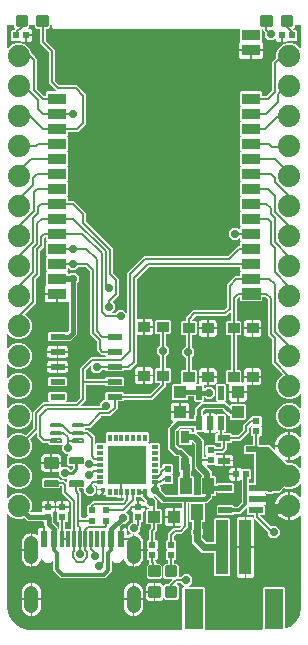
<source format=gbr>
G04 EAGLE Gerber RS-274X export*
G75*
%MOMM*%
%FSLAX34Y34*%
%LPD*%
%INTop Copper*%
%IPPOS*%
%AMOC8*
5,1,8,0,0,1.08239X$1,22.5*%
G01*
%ADD10R,0.300000X0.600000*%
%ADD11R,0.600000X0.300000*%
%ADD12R,3.300000X3.300000*%
%ADD13R,0.435000X0.435000*%
%ADD14R,0.550000X1.200000*%
%ADD15R,1.000000X4.600000*%
%ADD16R,1.600000X3.400000*%
%ADD17R,1.000000X0.900000*%
%ADD18C,0.300000*%
%ADD19R,0.540000X0.600000*%
%ADD20R,1.000000X1.100000*%
%ADD21R,0.600000X0.540000*%
%ADD22R,0.600000X1.450000*%
%ADD23R,0.300000X1.450000*%
%ADD24C,1.158000*%
%ADD25R,1.100000X1.000000*%
%ADD26C,0.200000*%
%ADD27C,1.879600*%
%ADD28C,0.247500*%
%ADD29C,0.147500*%
%ADD30R,0.800000X1.000000*%
%ADD31R,1.000000X1.400000*%
%ADD32R,1.200000X0.550000*%
%ADD33R,1.270000X0.508000*%
%ADD34R,1.117600X0.482600*%
%ADD35R,1.600000X0.940000*%
%ADD36C,0.037600*%
%ADD37C,0.706400*%
%ADD38C,0.500000*%
%ADD39C,0.406400*%
%ADD40C,0.812800*%
%ADD41C,0.609600*%
%ADD42C,0.508000*%
%ADD43C,0.076200*%
%ADD44C,0.304800*%
%ADD45C,0.254000*%
%ADD46C,0.320000*%

G36*
X91810Y269242D02*
X91810Y269242D01*
X91885Y269255D01*
X91895Y269262D01*
X91905Y269264D01*
X91933Y269288D01*
X92005Y269336D01*
X94425Y271757D01*
X98615Y271757D01*
X100966Y269405D01*
X100988Y269392D01*
X101004Y269372D01*
X101061Y269346D01*
X101113Y269314D01*
X101139Y269311D01*
X101163Y269301D01*
X101224Y269303D01*
X101286Y269297D01*
X101310Y269306D01*
X101336Y269307D01*
X101390Y269337D01*
X101448Y269359D01*
X101465Y269378D01*
X101488Y269390D01*
X101523Y269441D01*
X101565Y269486D01*
X101573Y269511D01*
X101588Y269532D01*
X101604Y269616D01*
X101615Y269652D01*
X101613Y269662D01*
X101615Y269674D01*
X101615Y303306D01*
X115794Y317485D01*
X186757Y317485D01*
X186831Y317502D01*
X186905Y317515D01*
X186916Y317522D01*
X186925Y317524D01*
X186954Y317548D01*
X187026Y317596D01*
X195834Y326405D01*
X196735Y326405D01*
X196785Y326416D01*
X196836Y326418D01*
X196868Y326436D01*
X196904Y326444D01*
X196943Y326477D01*
X196988Y326501D01*
X197009Y326531D01*
X197037Y326554D01*
X197058Y326601D01*
X197088Y326643D01*
X197096Y326685D01*
X197108Y326713D01*
X197107Y326743D01*
X197115Y326785D01*
X197115Y329212D01*
X197865Y329961D01*
X197892Y330004D01*
X197926Y330042D01*
X197937Y330077D01*
X197956Y330108D01*
X197961Y330159D01*
X197976Y330208D01*
X197969Y330244D01*
X197973Y330281D01*
X197955Y330328D01*
X197946Y330379D01*
X197922Y330414D01*
X197911Y330443D01*
X197889Y330464D01*
X197865Y330499D01*
X197115Y331248D01*
X197115Y332556D01*
X197109Y332581D01*
X197112Y332607D01*
X197090Y332665D01*
X197076Y332725D01*
X197059Y332745D01*
X197050Y332769D01*
X197005Y332811D01*
X196966Y332858D01*
X196942Y332869D01*
X196923Y332886D01*
X196864Y332904D01*
X196807Y332929D01*
X196782Y332928D01*
X196757Y332936D01*
X196696Y332925D01*
X196634Y332923D01*
X196612Y332910D01*
X196586Y332906D01*
X196515Y332858D01*
X196482Y332840D01*
X196476Y332832D01*
X196466Y332825D01*
X195135Y331493D01*
X190945Y331493D01*
X187983Y334455D01*
X187983Y338645D01*
X190945Y341607D01*
X195135Y341607D01*
X196466Y340275D01*
X196488Y340262D01*
X196504Y340242D01*
X196561Y340216D01*
X196613Y340184D01*
X196639Y340181D01*
X196663Y340171D01*
X196724Y340173D01*
X196786Y340167D01*
X196810Y340176D01*
X196836Y340177D01*
X196890Y340207D01*
X196948Y340229D01*
X196965Y340248D01*
X196988Y340260D01*
X197023Y340311D01*
X197065Y340356D01*
X197073Y340381D01*
X197088Y340402D01*
X197104Y340486D01*
X197115Y340522D01*
X197113Y340532D01*
X197115Y340544D01*
X197115Y341912D01*
X197865Y342661D01*
X197892Y342704D01*
X197926Y342742D01*
X197937Y342777D01*
X197956Y342808D01*
X197961Y342859D01*
X197976Y342908D01*
X197969Y342944D01*
X197973Y342981D01*
X197955Y343028D01*
X197946Y343079D01*
X197922Y343114D01*
X197911Y343143D01*
X197889Y343164D01*
X197865Y343199D01*
X197115Y343948D01*
X197115Y354612D01*
X197865Y355361D01*
X197892Y355404D01*
X197926Y355442D01*
X197937Y355477D01*
X197956Y355508D01*
X197961Y355559D01*
X197976Y355608D01*
X197969Y355644D01*
X197973Y355681D01*
X197955Y355728D01*
X197946Y355779D01*
X197922Y355814D01*
X197911Y355843D01*
X197889Y355864D01*
X197865Y355899D01*
X197115Y356648D01*
X197115Y367312D01*
X197865Y368061D01*
X197892Y368104D01*
X197926Y368142D01*
X197937Y368177D01*
X197956Y368208D01*
X197961Y368259D01*
X197976Y368308D01*
X197969Y368344D01*
X197973Y368381D01*
X197955Y368428D01*
X197946Y368479D01*
X197922Y368514D01*
X197911Y368543D01*
X197889Y368564D01*
X197865Y368599D01*
X197115Y369348D01*
X197115Y380012D01*
X197865Y380761D01*
X197892Y380804D01*
X197926Y380842D01*
X197937Y380877D01*
X197956Y380908D01*
X197961Y380959D01*
X197976Y381008D01*
X197969Y381044D01*
X197973Y381081D01*
X197955Y381128D01*
X197946Y381179D01*
X197922Y381214D01*
X197911Y381243D01*
X197889Y381264D01*
X197865Y381299D01*
X197115Y382048D01*
X197115Y392712D01*
X197865Y393461D01*
X197892Y393504D01*
X197926Y393542D01*
X197937Y393577D01*
X197956Y393608D01*
X197961Y393659D01*
X197976Y393708D01*
X197969Y393744D01*
X197973Y393781D01*
X197955Y393828D01*
X197946Y393879D01*
X197922Y393914D01*
X197911Y393943D01*
X197889Y393964D01*
X197865Y393999D01*
X197115Y394748D01*
X197115Y405412D01*
X197865Y406161D01*
X197892Y406204D01*
X197926Y406242D01*
X197937Y406277D01*
X197956Y406308D01*
X197961Y406359D01*
X197976Y406408D01*
X197969Y406444D01*
X197973Y406481D01*
X197955Y406528D01*
X197946Y406579D01*
X197922Y406614D01*
X197911Y406643D01*
X197889Y406664D01*
X197865Y406699D01*
X197115Y407448D01*
X197115Y418112D01*
X197865Y418861D01*
X197892Y418904D01*
X197926Y418942D01*
X197937Y418977D01*
X197956Y419008D01*
X197961Y419059D01*
X197976Y419108D01*
X197969Y419144D01*
X197973Y419181D01*
X197955Y419228D01*
X197946Y419279D01*
X197922Y419314D01*
X197911Y419343D01*
X197889Y419364D01*
X197865Y419399D01*
X197115Y420148D01*
X197115Y430812D01*
X197865Y431561D01*
X197892Y431604D01*
X197926Y431642D01*
X197937Y431677D01*
X197956Y431708D01*
X197961Y431759D01*
X197976Y431808D01*
X197969Y431844D01*
X197973Y431881D01*
X197955Y431928D01*
X197946Y431979D01*
X197922Y432014D01*
X197911Y432043D01*
X197889Y432064D01*
X197865Y432099D01*
X197115Y432848D01*
X197115Y443512D01*
X197865Y444261D01*
X197892Y444304D01*
X197926Y444342D01*
X197937Y444377D01*
X197956Y444408D01*
X197961Y444459D01*
X197976Y444508D01*
X197969Y444544D01*
X197973Y444581D01*
X197955Y444628D01*
X197946Y444679D01*
X197922Y444714D01*
X197911Y444743D01*
X197889Y444764D01*
X197865Y444799D01*
X197115Y445548D01*
X197115Y456212D01*
X198008Y457105D01*
X215272Y457105D01*
X216165Y456212D01*
X216165Y453785D01*
X216176Y453735D01*
X216178Y453684D01*
X216196Y453652D01*
X216204Y453616D01*
X216237Y453577D01*
X216261Y453532D01*
X216291Y453511D01*
X216314Y453483D01*
X216361Y453462D01*
X216403Y453432D01*
X216445Y453424D01*
X216473Y453412D01*
X216503Y453413D01*
X216545Y453405D01*
X219807Y453405D01*
X219881Y453422D01*
X219955Y453435D01*
X219966Y453442D01*
X219975Y453444D01*
X220004Y453468D01*
X220076Y453516D01*
X224442Y457882D01*
X224482Y457947D01*
X224526Y458009D01*
X224528Y458021D01*
X224533Y458030D01*
X224537Y458067D01*
X224553Y458151D01*
X224553Y482124D01*
X227966Y485536D01*
X227978Y485556D01*
X227993Y485568D01*
X228010Y485607D01*
X228050Y485663D01*
X228052Y485675D01*
X228057Y485684D01*
X228061Y485720D01*
X228064Y485726D01*
X228063Y485733D01*
X228077Y485805D01*
X228077Y489173D01*
X229740Y493187D01*
X232813Y496260D01*
X236827Y497923D01*
X241173Y497923D01*
X245187Y496260D01*
X247969Y493478D01*
X247991Y493464D01*
X248007Y493444D01*
X248064Y493419D01*
X248116Y493387D01*
X248142Y493384D01*
X248166Y493374D01*
X248227Y493376D01*
X248289Y493370D01*
X248313Y493379D01*
X248339Y493380D01*
X248393Y493410D01*
X248451Y493432D01*
X248468Y493451D01*
X248491Y493463D01*
X248526Y493513D01*
X248568Y493559D01*
X248576Y493583D01*
X248591Y493605D01*
X248607Y493689D01*
X248618Y493725D01*
X248616Y493735D01*
X248618Y493747D01*
X248618Y513000D01*
X248607Y513050D01*
X248605Y513101D01*
X248587Y513133D01*
X248579Y513169D01*
X248546Y513208D01*
X248522Y513253D01*
X248492Y513274D01*
X248469Y513302D01*
X248422Y513323D01*
X248380Y513353D01*
X248338Y513361D01*
X248310Y513373D01*
X248280Y513372D01*
X248238Y513380D01*
X244135Y513380D01*
X244085Y513369D01*
X244034Y513367D01*
X244002Y513349D01*
X243966Y513341D01*
X243927Y513308D01*
X243882Y513284D01*
X243861Y513254D01*
X243833Y513231D01*
X243812Y513184D01*
X243782Y513142D01*
X243774Y513100D01*
X243762Y513072D01*
X243763Y513042D01*
X243755Y513000D01*
X243755Y511787D01*
X242278Y510310D01*
X242251Y510267D01*
X242216Y510230D01*
X242206Y510194D01*
X242187Y510163D01*
X242182Y510112D01*
X242167Y510063D01*
X242173Y510027D01*
X242170Y509991D01*
X242188Y509943D01*
X242197Y509893D01*
X242221Y509857D01*
X242232Y509829D01*
X242254Y509808D01*
X242278Y509773D01*
X242874Y509176D01*
X242939Y509136D01*
X243001Y509092D01*
X243013Y509090D01*
X243022Y509085D01*
X243059Y509081D01*
X243143Y509065D01*
X244732Y509065D01*
X245625Y508172D01*
X245625Y500908D01*
X244732Y500015D01*
X238068Y500015D01*
X238067Y500017D01*
X238054Y500025D01*
X238046Y500037D01*
X238008Y500056D01*
X237985Y500077D01*
X237956Y500086D01*
X237920Y500108D01*
X237905Y500110D01*
X237892Y500116D01*
X237849Y500117D01*
X237819Y500126D01*
X237788Y500121D01*
X237747Y500125D01*
X237733Y500119D01*
X237719Y500120D01*
X237681Y500102D01*
X237649Y500096D01*
X237617Y500075D01*
X237585Y500063D01*
X237575Y500052D01*
X237562Y500046D01*
X237546Y500027D01*
X237528Y500015D01*
X237020Y499507D01*
X236441Y499172D01*
X235795Y498999D01*
X233521Y498999D01*
X233521Y504159D01*
X233510Y504209D01*
X233508Y504260D01*
X233490Y504292D01*
X233482Y504328D01*
X233449Y504367D01*
X233425Y504412D01*
X233395Y504433D01*
X233371Y504461D01*
X233325Y504482D01*
X233283Y504512D01*
X233241Y504520D01*
X233213Y504532D01*
X233183Y504531D01*
X233141Y504539D01*
X232379Y504539D01*
X232329Y504528D01*
X232278Y504526D01*
X232246Y504508D01*
X232210Y504500D01*
X232171Y504467D01*
X232126Y504443D01*
X232105Y504413D01*
X232077Y504389D01*
X232056Y504343D01*
X232026Y504301D01*
X232018Y504259D01*
X232006Y504231D01*
X232007Y504201D01*
X231999Y504159D01*
X231999Y498999D01*
X229725Y498999D01*
X229079Y499172D01*
X228500Y499507D01*
X228027Y499980D01*
X227692Y500559D01*
X227519Y501205D01*
X227519Y501390D01*
X227513Y501415D01*
X227516Y501441D01*
X227507Y501465D01*
X227506Y501489D01*
X227489Y501521D01*
X227480Y501559D01*
X227463Y501579D01*
X227454Y501603D01*
X227434Y501621D01*
X227423Y501642D01*
X227395Y501661D01*
X227370Y501692D01*
X227346Y501703D01*
X227327Y501720D01*
X227299Y501729D01*
X227281Y501741D01*
X227244Y501749D01*
X227211Y501763D01*
X227186Y501762D01*
X227161Y501770D01*
X227148Y501767D01*
X227139Y501769D01*
X227138Y501769D01*
X227094Y501759D01*
X227038Y501757D01*
X227016Y501744D01*
X226990Y501740D01*
X226978Y501732D01*
X226969Y501730D01*
X226943Y501708D01*
X226919Y501692D01*
X226886Y501674D01*
X226880Y501666D01*
X226870Y501659D01*
X225615Y500403D01*
X221425Y500403D01*
X218463Y503365D01*
X218463Y506789D01*
X218446Y506863D01*
X218433Y506937D01*
X218426Y506948D01*
X218424Y506957D01*
X218400Y506986D01*
X218352Y507058D01*
X217185Y508224D01*
X217185Y509635D01*
X217174Y509685D01*
X217172Y509736D01*
X217154Y509768D01*
X217146Y509804D01*
X217113Y509843D01*
X217089Y509888D01*
X217059Y509909D01*
X217036Y509937D01*
X216989Y509958D01*
X216947Y509988D01*
X216905Y509996D01*
X216877Y510008D01*
X216847Y510007D01*
X216805Y510015D01*
X216545Y510015D01*
X216495Y510004D01*
X216444Y510002D01*
X216412Y509984D01*
X216376Y509976D01*
X216337Y509943D01*
X216292Y509919D01*
X216271Y509889D01*
X216243Y509866D01*
X216222Y509819D01*
X216192Y509777D01*
X216184Y509735D01*
X216172Y509707D01*
X216173Y509677D01*
X216165Y509635D01*
X216165Y499148D01*
X216125Y499109D01*
X216118Y499097D01*
X216107Y499089D01*
X216073Y499024D01*
X216034Y498962D01*
X216033Y498948D01*
X216026Y498936D01*
X216024Y498863D01*
X216017Y498789D01*
X216022Y498777D01*
X216022Y498763D01*
X216053Y498696D01*
X216079Y498627D01*
X216089Y498618D01*
X216095Y498606D01*
X216191Y498522D01*
X216673Y498040D01*
X217008Y497461D01*
X217103Y497105D01*
X217181Y496815D01*
X217181Y492541D01*
X207021Y492541D01*
X206971Y492530D01*
X206920Y492528D01*
X206888Y492510D01*
X206852Y492502D01*
X206813Y492469D01*
X206768Y492445D01*
X206747Y492415D01*
X206719Y492391D01*
X206698Y492345D01*
X206668Y492303D01*
X206660Y492261D01*
X206648Y492233D01*
X206649Y492203D01*
X206641Y492161D01*
X206641Y491779D01*
X206639Y491779D01*
X206639Y492161D01*
X206628Y492211D01*
X206626Y492262D01*
X206608Y492294D01*
X206600Y492330D01*
X206567Y492369D01*
X206543Y492414D01*
X206513Y492435D01*
X206489Y492463D01*
X206443Y492484D01*
X206401Y492514D01*
X206359Y492522D01*
X206331Y492534D01*
X206301Y492533D01*
X206259Y492541D01*
X196099Y492541D01*
X196099Y496815D01*
X196272Y497461D01*
X196607Y498040D01*
X197088Y498521D01*
X197099Y498525D01*
X197149Y498579D01*
X197202Y498629D01*
X197207Y498642D01*
X197216Y498652D01*
X197237Y498723D01*
X197263Y498792D01*
X197262Y498805D01*
X197265Y498818D01*
X197253Y498891D01*
X197245Y498964D01*
X197238Y498975D01*
X197236Y498989D01*
X197155Y499109D01*
X197115Y499148D01*
X197115Y509238D01*
X197104Y509288D01*
X197102Y509339D01*
X197084Y509371D01*
X197076Y509407D01*
X197043Y509446D01*
X197019Y509491D01*
X196989Y509512D01*
X196966Y509540D01*
X196919Y509561D01*
X196877Y509591D01*
X196835Y509599D01*
X196807Y509611D01*
X196777Y509610D01*
X196735Y509618D01*
X39823Y509618D01*
X38428Y511013D01*
X38428Y513000D01*
X38417Y513050D01*
X38415Y513101D01*
X38397Y513133D01*
X38389Y513169D01*
X38356Y513208D01*
X38332Y513253D01*
X38302Y513274D01*
X38279Y513302D01*
X38232Y513323D01*
X38190Y513353D01*
X38148Y513361D01*
X38120Y513373D01*
X38090Y513372D01*
X38048Y513380D01*
X36945Y513380D01*
X36895Y513369D01*
X36844Y513367D01*
X36812Y513349D01*
X36776Y513341D01*
X36737Y513308D01*
X36692Y513284D01*
X36671Y513254D01*
X36643Y513231D01*
X36622Y513184D01*
X36592Y513142D01*
X36584Y513100D01*
X36572Y513072D01*
X36573Y513042D01*
X36565Y513000D01*
X36565Y511787D01*
X34793Y510015D01*
X33385Y510015D01*
X33335Y510004D01*
X33284Y510002D01*
X33252Y509984D01*
X33216Y509976D01*
X33177Y509943D01*
X33132Y509919D01*
X33111Y509889D01*
X33083Y509866D01*
X33062Y509819D01*
X33032Y509777D01*
X33024Y509735D01*
X33012Y509707D01*
X33013Y509677D01*
X33005Y509635D01*
X33005Y500313D01*
X33022Y500239D01*
X33035Y500165D01*
X33042Y500154D01*
X33044Y500145D01*
X33068Y500116D01*
X33116Y500044D01*
X40625Y492536D01*
X40625Y466023D01*
X40636Y465973D01*
X40638Y465925D01*
X40650Y465903D01*
X40655Y465875D01*
X40662Y465864D01*
X40664Y465855D01*
X40688Y465826D01*
X40710Y465794D01*
X40721Y465773D01*
X40726Y465769D01*
X40736Y465754D01*
X44114Y462376D01*
X44179Y462336D01*
X44241Y462292D01*
X44253Y462290D01*
X44262Y462285D01*
X44299Y462281D01*
X44383Y462265D01*
X59466Y462265D01*
X67295Y454436D01*
X67295Y429484D01*
X60766Y422955D01*
X52355Y422955D01*
X52305Y422944D01*
X52254Y422942D01*
X52222Y422924D01*
X52186Y422916D01*
X52147Y422883D01*
X52102Y422859D01*
X52081Y422829D01*
X52053Y422806D01*
X52032Y422759D01*
X52002Y422717D01*
X51994Y422675D01*
X51982Y422647D01*
X51983Y422617D01*
X51975Y422575D01*
X51975Y420148D01*
X51225Y419399D01*
X51198Y419356D01*
X51164Y419318D01*
X51153Y419283D01*
X51134Y419252D01*
X51129Y419201D01*
X51114Y419152D01*
X51121Y419116D01*
X51117Y419079D01*
X51135Y419032D01*
X51144Y418981D01*
X51168Y418946D01*
X51179Y418917D01*
X51201Y418896D01*
X51225Y418861D01*
X51975Y418112D01*
X51975Y407448D01*
X51225Y406699D01*
X51198Y406656D01*
X51164Y406618D01*
X51153Y406583D01*
X51134Y406552D01*
X51129Y406501D01*
X51114Y406452D01*
X51121Y406416D01*
X51117Y406379D01*
X51135Y406332D01*
X51144Y406281D01*
X51168Y406246D01*
X51179Y406217D01*
X51201Y406196D01*
X51225Y406161D01*
X51975Y405412D01*
X51975Y394748D01*
X51225Y393999D01*
X51198Y393956D01*
X51164Y393918D01*
X51153Y393883D01*
X51134Y393852D01*
X51129Y393801D01*
X51114Y393752D01*
X51121Y393716D01*
X51117Y393679D01*
X51135Y393632D01*
X51144Y393581D01*
X51168Y393546D01*
X51179Y393517D01*
X51201Y393496D01*
X51225Y393461D01*
X51975Y392712D01*
X51975Y382048D01*
X51225Y381299D01*
X51198Y381256D01*
X51164Y381218D01*
X51153Y381183D01*
X51134Y381152D01*
X51129Y381101D01*
X51114Y381052D01*
X51121Y381016D01*
X51117Y380979D01*
X51135Y380932D01*
X51144Y380881D01*
X51168Y380846D01*
X51179Y380817D01*
X51201Y380796D01*
X51225Y380761D01*
X51975Y380012D01*
X51975Y369348D01*
X51225Y368599D01*
X51198Y368556D01*
X51164Y368518D01*
X51153Y368483D01*
X51134Y368452D01*
X51129Y368401D01*
X51114Y368352D01*
X51121Y368316D01*
X51117Y368279D01*
X51135Y368232D01*
X51144Y368181D01*
X51168Y368146D01*
X51179Y368117D01*
X51201Y368096D01*
X51225Y368061D01*
X51975Y367312D01*
X51975Y364885D01*
X51986Y364835D01*
X51988Y364784D01*
X52006Y364752D01*
X52014Y364716D01*
X52047Y364677D01*
X52071Y364632D01*
X52101Y364611D01*
X52124Y364583D01*
X52171Y364562D01*
X52213Y364532D01*
X52255Y364524D01*
X52283Y364512D01*
X52313Y364513D01*
X52355Y364505D01*
X56896Y364505D01*
X67295Y354106D01*
X67295Y346736D01*
X67312Y346662D01*
X67325Y346588D01*
X67332Y346577D01*
X67334Y346568D01*
X67358Y346539D01*
X67406Y346467D01*
X89837Y324037D01*
X89837Y303781D01*
X89854Y303707D01*
X89867Y303633D01*
X89874Y303622D01*
X89876Y303613D01*
X89900Y303584D01*
X89948Y303512D01*
X95235Y298226D01*
X95235Y284704D01*
X89450Y278919D01*
X89423Y278876D01*
X89388Y278838D01*
X89378Y278803D01*
X89358Y278772D01*
X89354Y278721D01*
X89339Y278672D01*
X89345Y278636D01*
X89342Y278600D01*
X89360Y278552D01*
X89369Y278502D01*
X89393Y278466D01*
X89403Y278438D01*
X89426Y278417D01*
X89450Y278382D01*
X91417Y276415D01*
X91417Y272225D01*
X89065Y269874D01*
X89052Y269852D01*
X89032Y269836D01*
X89006Y269779D01*
X88974Y269727D01*
X88971Y269701D01*
X88961Y269677D01*
X88963Y269616D01*
X88957Y269554D01*
X88966Y269530D01*
X88967Y269504D01*
X88997Y269450D01*
X89019Y269392D01*
X89038Y269375D01*
X89050Y269352D01*
X89101Y269317D01*
X89146Y269275D01*
X89171Y269267D01*
X89192Y269252D01*
X89276Y269236D01*
X89312Y269225D01*
X89322Y269227D01*
X89334Y269225D01*
X91736Y269225D01*
X91810Y269242D01*
G37*
G36*
X19840Y1365D02*
X19840Y1365D01*
X19912Y1382D01*
X21875Y1382D01*
X21890Y1385D01*
X21909Y1383D01*
X22773Y1462D01*
X22809Y1443D01*
X22858Y1409D01*
X22889Y1403D01*
X22911Y1392D01*
X22947Y1392D01*
X23000Y1382D01*
X148095Y1382D01*
X148145Y1393D01*
X148196Y1395D01*
X148228Y1413D01*
X148264Y1421D01*
X148303Y1454D01*
X148348Y1478D01*
X148369Y1508D01*
X148397Y1531D01*
X148418Y1578D01*
X148448Y1620D01*
X148456Y1662D01*
X148468Y1690D01*
X148467Y1720D01*
X148475Y1762D01*
X148475Y36632D01*
X149368Y37525D01*
X149406Y37525D01*
X149431Y37531D01*
X149457Y37528D01*
X149515Y37550D01*
X149575Y37564D01*
X149595Y37581D01*
X149619Y37590D01*
X149661Y37635D01*
X149708Y37674D01*
X149719Y37698D01*
X149736Y37717D01*
X149754Y37776D01*
X149779Y37833D01*
X149778Y37858D01*
X149786Y37883D01*
X149775Y37944D01*
X149773Y38006D01*
X149760Y38028D01*
X149756Y38054D01*
X149708Y38125D01*
X149690Y38158D01*
X149682Y38164D01*
X149675Y38174D01*
X147485Y40364D01*
X147420Y40404D01*
X147358Y40448D01*
X147346Y40450D01*
X147338Y40455D01*
X147301Y40459D01*
X147216Y40475D01*
X144203Y40475D01*
X144129Y40458D01*
X144055Y40445D01*
X144044Y40438D01*
X144035Y40436D01*
X144006Y40412D01*
X143934Y40364D01*
X143808Y40237D01*
X143781Y40194D01*
X143746Y40157D01*
X143736Y40121D01*
X143717Y40090D01*
X143712Y40039D01*
X143697Y39990D01*
X143703Y39954D01*
X143700Y39918D01*
X143718Y39870D01*
X143727Y39820D01*
X143751Y39784D01*
X143762Y39756D01*
X143784Y39735D01*
X143808Y39700D01*
X145525Y37983D01*
X145525Y28477D01*
X143753Y26705D01*
X134247Y26705D01*
X132805Y28148D01*
X132793Y28155D01*
X132785Y28166D01*
X132720Y28200D01*
X132658Y28239D01*
X132644Y28240D01*
X132632Y28247D01*
X132559Y28248D01*
X132485Y28255D01*
X132473Y28251D01*
X132459Y28251D01*
X132392Y28220D01*
X132323Y28194D01*
X132314Y28184D01*
X132302Y28178D01*
X132207Y28069D01*
X131733Y27249D01*
X130981Y26497D01*
X130060Y25965D01*
X129032Y25689D01*
X125761Y25689D01*
X125761Y32849D01*
X125750Y32899D01*
X125748Y32950D01*
X125730Y32982D01*
X125722Y33018D01*
X125689Y33057D01*
X125665Y33102D01*
X125635Y33123D01*
X125611Y33151D01*
X125565Y33172D01*
X125523Y33202D01*
X125481Y33210D01*
X125453Y33222D01*
X125423Y33221D01*
X125381Y33229D01*
X124999Y33229D01*
X124999Y33231D01*
X125381Y33231D01*
X125431Y33242D01*
X125482Y33244D01*
X125514Y33262D01*
X125550Y33270D01*
X125589Y33303D01*
X125634Y33327D01*
X125655Y33357D01*
X125683Y33381D01*
X125704Y33427D01*
X125734Y33469D01*
X125742Y33511D01*
X125754Y33539D01*
X125753Y33569D01*
X125761Y33611D01*
X125761Y40771D01*
X129032Y40771D01*
X130060Y40495D01*
X130981Y39963D01*
X131733Y39211D01*
X132207Y38391D01*
X132216Y38381D01*
X132221Y38369D01*
X132275Y38319D01*
X132325Y38265D01*
X132338Y38260D01*
X132348Y38251D01*
X132418Y38230D01*
X132488Y38204D01*
X132501Y38206D01*
X132514Y38202D01*
X132587Y38214D01*
X132660Y38222D01*
X132671Y38229D01*
X132685Y38231D01*
X132805Y38312D01*
X134247Y39755D01*
X136095Y39755D01*
X136145Y39766D01*
X136196Y39768D01*
X136228Y39786D01*
X136264Y39794D01*
X136303Y39827D01*
X136348Y39851D01*
X136369Y39881D01*
X136397Y39904D01*
X136418Y39951D01*
X136448Y39993D01*
X136454Y40024D01*
X140026Y43596D01*
X140039Y43618D01*
X140059Y43634D01*
X140084Y43691D01*
X140117Y43743D01*
X140119Y43769D01*
X140130Y43793D01*
X140128Y43854D01*
X140134Y43916D01*
X140124Y43940D01*
X140123Y43966D01*
X140094Y44020D01*
X140072Y44078D01*
X140053Y44095D01*
X140041Y44118D01*
X139990Y44153D01*
X139945Y44195D01*
X139920Y44203D01*
X139899Y44218D01*
X139814Y44234D01*
X139779Y44245D01*
X139769Y44243D01*
X139757Y44245D01*
X134247Y44245D01*
X132475Y46017D01*
X132475Y55523D01*
X134247Y57295D01*
X136095Y57295D01*
X136145Y57306D01*
X136196Y57308D01*
X136228Y57326D01*
X136264Y57334D01*
X136303Y57367D01*
X136348Y57391D01*
X136369Y57421D01*
X136397Y57444D01*
X136418Y57491D01*
X136448Y57533D01*
X136456Y57575D01*
X136468Y57603D01*
X136467Y57633D01*
X136475Y57675D01*
X136475Y60075D01*
X136464Y60125D01*
X136462Y60176D01*
X136444Y60208D01*
X136436Y60244D01*
X136403Y60283D01*
X136379Y60328D01*
X136349Y60349D01*
X136326Y60377D01*
X136279Y60398D01*
X136237Y60428D01*
X136195Y60436D01*
X136167Y60448D01*
X136137Y60447D01*
X136095Y60455D01*
X135368Y60455D01*
X134475Y61348D01*
X134475Y68012D01*
X135195Y68731D01*
X135222Y68774D01*
X135256Y68812D01*
X135267Y68847D01*
X135286Y68878D01*
X135291Y68929D01*
X135306Y68978D01*
X135299Y69014D01*
X135303Y69051D01*
X135285Y69098D01*
X135276Y69149D01*
X135252Y69184D01*
X135241Y69213D01*
X135219Y69234D01*
X135195Y69269D01*
X134475Y69988D01*
X134475Y76652D01*
X135368Y77545D01*
X136095Y77545D01*
X136145Y77556D01*
X136196Y77558D01*
X136228Y77576D01*
X136264Y77584D01*
X136303Y77617D01*
X136348Y77641D01*
X136369Y77671D01*
X136397Y77694D01*
X136418Y77741D01*
X136448Y77783D01*
X136456Y77825D01*
X136468Y77853D01*
X136467Y77883D01*
X136475Y77925D01*
X136475Y82896D01*
X141194Y87615D01*
X146117Y87615D01*
X146191Y87632D01*
X146265Y87645D01*
X146276Y87652D01*
X146285Y87654D01*
X146314Y87678D01*
X146386Y87726D01*
X147470Y88810D01*
X147483Y88832D01*
X147503Y88848D01*
X147528Y88905D01*
X147561Y88957D01*
X147563Y88983D01*
X147574Y89007D01*
X147572Y89068D01*
X147578Y89130D01*
X147568Y89154D01*
X147567Y89180D01*
X147538Y89234D01*
X147516Y89292D01*
X147497Y89309D01*
X147485Y89332D01*
X147434Y89367D01*
X147389Y89409D01*
X147364Y89417D01*
X147343Y89432D01*
X147258Y89448D01*
X147223Y89459D01*
X147213Y89457D01*
X147201Y89459D01*
X142261Y89459D01*
X142261Y96619D01*
X142250Y96669D01*
X142248Y96720D01*
X142230Y96752D01*
X142222Y96788D01*
X142189Y96827D01*
X142165Y96872D01*
X142135Y96893D01*
X142111Y96921D01*
X142065Y96942D01*
X142023Y96972D01*
X141981Y96980D01*
X141953Y96992D01*
X141923Y96991D01*
X141881Y96999D01*
X141499Y96999D01*
X141499Y97001D01*
X141881Y97001D01*
X141931Y97012D01*
X141982Y97014D01*
X142014Y97032D01*
X142050Y97040D01*
X142089Y97073D01*
X142134Y97097D01*
X142155Y97127D01*
X142183Y97151D01*
X142204Y97197D01*
X142234Y97239D01*
X142242Y97281D01*
X142254Y97309D01*
X142253Y97339D01*
X142261Y97381D01*
X142261Y104541D01*
X147335Y104541D01*
X147981Y104368D01*
X148035Y104336D01*
X148095Y104318D01*
X148153Y104292D01*
X148177Y104293D01*
X148201Y104286D01*
X148263Y104296D01*
X148326Y104299D01*
X148347Y104311D01*
X148372Y104315D01*
X148423Y104352D01*
X148478Y104382D01*
X148492Y104402D01*
X148512Y104416D01*
X148541Y104472D01*
X148578Y104523D01*
X148583Y104550D01*
X148593Y104569D01*
X148594Y104607D01*
X148605Y104666D01*
X148605Y108063D01*
X148594Y108113D01*
X148592Y108164D01*
X148574Y108196D01*
X148566Y108232D01*
X148533Y108271D01*
X148509Y108316D01*
X148479Y108337D01*
X148456Y108365D01*
X148409Y108386D01*
X148367Y108416D01*
X148325Y108424D01*
X148297Y108436D01*
X148267Y108435D01*
X148225Y108443D01*
X131527Y108443D01*
X129332Y110638D01*
X125758Y114212D01*
X125694Y114252D01*
X125631Y114296D01*
X125619Y114298D01*
X125611Y114303D01*
X125574Y114307D01*
X125489Y114323D01*
X124886Y114323D01*
X124861Y114317D01*
X124835Y114320D01*
X124777Y114298D01*
X124717Y114284D01*
X124697Y114267D01*
X124673Y114258D01*
X124631Y114213D01*
X124584Y114174D01*
X124573Y114150D01*
X124556Y114131D01*
X124538Y114072D01*
X124513Y114015D01*
X124514Y113990D01*
X124506Y113965D01*
X124517Y113904D01*
X124519Y113842D01*
X124532Y113820D01*
X124536Y113794D01*
X124584Y113723D01*
X124602Y113690D01*
X124610Y113684D01*
X124617Y113674D01*
X126977Y111315D01*
X126977Y107891D01*
X126994Y107817D01*
X127007Y107743D01*
X127014Y107732D01*
X127016Y107723D01*
X127025Y107712D01*
X127025Y103905D01*
X127036Y103855D01*
X127038Y103804D01*
X127056Y103772D01*
X127064Y103736D01*
X127097Y103697D01*
X127121Y103652D01*
X127151Y103631D01*
X127174Y103603D01*
X127221Y103582D01*
X127263Y103552D01*
X127305Y103544D01*
X127333Y103532D01*
X127363Y103533D01*
X127405Y103525D01*
X130632Y103525D01*
X131525Y102632D01*
X131525Y91368D01*
X130632Y90475D01*
X127405Y90475D01*
X127355Y90464D01*
X127304Y90462D01*
X127272Y90444D01*
X127236Y90436D01*
X127197Y90403D01*
X127152Y90379D01*
X127131Y90349D01*
X127103Y90326D01*
X127082Y90279D01*
X127052Y90237D01*
X127044Y90195D01*
X127032Y90167D01*
X127033Y90137D01*
X127025Y90095D01*
X127025Y85354D01*
X125636Y83966D01*
X125596Y83901D01*
X125552Y83839D01*
X125550Y83827D01*
X125545Y83818D01*
X125541Y83781D01*
X125525Y83697D01*
X125525Y77925D01*
X125536Y77875D01*
X125538Y77824D01*
X125556Y77792D01*
X125564Y77756D01*
X125597Y77717D01*
X125621Y77672D01*
X125651Y77651D01*
X125674Y77623D01*
X125721Y77602D01*
X125763Y77572D01*
X125805Y77564D01*
X125833Y77552D01*
X125863Y77553D01*
X125905Y77545D01*
X126632Y77545D01*
X127525Y76652D01*
X127525Y69988D01*
X126805Y69269D01*
X126778Y69226D01*
X126744Y69188D01*
X126733Y69153D01*
X126714Y69122D01*
X126709Y69071D01*
X126694Y69022D01*
X126701Y68986D01*
X126697Y68949D01*
X126715Y68902D01*
X126724Y68851D01*
X126748Y68816D01*
X126759Y68787D01*
X126781Y68766D01*
X126805Y68731D01*
X127525Y68012D01*
X127525Y61348D01*
X126632Y60455D01*
X126033Y60455D01*
X126008Y60449D01*
X125982Y60452D01*
X125925Y60430D01*
X125865Y60416D01*
X125845Y60399D01*
X125821Y60390D01*
X125779Y60345D01*
X125731Y60306D01*
X125720Y60282D01*
X125703Y60263D01*
X125685Y60204D01*
X125660Y60147D01*
X125661Y60122D01*
X125654Y60097D01*
X125664Y60036D01*
X125667Y59974D01*
X125679Y59952D01*
X125683Y59926D01*
X125732Y59855D01*
X125749Y59822D01*
X125757Y59816D01*
X125764Y59806D01*
X126525Y59046D01*
X126525Y57675D01*
X126536Y57625D01*
X126538Y57574D01*
X126556Y57542D01*
X126564Y57506D01*
X126597Y57467D01*
X126621Y57422D01*
X126651Y57401D01*
X126674Y57373D01*
X126721Y57352D01*
X126763Y57322D01*
X126805Y57314D01*
X126833Y57302D01*
X126863Y57303D01*
X126905Y57295D01*
X129753Y57295D01*
X131525Y55523D01*
X131525Y46017D01*
X129753Y44245D01*
X120247Y44245D01*
X118475Y46017D01*
X118475Y55523D01*
X120252Y57300D01*
X120268Y57298D01*
X120325Y57320D01*
X120385Y57334D01*
X120405Y57351D01*
X120430Y57360D01*
X120471Y57405D01*
X120519Y57444D01*
X120530Y57468D01*
X120547Y57487D01*
X120565Y57546D01*
X120590Y57603D01*
X120589Y57628D01*
X120596Y57653D01*
X120586Y57714D01*
X120583Y57776D01*
X120571Y57798D01*
X120567Y57824D01*
X120518Y57895D01*
X120501Y57928D01*
X120493Y57934D01*
X120486Y57944D01*
X120475Y57954D01*
X120475Y60075D01*
X120464Y60125D01*
X120462Y60176D01*
X120444Y60208D01*
X120436Y60244D01*
X120403Y60283D01*
X120379Y60328D01*
X120349Y60349D01*
X120326Y60377D01*
X120279Y60398D01*
X120237Y60428D01*
X120195Y60436D01*
X120167Y60448D01*
X120137Y60447D01*
X120095Y60455D01*
X119368Y60455D01*
X118475Y61348D01*
X118475Y68012D01*
X119195Y68731D01*
X119222Y68774D01*
X119256Y68812D01*
X119267Y68847D01*
X119286Y68878D01*
X119291Y68929D01*
X119306Y68978D01*
X119299Y69014D01*
X119303Y69051D01*
X119285Y69098D01*
X119276Y69149D01*
X119252Y69184D01*
X119241Y69213D01*
X119219Y69234D01*
X119195Y69269D01*
X118475Y69988D01*
X118475Y76652D01*
X119368Y77545D01*
X120095Y77545D01*
X120145Y77556D01*
X120196Y77558D01*
X120228Y77576D01*
X120264Y77584D01*
X120303Y77617D01*
X120348Y77641D01*
X120369Y77671D01*
X120397Y77694D01*
X120418Y77741D01*
X120448Y77783D01*
X120456Y77825D01*
X120468Y77853D01*
X120467Y77883D01*
X120475Y77925D01*
X120475Y85946D01*
X121864Y87334D01*
X121904Y87399D01*
X121948Y87461D01*
X121950Y87473D01*
X121955Y87482D01*
X121959Y87519D01*
X121975Y87603D01*
X121975Y90095D01*
X121964Y90145D01*
X121962Y90196D01*
X121944Y90228D01*
X121936Y90264D01*
X121903Y90303D01*
X121879Y90348D01*
X121849Y90369D01*
X121826Y90397D01*
X121779Y90418D01*
X121737Y90448D01*
X121695Y90456D01*
X121667Y90468D01*
X121637Y90467D01*
X121595Y90475D01*
X118368Y90475D01*
X117475Y91368D01*
X117475Y102632D01*
X118368Y103525D01*
X119546Y103525D01*
X119571Y103531D01*
X119597Y103528D01*
X119654Y103550D01*
X119715Y103564D01*
X119735Y103581D01*
X119759Y103590D01*
X119801Y103635D01*
X119848Y103674D01*
X119859Y103698D01*
X119876Y103717D01*
X119894Y103776D01*
X119919Y103833D01*
X119918Y103858D01*
X119926Y103883D01*
X119915Y103944D01*
X119913Y104006D01*
X119900Y104028D01*
X119896Y104054D01*
X119848Y104125D01*
X119830Y104158D01*
X119822Y104164D01*
X119815Y104174D01*
X117190Y106799D01*
X117168Y106812D01*
X117152Y106832D01*
X117095Y106858D01*
X117043Y106890D01*
X117017Y106893D01*
X116993Y106903D01*
X116932Y106901D01*
X116870Y106907D01*
X116846Y106898D01*
X116820Y106897D01*
X116766Y106867D01*
X116708Y106845D01*
X116691Y106826D01*
X116668Y106814D01*
X116633Y106763D01*
X116591Y106718D01*
X116583Y106693D01*
X116568Y106672D01*
X116552Y106588D01*
X116541Y106552D01*
X116543Y106542D01*
X116541Y106530D01*
X116541Y106081D01*
X111761Y106081D01*
X111761Y110561D01*
X114335Y110561D01*
X114981Y110388D01*
X115560Y110053D01*
X116033Y109580D01*
X116154Y109371D01*
X116205Y109317D01*
X116252Y109259D01*
X116264Y109254D01*
X116272Y109245D01*
X116342Y109218D01*
X116411Y109188D01*
X116423Y109188D01*
X116435Y109184D01*
X116509Y109192D01*
X116584Y109195D01*
X116595Y109200D01*
X116607Y109202D01*
X116670Y109241D01*
X116736Y109277D01*
X116743Y109287D01*
X116754Y109294D01*
X116793Y109358D01*
X116836Y109419D01*
X116838Y109432D01*
X116844Y109442D01*
X116847Y109480D01*
X116863Y109561D01*
X116863Y109808D01*
X116846Y109882D01*
X116833Y109956D01*
X116826Y109967D01*
X116824Y109976D01*
X116800Y110005D01*
X116752Y110077D01*
X113951Y112877D01*
X113951Y113095D01*
X113940Y113145D01*
X113938Y113196D01*
X113920Y113228D01*
X113912Y113264D01*
X113879Y113303D01*
X113855Y113348D01*
X113825Y113369D01*
X113802Y113397D01*
X113755Y113418D01*
X113713Y113448D01*
X113671Y113456D01*
X113643Y113468D01*
X113613Y113467D01*
X113571Y113475D01*
X109905Y113475D01*
X109855Y113464D01*
X109804Y113462D01*
X109772Y113444D01*
X109736Y113436D01*
X109697Y113403D01*
X109652Y113379D01*
X109631Y113349D01*
X109603Y113326D01*
X109582Y113279D01*
X109552Y113237D01*
X109544Y113195D01*
X109532Y113167D01*
X109533Y113137D01*
X109525Y113095D01*
X109525Y110941D01*
X109536Y110891D01*
X109538Y110840D01*
X109556Y110808D01*
X109564Y110772D01*
X109597Y110733D01*
X109621Y110688D01*
X109651Y110667D01*
X109674Y110639D01*
X109721Y110618D01*
X109763Y110588D01*
X109805Y110580D01*
X109833Y110568D01*
X109863Y110569D01*
X109905Y110561D01*
X110239Y110561D01*
X110239Y106081D01*
X105809Y106081D01*
X105735Y106064D01*
X105660Y106051D01*
X105650Y106044D01*
X105640Y106042D01*
X105612Y106018D01*
X105540Y105970D01*
X100630Y101059D01*
X100603Y101016D01*
X100568Y100978D01*
X100558Y100943D01*
X100538Y100912D01*
X100534Y100861D01*
X100519Y100812D01*
X100525Y100776D01*
X100522Y100740D01*
X100540Y100692D01*
X100549Y100642D01*
X100573Y100606D01*
X100583Y100578D01*
X100606Y100557D01*
X100630Y100522D01*
X103057Y98095D01*
X103057Y93905D01*
X100095Y90943D01*
X98131Y90943D01*
X98057Y90926D01*
X97982Y90913D01*
X97972Y90906D01*
X97962Y90904D01*
X97933Y90880D01*
X97862Y90832D01*
X95420Y88390D01*
X95406Y88368D01*
X95386Y88352D01*
X95361Y88295D01*
X95328Y88243D01*
X95326Y88217D01*
X95315Y88193D01*
X95318Y88132D01*
X95312Y88070D01*
X95321Y88046D01*
X95322Y88020D01*
X95352Y87966D01*
X95374Y87908D01*
X95392Y87891D01*
X95405Y87868D01*
X95455Y87833D01*
X95501Y87791D01*
X95525Y87783D01*
X95546Y87768D01*
X95631Y87752D01*
X95667Y87741D01*
X95677Y87743D01*
X95689Y87741D01*
X95739Y87741D01*
X95739Y78331D01*
X95750Y78281D01*
X95752Y78230D01*
X95770Y78198D01*
X95778Y78162D01*
X95811Y78123D01*
X95835Y78078D01*
X95865Y78057D01*
X95888Y78029D01*
X95935Y78008D01*
X95977Y77978D01*
X96019Y77970D01*
X96047Y77958D01*
X96077Y77959D01*
X96119Y77951D01*
X96881Y77951D01*
X96931Y77962D01*
X96982Y77964D01*
X97014Y77982D01*
X97050Y77990D01*
X97089Y78023D01*
X97134Y78047D01*
X97155Y78077D01*
X97183Y78101D01*
X97204Y78147D01*
X97234Y78189D01*
X97242Y78231D01*
X97254Y78259D01*
X97253Y78289D01*
X97261Y78331D01*
X97261Y87741D01*
X99835Y87741D01*
X100481Y87568D01*
X101060Y87233D01*
X101533Y86760D01*
X101868Y86181D01*
X102041Y85535D01*
X102041Y81873D01*
X102058Y81800D01*
X102070Y81726D01*
X102077Y81716D01*
X102080Y81705D01*
X102128Y81647D01*
X102172Y81586D01*
X102183Y81580D01*
X102190Y81571D01*
X102259Y81540D01*
X102325Y81505D01*
X102337Y81505D01*
X102349Y81500D01*
X102424Y81503D01*
X102499Y81501D01*
X102511Y81506D01*
X102522Y81507D01*
X102555Y81525D01*
X102632Y81557D01*
X103254Y81973D01*
X104582Y82523D01*
X104614Y82545D01*
X104650Y82559D01*
X104683Y82595D01*
X104723Y82624D01*
X104741Y82658D01*
X104767Y82686D01*
X104781Y82733D01*
X104804Y82777D01*
X104806Y82815D01*
X104816Y82852D01*
X104808Y82901D01*
X104809Y82950D01*
X104793Y82985D01*
X104787Y83023D01*
X104753Y83073D01*
X104737Y83107D01*
X104721Y83121D01*
X104706Y83143D01*
X102943Y84905D01*
X102943Y89095D01*
X105905Y92057D01*
X106849Y92057D01*
X106874Y92063D01*
X106900Y92060D01*
X106958Y92082D01*
X107018Y92096D01*
X107038Y92113D01*
X107062Y92122D01*
X107104Y92167D01*
X107151Y92206D01*
X107162Y92230D01*
X107179Y92249D01*
X107197Y92308D01*
X107222Y92365D01*
X107221Y92390D01*
X107229Y92415D01*
X107218Y92476D01*
X107216Y92538D01*
X107203Y92560D01*
X107199Y92586D01*
X107151Y92657D01*
X107133Y92690D01*
X107125Y92696D01*
X107118Y92706D01*
X106475Y93348D01*
X106475Y100012D01*
X106477Y100013D01*
X106485Y100026D01*
X106497Y100034D01*
X106516Y100072D01*
X106537Y100095D01*
X106546Y100124D01*
X106568Y100160D01*
X106570Y100175D01*
X106576Y100188D01*
X106577Y100231D01*
X106586Y100261D01*
X106581Y100292D01*
X106585Y100333D01*
X106579Y100347D01*
X106580Y100361D01*
X106562Y100399D01*
X106556Y100431D01*
X106535Y100463D01*
X106523Y100495D01*
X106512Y100505D01*
X106506Y100518D01*
X106487Y100534D01*
X106475Y100552D01*
X105967Y101060D01*
X105632Y101639D01*
X105459Y102285D01*
X105459Y104559D01*
X110619Y104559D01*
X110669Y104570D01*
X110720Y104572D01*
X110752Y104590D01*
X110788Y104598D01*
X110827Y104631D01*
X110872Y104655D01*
X110893Y104685D01*
X110921Y104708D01*
X110942Y104755D01*
X110972Y104797D01*
X110980Y104839D01*
X110992Y104867D01*
X110991Y104897D01*
X110999Y104939D01*
X110999Y105321D01*
X111001Y105321D01*
X111001Y104939D01*
X111012Y104889D01*
X111014Y104838D01*
X111032Y104806D01*
X111040Y104770D01*
X111073Y104731D01*
X111097Y104686D01*
X111127Y104665D01*
X111151Y104637D01*
X111197Y104616D01*
X111239Y104586D01*
X111281Y104578D01*
X111309Y104566D01*
X111339Y104567D01*
X111381Y104559D01*
X116541Y104559D01*
X116541Y102285D01*
X116368Y101639D01*
X116033Y101060D01*
X115525Y100552D01*
X115506Y100522D01*
X115477Y100495D01*
X115472Y100481D01*
X115462Y100470D01*
X115450Y100432D01*
X115433Y100404D01*
X115430Y100372D01*
X115415Y100333D01*
X115417Y100318D01*
X115413Y100304D01*
X115420Y100263D01*
X115417Y100232D01*
X115428Y100203D01*
X115432Y100160D01*
X115440Y100148D01*
X115442Y100133D01*
X115470Y100092D01*
X115478Y100070D01*
X115496Y100054D01*
X115522Y100014D01*
X115523Y100013D01*
X115525Y100012D01*
X115525Y93348D01*
X114632Y92455D01*
X113905Y92455D01*
X113855Y92444D01*
X113804Y92442D01*
X113772Y92424D01*
X113736Y92416D01*
X113697Y92383D01*
X113652Y92359D01*
X113631Y92329D01*
X113603Y92306D01*
X113582Y92259D01*
X113552Y92217D01*
X113544Y92175D01*
X113532Y92147D01*
X113533Y92117D01*
X113525Y92075D01*
X113525Y88954D01*
X113168Y88598D01*
X113128Y88533D01*
X113084Y88471D01*
X113082Y88459D01*
X113077Y88450D01*
X113073Y88413D01*
X113057Y88329D01*
X113057Y84905D01*
X110826Y82674D01*
X110805Y82642D01*
X110777Y82615D01*
X110760Y82569D01*
X110734Y82527D01*
X110731Y82489D01*
X110717Y82453D01*
X110722Y82404D01*
X110718Y82355D01*
X110731Y82319D01*
X110735Y82280D01*
X110762Y82239D01*
X110779Y82193D01*
X110808Y82167D01*
X110828Y82134D01*
X110879Y82101D01*
X110906Y82075D01*
X110927Y82069D01*
X110949Y82054D01*
X111146Y81973D01*
X112510Y81061D01*
X113671Y79900D01*
X114583Y78536D01*
X115211Y77020D01*
X115531Y75411D01*
X115531Y69561D01*
X107961Y69561D01*
X107961Y81563D01*
X107950Y81613D01*
X107948Y81664D01*
X107930Y81696D01*
X107922Y81732D01*
X107889Y81771D01*
X107865Y81816D01*
X107835Y81837D01*
X107812Y81865D01*
X107765Y81886D01*
X107723Y81916D01*
X107681Y81924D01*
X107653Y81936D01*
X107623Y81935D01*
X107581Y81943D01*
X106819Y81943D01*
X106769Y81932D01*
X106718Y81930D01*
X106686Y81912D01*
X106650Y81904D01*
X106611Y81871D01*
X106566Y81847D01*
X106545Y81817D01*
X106517Y81794D01*
X106496Y81747D01*
X106466Y81705D01*
X106458Y81663D01*
X106446Y81635D01*
X106447Y81605D01*
X106439Y81563D01*
X106439Y69181D01*
X106450Y69131D01*
X106452Y69080D01*
X106470Y69048D01*
X106478Y69012D01*
X106511Y68973D01*
X106535Y68928D01*
X106565Y68907D01*
X106588Y68879D01*
X106635Y68858D01*
X106677Y68829D01*
X106719Y68820D01*
X106747Y68808D01*
X106777Y68809D01*
X106819Y68801D01*
X107201Y68801D01*
X107201Y68799D01*
X106819Y68799D01*
X106769Y68787D01*
X106718Y68786D01*
X106686Y68768D01*
X106650Y68760D01*
X106611Y68727D01*
X106566Y68703D01*
X106545Y68673D01*
X106517Y68649D01*
X106496Y68603D01*
X106466Y68561D01*
X106458Y68519D01*
X106446Y68491D01*
X106447Y68461D01*
X106439Y68419D01*
X106439Y54679D01*
X106379Y54679D01*
X104770Y54999D01*
X103254Y55627D01*
X101890Y56539D01*
X100729Y57700D01*
X99817Y59064D01*
X99189Y60580D01*
X99091Y61075D01*
X99060Y61143D01*
X99033Y61214D01*
X99024Y61222D01*
X99019Y61233D01*
X98961Y61280D01*
X98906Y61331D01*
X98894Y61335D01*
X98885Y61343D01*
X98812Y61359D01*
X98740Y61381D01*
X98728Y61379D01*
X98716Y61381D01*
X98643Y61364D01*
X98569Y61351D01*
X98558Y61344D01*
X98548Y61341D01*
X98519Y61317D01*
X98449Y61270D01*
X95178Y57999D01*
X90622Y57999D01*
X89574Y59047D01*
X89552Y59061D01*
X89536Y59080D01*
X89489Y59102D01*
X89447Y59130D01*
X89436Y59133D01*
X89427Y59138D01*
X89401Y59141D01*
X89377Y59151D01*
X89346Y59150D01*
X89305Y59158D01*
X89281Y59152D01*
X89254Y59155D01*
X89230Y59146D01*
X89204Y59145D01*
X89171Y59127D01*
X89136Y59119D01*
X89117Y59103D01*
X89092Y59093D01*
X89075Y59074D01*
X89052Y59062D01*
X89031Y59031D01*
X89003Y59008D01*
X88992Y58985D01*
X88975Y58966D01*
X88967Y58941D01*
X88952Y58920D01*
X88944Y58878D01*
X88932Y58850D01*
X88933Y58825D01*
X88925Y58800D01*
X88927Y58790D01*
X88925Y58778D01*
X88925Y50613D01*
X83263Y44951D01*
X45737Y44951D01*
X39075Y51613D01*
X39075Y58778D01*
X39069Y58803D01*
X39072Y58829D01*
X39063Y58853D01*
X39062Y58878D01*
X39044Y58911D01*
X39036Y58947D01*
X39019Y58967D01*
X39010Y58991D01*
X38991Y59009D01*
X38979Y59031D01*
X38950Y59051D01*
X38926Y59080D01*
X38902Y59091D01*
X38883Y59109D01*
X38858Y59116D01*
X38837Y59130D01*
X38797Y59138D01*
X38767Y59151D01*
X38742Y59150D01*
X38717Y59158D01*
X38706Y59156D01*
X38695Y59158D01*
X38646Y59147D01*
X38594Y59145D01*
X38572Y59132D01*
X38546Y59128D01*
X38536Y59121D01*
X38526Y59119D01*
X38498Y59095D01*
X38475Y59080D01*
X38442Y59062D01*
X38436Y59054D01*
X38426Y59047D01*
X37378Y57999D01*
X32822Y57999D01*
X29551Y61270D01*
X29487Y61309D01*
X29426Y61353D01*
X29414Y61355D01*
X29404Y61361D01*
X29329Y61368D01*
X29255Y61380D01*
X29243Y61377D01*
X29231Y61378D01*
X29161Y61351D01*
X29089Y61329D01*
X29081Y61321D01*
X29069Y61316D01*
X29018Y61261D01*
X28964Y61209D01*
X28959Y61197D01*
X28952Y61189D01*
X28941Y61153D01*
X28909Y61075D01*
X28811Y60580D01*
X28183Y59064D01*
X27271Y57700D01*
X26110Y56539D01*
X24746Y55627D01*
X23230Y54999D01*
X21621Y54679D01*
X21561Y54679D01*
X21561Y68419D01*
X21550Y68469D01*
X21548Y68520D01*
X21530Y68552D01*
X21522Y68588D01*
X21489Y68627D01*
X21465Y68672D01*
X21435Y68693D01*
X21412Y68721D01*
X21365Y68742D01*
X21323Y68771D01*
X21281Y68780D01*
X21253Y68792D01*
X21223Y68791D01*
X21181Y68799D01*
X20799Y68799D01*
X20799Y68801D01*
X21181Y68801D01*
X21231Y68813D01*
X21282Y68814D01*
X21314Y68832D01*
X21350Y68840D01*
X21389Y68873D01*
X21434Y68897D01*
X21455Y68927D01*
X21483Y68951D01*
X21504Y68997D01*
X21534Y69039D01*
X21542Y69081D01*
X21554Y69109D01*
X21553Y69139D01*
X21561Y69181D01*
X21561Y82921D01*
X21621Y82921D01*
X23230Y82601D01*
X24746Y81973D01*
X25368Y81557D01*
X25438Y81531D01*
X25507Y81500D01*
X25519Y81501D01*
X25530Y81496D01*
X25604Y81504D01*
X25680Y81507D01*
X25690Y81512D01*
X25702Y81514D01*
X25766Y81554D01*
X25832Y81589D01*
X25839Y81599D01*
X25849Y81606D01*
X25889Y81670D01*
X25932Y81731D01*
X25934Y81744D01*
X25940Y81753D01*
X25943Y81791D01*
X25959Y81873D01*
X25959Y85535D01*
X26132Y86181D01*
X26467Y86760D01*
X26940Y87233D01*
X27519Y87568D01*
X28165Y87741D01*
X30739Y87741D01*
X30739Y78331D01*
X30750Y78281D01*
X30752Y78230D01*
X30770Y78198D01*
X30778Y78162D01*
X30811Y78123D01*
X30835Y78078D01*
X30865Y78057D01*
X30888Y78029D01*
X30935Y78008D01*
X30977Y77978D01*
X31019Y77970D01*
X31047Y77958D01*
X31077Y77959D01*
X31119Y77951D01*
X31881Y77951D01*
X31931Y77962D01*
X31982Y77964D01*
X32014Y77982D01*
X32050Y77990D01*
X32089Y78023D01*
X32134Y78047D01*
X32155Y78077D01*
X32183Y78101D01*
X32204Y78147D01*
X32234Y78189D01*
X32242Y78231D01*
X32254Y78259D01*
X32253Y78289D01*
X32261Y78331D01*
X32261Y87741D01*
X32411Y87741D01*
X32436Y87747D01*
X32462Y87744D01*
X32520Y87766D01*
X32580Y87780D01*
X32600Y87797D01*
X32624Y87806D01*
X32666Y87851D01*
X32714Y87890D01*
X32724Y87914D01*
X32742Y87933D01*
X32759Y87992D01*
X32785Y88049D01*
X32784Y88074D01*
X32791Y88099D01*
X32780Y88160D01*
X32778Y88222D01*
X32766Y88244D01*
X32761Y88270D01*
X32713Y88341D01*
X32695Y88374D01*
X32687Y88380D01*
X32680Y88390D01*
X31743Y89327D01*
X31743Y92175D01*
X31732Y92225D01*
X31730Y92276D01*
X31712Y92308D01*
X31704Y92344D01*
X31671Y92383D01*
X31647Y92428D01*
X31617Y92449D01*
X31594Y92477D01*
X31547Y92498D01*
X31505Y92528D01*
X31463Y92536D01*
X31435Y92548D01*
X31405Y92547D01*
X31363Y92555D01*
X31268Y92555D01*
X30392Y93432D01*
X30327Y93472D01*
X30265Y93516D01*
X30253Y93518D01*
X30245Y93523D01*
X30208Y93527D01*
X30123Y93543D01*
X17427Y93543D01*
X15232Y95738D01*
X14983Y95987D01*
X14929Y96021D01*
X14879Y96061D01*
X14856Y96066D01*
X14836Y96079D01*
X14772Y96085D01*
X14710Y96099D01*
X14684Y96093D01*
X14663Y96095D01*
X14628Y96082D01*
X14568Y96070D01*
X12173Y95077D01*
X7827Y95077D01*
X3813Y96740D01*
X1031Y99522D01*
X1009Y99536D01*
X993Y99556D01*
X936Y99581D01*
X884Y99613D01*
X858Y99616D01*
X834Y99626D01*
X773Y99624D01*
X711Y99630D01*
X687Y99621D01*
X661Y99620D01*
X607Y99590D01*
X549Y99568D01*
X532Y99549D01*
X509Y99537D01*
X474Y99487D01*
X432Y99441D01*
X424Y99417D01*
X409Y99395D01*
X393Y99311D01*
X382Y99275D01*
X384Y99265D01*
X382Y99253D01*
X382Y24000D01*
X395Y23942D01*
X400Y23883D01*
X416Y23855D01*
X421Y23831D01*
X444Y23804D01*
X462Y23771D01*
X383Y22909D01*
X385Y22894D01*
X382Y22875D01*
X382Y21915D01*
X368Y21843D01*
X360Y19369D01*
X369Y19332D01*
X373Y19270D01*
X2104Y12757D01*
X2118Y12730D01*
X2160Y12637D01*
X6021Y7115D01*
X6044Y7094D01*
X6115Y7021D01*
X11637Y3160D01*
X11666Y3148D01*
X11757Y3104D01*
X18270Y1373D01*
X18308Y1372D01*
X18369Y1360D01*
X19840Y1365D01*
G37*
G36*
X216145Y1393D02*
X216145Y1393D01*
X216196Y1395D01*
X216228Y1413D01*
X216264Y1421D01*
X216303Y1454D01*
X216348Y1478D01*
X216369Y1508D01*
X216397Y1531D01*
X216418Y1578D01*
X216448Y1620D01*
X216456Y1662D01*
X216468Y1690D01*
X216467Y1720D01*
X216475Y1762D01*
X216475Y36632D01*
X217368Y37525D01*
X234632Y37525D01*
X235525Y36632D01*
X235525Y2745D01*
X235531Y2719D01*
X235528Y2693D01*
X235550Y2636D01*
X235564Y2576D01*
X235581Y2556D01*
X235590Y2531D01*
X235635Y2490D01*
X235674Y2443D01*
X235698Y2432D01*
X235718Y2414D01*
X235777Y2397D01*
X235833Y2372D01*
X235859Y2373D01*
X235884Y2365D01*
X235968Y2377D01*
X236006Y2378D01*
X236015Y2383D01*
X236028Y2385D01*
X239737Y3649D01*
X239742Y3652D01*
X239790Y3679D01*
X239799Y3681D01*
X239810Y3690D01*
X239862Y3720D01*
X244827Y7976D01*
X244830Y7980D01*
X244917Y8088D01*
X247947Y13883D01*
X247957Y13921D01*
X247983Y13985D01*
X248029Y14216D01*
X248181Y14976D01*
X248181Y14977D01*
X248257Y15357D01*
X248408Y16117D01*
X248484Y16497D01*
X248484Y16498D01*
X248560Y16878D01*
X248611Y17134D01*
X248610Y17166D01*
X248618Y17209D01*
X248618Y97816D01*
X248612Y97841D01*
X248615Y97867D01*
X248593Y97925D01*
X248579Y97985D01*
X248562Y98005D01*
X248553Y98029D01*
X248508Y98071D01*
X248469Y98119D01*
X248445Y98129D01*
X248426Y98147D01*
X248367Y98164D01*
X248310Y98190D01*
X248285Y98189D01*
X248260Y98196D01*
X248199Y98185D01*
X248137Y98183D01*
X248115Y98171D01*
X248089Y98166D01*
X248018Y98118D01*
X247985Y98100D01*
X247979Y98092D01*
X247969Y98085D01*
X246778Y96894D01*
X245257Y95789D01*
X243583Y94936D01*
X241796Y94355D01*
X239940Y94061D01*
X239761Y94061D01*
X239761Y105619D01*
X239750Y105669D01*
X239748Y105720D01*
X239730Y105752D01*
X239722Y105788D01*
X239689Y105827D01*
X239665Y105872D01*
X239635Y105893D01*
X239612Y105921D01*
X239565Y105942D01*
X239523Y105971D01*
X239481Y105980D01*
X239453Y105992D01*
X239423Y105991D01*
X239381Y105999D01*
X238999Y105999D01*
X238999Y106001D01*
X239381Y106001D01*
X239431Y106013D01*
X239482Y106014D01*
X239514Y106032D01*
X239550Y106040D01*
X239589Y106073D01*
X239634Y106097D01*
X239655Y106127D01*
X239683Y106151D01*
X239704Y106197D01*
X239734Y106239D01*
X239742Y106281D01*
X239754Y106309D01*
X239753Y106339D01*
X239761Y106381D01*
X239761Y117939D01*
X239940Y117939D01*
X241796Y117645D01*
X243583Y117064D01*
X245257Y116211D01*
X246778Y115106D01*
X247969Y113915D01*
X247991Y113901D01*
X248007Y113881D01*
X248064Y113856D01*
X248116Y113823D01*
X248142Y113821D01*
X248166Y113810D01*
X248227Y113813D01*
X248289Y113807D01*
X248313Y113816D01*
X248339Y113817D01*
X248393Y113846D01*
X248451Y113868D01*
X248468Y113887D01*
X248491Y113900D01*
X248526Y113950D01*
X248568Y113996D01*
X248576Y114020D01*
X248591Y114041D01*
X248607Y114126D01*
X248618Y114162D01*
X248616Y114172D01*
X248618Y114184D01*
X248618Y124653D01*
X248612Y124678D01*
X248615Y124704D01*
X248593Y124762D01*
X248579Y124822D01*
X248562Y124842D01*
X248553Y124866D01*
X248508Y124908D01*
X248469Y124956D01*
X248445Y124966D01*
X248426Y124984D01*
X248367Y125001D01*
X248310Y125026D01*
X248285Y125026D01*
X248260Y125033D01*
X248199Y125022D01*
X248137Y125020D01*
X248115Y125008D01*
X248089Y125003D01*
X248018Y124955D01*
X247985Y124937D01*
X247979Y124929D01*
X247969Y124922D01*
X245187Y122140D01*
X241173Y120477D01*
X236827Y120477D01*
X234760Y121333D01*
X234698Y121344D01*
X234637Y121362D01*
X234613Y121358D01*
X234590Y121362D01*
X234529Y121343D01*
X234466Y121332D01*
X234444Y121317D01*
X234424Y121311D01*
X234396Y121285D01*
X234346Y121251D01*
X233276Y120181D01*
X233236Y120116D01*
X233192Y120054D01*
X233190Y120042D01*
X233185Y120034D01*
X233181Y119997D01*
X233165Y119912D01*
X233165Y119816D01*
X230784Y117435D01*
X225644Y117435D01*
X225570Y117418D01*
X225495Y117405D01*
X225485Y117398D01*
X225475Y117396D01*
X225447Y117372D01*
X225375Y117324D01*
X224595Y116543D01*
X220405Y116543D01*
X219625Y117324D01*
X219560Y117364D01*
X219498Y117408D01*
X219486Y117410D01*
X219478Y117415D01*
X219441Y117419D01*
X219356Y117435D01*
X218827Y117435D01*
X218802Y117429D01*
X218776Y117432D01*
X218718Y117410D01*
X218658Y117396D01*
X218638Y117379D01*
X218614Y117370D01*
X218572Y117325D01*
X218524Y117286D01*
X218514Y117262D01*
X218496Y117243D01*
X218479Y117184D01*
X218454Y117127D01*
X218455Y117102D01*
X218447Y117077D01*
X218458Y117016D01*
X218460Y116954D01*
X218473Y116932D01*
X218477Y116906D01*
X218525Y116835D01*
X218543Y116802D01*
X218551Y116796D01*
X218558Y116786D01*
X219034Y116310D01*
X219369Y115731D01*
X219373Y115715D01*
X219542Y115085D01*
X219542Y112761D01*
X211382Y112761D01*
X211332Y112750D01*
X211281Y112748D01*
X211249Y112730D01*
X211213Y112722D01*
X211174Y112689D01*
X211129Y112665D01*
X211108Y112635D01*
X211080Y112611D01*
X211059Y112565D01*
X211029Y112523D01*
X211021Y112481D01*
X211009Y112453D01*
X211010Y112423D01*
X211002Y112381D01*
X211002Y111619D01*
X211013Y111569D01*
X211015Y111518D01*
X211033Y111486D01*
X211041Y111450D01*
X211074Y111411D01*
X211098Y111366D01*
X211128Y111345D01*
X211152Y111317D01*
X211198Y111296D01*
X211240Y111266D01*
X211282Y111258D01*
X211310Y111246D01*
X211340Y111247D01*
X211382Y111239D01*
X219542Y111239D01*
X219542Y108915D01*
X219369Y108269D01*
X219034Y107690D01*
X218561Y107217D01*
X218121Y106963D01*
X218111Y106954D01*
X218099Y106949D01*
X218048Y106895D01*
X217995Y106844D01*
X217990Y106832D01*
X217981Y106822D01*
X217960Y106751D01*
X217934Y106682D01*
X217936Y106669D01*
X217932Y106656D01*
X217944Y106583D01*
X217952Y106510D01*
X217959Y106498D01*
X217961Y106485D01*
X218042Y106365D01*
X218526Y105882D01*
X218526Y99118D01*
X217633Y98225D01*
X214995Y98225D01*
X214945Y98214D01*
X214894Y98212D01*
X214862Y98194D01*
X214826Y98186D01*
X214787Y98153D01*
X214742Y98129D01*
X214721Y98099D01*
X214693Y98076D01*
X214672Y98029D01*
X214642Y97987D01*
X214634Y97945D01*
X214622Y97917D01*
X214623Y97887D01*
X214615Y97845D01*
X214615Y97723D01*
X214632Y97649D01*
X214645Y97575D01*
X214652Y97564D01*
X214654Y97555D01*
X214678Y97526D01*
X214726Y97454D01*
X223246Y88935D01*
X223289Y88908D01*
X223327Y88873D01*
X223362Y88863D01*
X223393Y88843D01*
X223444Y88839D01*
X223493Y88824D01*
X223529Y88830D01*
X223565Y88827D01*
X223613Y88845D01*
X223663Y88854D01*
X223699Y88878D01*
X223727Y88888D01*
X223748Y88911D01*
X223784Y88935D01*
X223905Y89057D01*
X228095Y89057D01*
X231057Y86095D01*
X231057Y81905D01*
X228095Y78943D01*
X223905Y78943D01*
X220943Y81905D01*
X220943Y83939D01*
X220926Y84013D01*
X220913Y84087D01*
X220906Y84098D01*
X220904Y84107D01*
X220880Y84136D01*
X220832Y84208D01*
X210118Y94921D01*
X210054Y94961D01*
X209994Y95004D01*
X209981Y95006D01*
X209971Y95013D01*
X209896Y95020D01*
X209822Y95032D01*
X209811Y95028D01*
X209798Y95029D01*
X209729Y95003D01*
X209657Y94981D01*
X209648Y94972D01*
X209636Y94968D01*
X209586Y94913D01*
X209531Y94861D01*
X209527Y94850D01*
X209519Y94841D01*
X209497Y94769D01*
X209472Y94699D01*
X209473Y94685D01*
X209470Y94675D01*
X209476Y94637D01*
X209482Y94554D01*
X209541Y94335D01*
X209541Y71761D01*
X202761Y71761D01*
X202761Y96541D01*
X207335Y96541D01*
X207981Y96368D01*
X208560Y96033D01*
X208916Y95677D01*
X208938Y95663D01*
X208954Y95643D01*
X209011Y95618D01*
X209063Y95586D01*
X209089Y95583D01*
X209113Y95573D01*
X209174Y95575D01*
X209236Y95569D01*
X209260Y95578D01*
X209286Y95579D01*
X209340Y95609D01*
X209398Y95631D01*
X209415Y95650D01*
X209438Y95662D01*
X209473Y95712D01*
X209515Y95758D01*
X209523Y95783D01*
X209538Y95804D01*
X209554Y95888D01*
X209565Y95924D01*
X209563Y95934D01*
X209565Y95946D01*
X209565Y97845D01*
X209554Y97895D01*
X209552Y97946D01*
X209534Y97978D01*
X209526Y98014D01*
X209493Y98053D01*
X209469Y98098D01*
X209439Y98119D01*
X209416Y98147D01*
X209369Y98168D01*
X209327Y98198D01*
X209285Y98206D01*
X209257Y98218D01*
X209227Y98217D01*
X209185Y98225D01*
X204369Y98225D01*
X203476Y99118D01*
X203476Y104247D01*
X203470Y104272D01*
X203473Y104298D01*
X203451Y104355D01*
X203437Y104415D01*
X203420Y104435D01*
X203411Y104459D01*
X203366Y104501D01*
X203327Y104549D01*
X203303Y104560D01*
X203284Y104577D01*
X203225Y104595D01*
X203168Y104620D01*
X203143Y104619D01*
X203118Y104626D01*
X203057Y104616D01*
X202995Y104613D01*
X202973Y104601D01*
X202947Y104597D01*
X202876Y104548D01*
X202843Y104531D01*
X202837Y104523D01*
X202827Y104516D01*
X197763Y99451D01*
X192904Y99451D01*
X192854Y99440D01*
X192803Y99438D01*
X192771Y99420D01*
X192735Y99412D01*
X192696Y99379D01*
X192651Y99355D01*
X192630Y99325D01*
X192602Y99302D01*
X192581Y99255D01*
X192551Y99213D01*
X192543Y99171D01*
X192531Y99143D01*
X192531Y99126D01*
X191631Y98225D01*
X178367Y98225D01*
X177474Y99118D01*
X177474Y105882D01*
X178367Y106775D01*
X191631Y106775D01*
X192536Y105870D01*
X192537Y105828D01*
X192555Y105796D01*
X192563Y105760D01*
X192596Y105721D01*
X192620Y105676D01*
X192650Y105655D01*
X192673Y105627D01*
X192720Y105606D01*
X192762Y105576D01*
X192804Y105568D01*
X192832Y105556D01*
X192862Y105557D01*
X192904Y105549D01*
X195080Y105549D01*
X195154Y105566D01*
X195228Y105579D01*
X195239Y105586D01*
X195248Y105588D01*
X195277Y105612D01*
X195349Y105660D01*
X198793Y109104D01*
X198802Y109118D01*
X198804Y109120D01*
X198807Y109128D01*
X198833Y109169D01*
X198877Y109231D01*
X198879Y109243D01*
X198884Y109252D01*
X198888Y109289D01*
X198904Y109373D01*
X198904Y128013D01*
X198898Y128038D01*
X198901Y128064D01*
X198879Y128122D01*
X198865Y128182D01*
X198848Y128202D01*
X198839Y128226D01*
X198794Y128268D01*
X198755Y128316D01*
X198731Y128326D01*
X198712Y128344D01*
X198653Y128361D01*
X198596Y128386D01*
X198571Y128385D01*
X198546Y128393D01*
X198485Y128382D01*
X198423Y128380D01*
X198401Y128367D01*
X198375Y128363D01*
X198304Y128315D01*
X198271Y128297D01*
X198265Y128289D01*
X198255Y128282D01*
X197940Y127967D01*
X197361Y127632D01*
X196715Y127459D01*
X194441Y127459D01*
X194441Y132619D01*
X194430Y132669D01*
X194428Y132720D01*
X194410Y132752D01*
X194402Y132788D01*
X194369Y132827D01*
X194345Y132872D01*
X194315Y132893D01*
X194291Y132921D01*
X194245Y132942D01*
X194203Y132972D01*
X194161Y132980D01*
X194133Y132992D01*
X194103Y132991D01*
X194061Y132999D01*
X193679Y132999D01*
X193679Y133001D01*
X194061Y133001D01*
X194111Y133012D01*
X194162Y133014D01*
X194194Y133032D01*
X194230Y133040D01*
X194269Y133073D01*
X194314Y133097D01*
X194335Y133127D01*
X194363Y133151D01*
X194384Y133197D01*
X194414Y133239D01*
X194422Y133281D01*
X194434Y133309D01*
X194433Y133339D01*
X194441Y133381D01*
X194441Y138541D01*
X196715Y138541D01*
X197361Y138368D01*
X197940Y138033D01*
X198448Y137525D01*
X198478Y137506D01*
X198505Y137477D01*
X198519Y137472D01*
X198530Y137462D01*
X198568Y137450D01*
X198596Y137433D01*
X198628Y137430D01*
X198667Y137415D01*
X198682Y137417D01*
X198696Y137413D01*
X198737Y137420D01*
X198768Y137417D01*
X198797Y137428D01*
X198840Y137432D01*
X198852Y137440D01*
X198867Y137442D01*
X198908Y137470D01*
X198930Y137478D01*
X198946Y137496D01*
X198986Y137522D01*
X198987Y137523D01*
X198988Y137525D01*
X205652Y137525D01*
X206545Y136632D01*
X206545Y129368D01*
X205652Y128475D01*
X205382Y128475D01*
X205332Y128464D01*
X205281Y128462D01*
X205249Y128444D01*
X205213Y128436D01*
X205174Y128403D01*
X205129Y128379D01*
X205108Y128349D01*
X205080Y128326D01*
X205059Y128279D01*
X205029Y128237D01*
X205021Y128195D01*
X205009Y128167D01*
X205010Y128137D01*
X205002Y128095D01*
X205002Y126155D01*
X205013Y126105D01*
X205015Y126054D01*
X205033Y126022D01*
X205041Y125986D01*
X205074Y125947D01*
X205098Y125902D01*
X205128Y125881D01*
X205151Y125853D01*
X205198Y125832D01*
X205240Y125802D01*
X205282Y125794D01*
X205310Y125782D01*
X205340Y125783D01*
X205382Y125775D01*
X208914Y125775D01*
X208964Y125786D01*
X209015Y125788D01*
X209047Y125806D01*
X209083Y125814D01*
X209122Y125847D01*
X209167Y125871D01*
X209188Y125901D01*
X209216Y125924D01*
X209237Y125971D01*
X209267Y126013D01*
X209275Y126055D01*
X209287Y126083D01*
X209286Y126113D01*
X209294Y126155D01*
X209294Y149682D01*
X209283Y149732D01*
X209281Y149783D01*
X209263Y149815D01*
X209255Y149851D01*
X209222Y149890D01*
X209198Y149935D01*
X209168Y149956D01*
X209145Y149984D01*
X209098Y150005D01*
X209056Y150035D01*
X209014Y150043D01*
X208986Y150055D01*
X208956Y150054D01*
X208914Y150062D01*
X201318Y150062D01*
X200425Y150955D01*
X200425Y157045D01*
X201318Y157938D01*
X208295Y157938D01*
X208345Y157949D01*
X208396Y157951D01*
X208428Y157969D01*
X208464Y157977D01*
X208503Y158010D01*
X208548Y158034D01*
X208569Y158064D01*
X208597Y158087D01*
X208618Y158134D01*
X208648Y158176D01*
X208656Y158218D01*
X208668Y158246D01*
X208667Y158276D01*
X208675Y158318D01*
X208675Y164575D01*
X208664Y164625D01*
X208662Y164676D01*
X208644Y164708D01*
X208636Y164744D01*
X208603Y164783D01*
X208579Y164828D01*
X208549Y164849D01*
X208526Y164877D01*
X208479Y164898D01*
X208437Y164928D01*
X208395Y164936D01*
X208367Y164948D01*
X208337Y164947D01*
X208295Y164955D01*
X207568Y164955D01*
X206675Y165848D01*
X206675Y172512D01*
X207395Y173231D01*
X207422Y173274D01*
X207456Y173312D01*
X207467Y173347D01*
X207486Y173378D01*
X207491Y173429D01*
X207506Y173478D01*
X207499Y173514D01*
X207503Y173551D01*
X207485Y173599D01*
X207476Y173649D01*
X207452Y173684D01*
X207441Y173713D01*
X207419Y173734D01*
X207395Y173769D01*
X207036Y174128D01*
X206993Y174155D01*
X206955Y174189D01*
X206920Y174200D01*
X206889Y174219D01*
X206838Y174224D01*
X206789Y174238D01*
X206753Y174232D01*
X206716Y174236D01*
X206669Y174218D01*
X206618Y174209D01*
X206583Y174185D01*
X206554Y174174D01*
X206534Y174152D01*
X206498Y174128D01*
X204836Y172466D01*
X204796Y172401D01*
X204752Y172339D01*
X204750Y172327D01*
X204745Y172318D01*
X204741Y172281D01*
X204725Y172197D01*
X204725Y168354D01*
X197346Y160975D01*
X191155Y160975D01*
X191105Y160964D01*
X191054Y160962D01*
X191022Y160944D01*
X190986Y160936D01*
X190947Y160903D01*
X190902Y160879D01*
X190881Y160849D01*
X190853Y160826D01*
X190832Y160779D01*
X190802Y160737D01*
X190794Y160695D01*
X190782Y160667D01*
X190783Y160637D01*
X190775Y160595D01*
X190775Y160455D01*
X189882Y159562D01*
X186567Y159562D01*
X186517Y159551D01*
X186466Y159549D01*
X186434Y159531D01*
X186398Y159523D01*
X186359Y159490D01*
X186314Y159466D01*
X186293Y159436D01*
X186265Y159413D01*
X186244Y159366D01*
X186214Y159324D01*
X186206Y159282D01*
X186194Y159254D01*
X186194Y159238D01*
X186194Y159236D01*
X186194Y159221D01*
X186187Y159182D01*
X186187Y154116D01*
X182766Y150695D01*
X177405Y150695D01*
X177355Y150684D01*
X177304Y150682D01*
X177272Y150664D01*
X177236Y150656D01*
X177197Y150623D01*
X177152Y150599D01*
X177131Y150569D01*
X177103Y150546D01*
X177082Y150499D01*
X177052Y150457D01*
X177044Y150415D01*
X177032Y150387D01*
X177033Y150357D01*
X177025Y150315D01*
X177025Y149758D01*
X177028Y149744D01*
X177026Y149731D01*
X177047Y149661D01*
X177064Y149589D01*
X177073Y149578D01*
X177077Y149566D01*
X177127Y149512D01*
X177174Y149455D01*
X177187Y149450D01*
X177196Y149440D01*
X177265Y149415D01*
X177333Y149384D01*
X177346Y149385D01*
X177359Y149380D01*
X177503Y149390D01*
X177740Y149454D01*
X182901Y149454D01*
X182901Y144881D01*
X182912Y144831D01*
X182914Y144780D01*
X182932Y144748D01*
X182940Y144712D01*
X182973Y144673D01*
X182997Y144628D01*
X183027Y144607D01*
X183050Y144579D01*
X183097Y144558D01*
X183139Y144528D01*
X183181Y144520D01*
X183209Y144508D01*
X183239Y144509D01*
X183281Y144501D01*
X183663Y144501D01*
X183663Y144499D01*
X183281Y144499D01*
X183231Y144488D01*
X183180Y144486D01*
X183148Y144468D01*
X183112Y144460D01*
X183073Y144427D01*
X183028Y144403D01*
X183007Y144373D01*
X182979Y144349D01*
X182958Y144303D01*
X182928Y144261D01*
X182920Y144219D01*
X182908Y144191D01*
X182909Y144161D01*
X182901Y144119D01*
X182901Y139546D01*
X177739Y139546D01*
X177093Y139719D01*
X176514Y140054D01*
X176324Y140244D01*
X176259Y140284D01*
X176197Y140328D01*
X176185Y140330D01*
X176177Y140335D01*
X176140Y140339D01*
X176055Y140355D01*
X169311Y140355D01*
X169286Y140349D01*
X169260Y140352D01*
X169203Y140330D01*
X169142Y140316D01*
X169122Y140299D01*
X169098Y140290D01*
X169056Y140245D01*
X169009Y140206D01*
X168998Y140182D01*
X168981Y140163D01*
X168963Y140104D01*
X168938Y140047D01*
X168939Y140022D01*
X168931Y139997D01*
X168942Y139936D01*
X168944Y139874D01*
X168957Y139852D01*
X168961Y139826D01*
X169009Y139755D01*
X169027Y139722D01*
X169035Y139716D01*
X169042Y139706D01*
X173765Y134984D01*
X173765Y131905D01*
X173776Y131855D01*
X173778Y131804D01*
X173796Y131772D01*
X173804Y131736D01*
X173837Y131697D01*
X173861Y131652D01*
X173891Y131631D01*
X173914Y131603D01*
X173961Y131582D01*
X174003Y131552D01*
X174045Y131544D01*
X174073Y131532D01*
X174103Y131533D01*
X174145Y131525D01*
X176132Y131525D01*
X177025Y130632D01*
X177025Y125437D01*
X177036Y125387D01*
X177038Y125336D01*
X177056Y125304D01*
X177064Y125268D01*
X177097Y125229D01*
X177121Y125184D01*
X177151Y125163D01*
X177174Y125135D01*
X177221Y125114D01*
X177263Y125084D01*
X177305Y125076D01*
X177333Y125064D01*
X177363Y125065D01*
X177405Y125057D01*
X177492Y125057D01*
X177566Y125074D01*
X177641Y125087D01*
X177651Y125094D01*
X177661Y125096D01*
X177689Y125120D01*
X177761Y125168D01*
X178367Y125775D01*
X191631Y125775D01*
X192524Y124882D01*
X192524Y118118D01*
X191631Y117225D01*
X178367Y117225D01*
X177761Y117832D01*
X177696Y117872D01*
X177634Y117916D01*
X177622Y117918D01*
X177614Y117923D01*
X177577Y117927D01*
X177492Y117943D01*
X177405Y117943D01*
X177355Y117932D01*
X177304Y117930D01*
X177272Y117912D01*
X177236Y117904D01*
X177197Y117871D01*
X177152Y117847D01*
X177131Y117817D01*
X177103Y117794D01*
X177082Y117747D01*
X177052Y117705D01*
X177044Y117663D01*
X177032Y117635D01*
X177033Y117605D01*
X177025Y117563D01*
X177025Y115368D01*
X176132Y114475D01*
X174437Y114475D01*
X174387Y114464D01*
X174336Y114462D01*
X174304Y114444D01*
X174268Y114436D01*
X174229Y114403D01*
X174184Y114379D01*
X174163Y114349D01*
X174135Y114326D01*
X174114Y114279D01*
X174084Y114237D01*
X174076Y114195D01*
X174064Y114167D01*
X174065Y114137D01*
X174057Y114095D01*
X174057Y113027D01*
X169473Y108443D01*
X167905Y108443D01*
X167855Y108432D01*
X167804Y108430D01*
X167772Y108412D01*
X167736Y108404D01*
X167697Y108371D01*
X167652Y108347D01*
X167631Y108317D01*
X167603Y108294D01*
X167582Y108247D01*
X167552Y108205D01*
X167544Y108163D01*
X167532Y108135D01*
X167533Y108105D01*
X167525Y108063D01*
X167525Y93368D01*
X166632Y92475D01*
X165953Y92475D01*
X165903Y92464D01*
X165852Y92462D01*
X165820Y92444D01*
X165784Y92436D01*
X165745Y92403D01*
X165700Y92379D01*
X165679Y92349D01*
X165651Y92326D01*
X165630Y92279D01*
X165600Y92237D01*
X165592Y92195D01*
X165580Y92167D01*
X165581Y92137D01*
X165573Y92095D01*
X165573Y86736D01*
X165590Y86662D01*
X165603Y86587D01*
X165610Y86577D01*
X165612Y86567D01*
X165636Y86539D01*
X165684Y86467D01*
X166057Y86095D01*
X166057Y81905D01*
X165684Y81533D01*
X165644Y81468D01*
X165600Y81406D01*
X165598Y81394D01*
X165593Y81386D01*
X165589Y81349D01*
X165573Y81264D01*
X165573Y79052D01*
X165590Y78978D01*
X165603Y78903D01*
X165610Y78893D01*
X165612Y78883D01*
X165636Y78854D01*
X165684Y78783D01*
X168783Y75684D01*
X168847Y75644D01*
X168909Y75600D01*
X168921Y75598D01*
X168930Y75593D01*
X168967Y75589D01*
X169052Y75573D01*
X175095Y75573D01*
X175145Y75584D01*
X175196Y75586D01*
X175228Y75604D01*
X175264Y75612D01*
X175303Y75645D01*
X175348Y75669D01*
X175369Y75699D01*
X175397Y75722D01*
X175418Y75769D01*
X175448Y75811D01*
X175456Y75853D01*
X175468Y75881D01*
X175467Y75911D01*
X175475Y75953D01*
X175475Y94632D01*
X176368Y95525D01*
X187632Y95525D01*
X188525Y94632D01*
X188525Y47368D01*
X187632Y46475D01*
X176368Y46475D01*
X175475Y47368D01*
X175475Y66047D01*
X175464Y66097D01*
X175462Y66148D01*
X175444Y66180D01*
X175436Y66216D01*
X175403Y66255D01*
X175379Y66300D01*
X175349Y66321D01*
X175326Y66349D01*
X175279Y66370D01*
X175237Y66400D01*
X175195Y66408D01*
X175167Y66420D01*
X175137Y66419D01*
X175095Y66427D01*
X165106Y66427D01*
X156427Y75106D01*
X156427Y81264D01*
X156410Y81338D01*
X156397Y81413D01*
X156390Y81423D01*
X156388Y81433D01*
X156364Y81461D01*
X156316Y81533D01*
X155943Y81905D01*
X155943Y86095D01*
X156316Y86467D01*
X156356Y86532D01*
X156400Y86594D01*
X156402Y86606D01*
X156407Y86614D01*
X156411Y86651D01*
X156427Y86736D01*
X156427Y92095D01*
X156416Y92145D01*
X156414Y92196D01*
X156396Y92228D01*
X156388Y92264D01*
X156355Y92303D01*
X156331Y92348D01*
X156301Y92369D01*
X156278Y92397D01*
X156231Y92418D01*
X156189Y92448D01*
X156147Y92456D01*
X156119Y92468D01*
X156089Y92467D01*
X156047Y92475D01*
X155368Y92475D01*
X154475Y93368D01*
X154475Y108063D01*
X154464Y108113D01*
X154462Y108164D01*
X154444Y108196D01*
X154436Y108232D01*
X154403Y108271D01*
X154379Y108316D01*
X154349Y108337D01*
X154326Y108365D01*
X154279Y108386D01*
X154237Y108416D01*
X154195Y108424D01*
X154167Y108436D01*
X154137Y108435D01*
X154095Y108443D01*
X154035Y108443D01*
X153985Y108432D01*
X153934Y108430D01*
X153902Y108412D01*
X153866Y108404D01*
X153827Y108371D01*
X153782Y108347D01*
X153761Y108317D01*
X153733Y108294D01*
X153712Y108247D01*
X153682Y108205D01*
X153674Y108163D01*
X153662Y108135D01*
X153663Y108105D01*
X153655Y108063D01*
X153655Y87854D01*
X148366Y82565D01*
X143443Y82565D01*
X143369Y82548D01*
X143295Y82535D01*
X143284Y82528D01*
X143275Y82526D01*
X143246Y82502D01*
X143174Y82454D01*
X141636Y80916D01*
X141596Y80851D01*
X141552Y80789D01*
X141550Y80777D01*
X141545Y80768D01*
X141541Y80731D01*
X141525Y80647D01*
X141525Y77925D01*
X141536Y77875D01*
X141538Y77824D01*
X141556Y77792D01*
X141564Y77756D01*
X141597Y77717D01*
X141621Y77672D01*
X141651Y77651D01*
X141674Y77623D01*
X141721Y77602D01*
X141763Y77572D01*
X141805Y77564D01*
X141833Y77552D01*
X141863Y77553D01*
X141905Y77545D01*
X142632Y77545D01*
X143525Y76652D01*
X143525Y69988D01*
X142805Y69269D01*
X142778Y69226D01*
X142744Y69188D01*
X142733Y69153D01*
X142714Y69122D01*
X142709Y69071D01*
X142694Y69022D01*
X142701Y68986D01*
X142697Y68949D01*
X142715Y68902D01*
X142724Y68851D01*
X142748Y68816D01*
X142759Y68787D01*
X142781Y68766D01*
X142805Y68731D01*
X143525Y68012D01*
X143525Y61348D01*
X142632Y60455D01*
X141905Y60455D01*
X141855Y60444D01*
X141804Y60442D01*
X141772Y60424D01*
X141736Y60416D01*
X141697Y60383D01*
X141652Y60359D01*
X141631Y60329D01*
X141603Y60306D01*
X141582Y60259D01*
X141552Y60217D01*
X141544Y60175D01*
X141532Y60147D01*
X141533Y60117D01*
X141525Y60075D01*
X141525Y57675D01*
X141536Y57625D01*
X141538Y57574D01*
X141556Y57542D01*
X141564Y57506D01*
X141597Y57467D01*
X141621Y57422D01*
X141651Y57401D01*
X141674Y57373D01*
X141721Y57352D01*
X141763Y57322D01*
X141805Y57314D01*
X141833Y57302D01*
X141863Y57303D01*
X141905Y57295D01*
X143753Y57295D01*
X145525Y55523D01*
X145525Y45905D01*
X145536Y45855D01*
X145538Y45804D01*
X145556Y45772D01*
X145564Y45736D01*
X145597Y45697D01*
X145621Y45652D01*
X145651Y45631D01*
X145674Y45603D01*
X145721Y45582D01*
X145763Y45552D01*
X145805Y45544D01*
X145833Y45532D01*
X145863Y45533D01*
X145905Y45525D01*
X147216Y45525D01*
X147290Y45542D01*
X147365Y45555D01*
X147375Y45562D01*
X147385Y45564D01*
X147413Y45588D01*
X147485Y45636D01*
X149905Y48057D01*
X154095Y48057D01*
X157057Y45095D01*
X157057Y40905D01*
X154325Y38174D01*
X154312Y38152D01*
X154292Y38136D01*
X154266Y38079D01*
X154234Y38027D01*
X154231Y38001D01*
X154221Y37977D01*
X154223Y37916D01*
X154217Y37854D01*
X154226Y37830D01*
X154227Y37804D01*
X154257Y37750D01*
X154279Y37692D01*
X154298Y37675D01*
X154310Y37652D01*
X154361Y37617D01*
X154406Y37575D01*
X154431Y37567D01*
X154452Y37552D01*
X154536Y37536D01*
X154572Y37525D01*
X154582Y37527D01*
X154594Y37525D01*
X166632Y37525D01*
X167525Y36632D01*
X167525Y1762D01*
X167536Y1712D01*
X167538Y1661D01*
X167556Y1629D01*
X167564Y1593D01*
X167597Y1554D01*
X167621Y1509D01*
X167651Y1488D01*
X167674Y1460D01*
X167721Y1439D01*
X167763Y1409D01*
X167805Y1401D01*
X167833Y1389D01*
X167863Y1390D01*
X167905Y1382D01*
X216095Y1382D01*
X216145Y1393D01*
G37*
G36*
X144645Y115568D02*
X144645Y115568D01*
X144696Y115570D01*
X144728Y115588D01*
X144764Y115596D01*
X144803Y115629D01*
X144848Y115653D01*
X144869Y115683D01*
X144897Y115706D01*
X144918Y115753D01*
X144948Y115795D01*
X144956Y115837D01*
X144968Y115865D01*
X144967Y115895D01*
X144975Y115937D01*
X144975Y130632D01*
X145868Y131525D01*
X146547Y131525D01*
X146597Y131536D01*
X146648Y131538D01*
X146680Y131556D01*
X146716Y131564D01*
X146755Y131597D01*
X146800Y131621D01*
X146821Y131651D01*
X146849Y131674D01*
X146870Y131721D01*
X146900Y131763D01*
X146908Y131805D01*
X146920Y131833D01*
X146919Y131863D01*
X146927Y131905D01*
X146927Y134595D01*
X146916Y134645D01*
X146914Y134696D01*
X146896Y134728D01*
X146888Y134764D01*
X146855Y134803D01*
X146831Y134848D01*
X146801Y134869D01*
X146778Y134897D01*
X146731Y134918D01*
X146689Y134948D01*
X146647Y134956D01*
X146619Y134968D01*
X146589Y134967D01*
X146547Y134975D01*
X146368Y134975D01*
X145475Y135868D01*
X145475Y147132D01*
X145838Y147494D01*
X145850Y147514D01*
X145865Y147526D01*
X145875Y147548D01*
X145900Y147575D01*
X145910Y147610D01*
X145929Y147641D01*
X145933Y147678D01*
X145936Y147684D01*
X145935Y147695D01*
X145949Y147741D01*
X145942Y147777D01*
X145946Y147814D01*
X145928Y147862D01*
X145919Y147912D01*
X145895Y147947D01*
X145884Y147976D01*
X145862Y147997D01*
X145838Y148032D01*
X145538Y148332D01*
X145474Y148372D01*
X145411Y148416D01*
X145399Y148418D01*
X145391Y148423D01*
X145354Y148427D01*
X145269Y148443D01*
X142527Y148443D01*
X136443Y154527D01*
X136443Y172473D01*
X138638Y174668D01*
X140908Y176938D01*
X140941Y176991D01*
X140981Y177040D01*
X140986Y177064D01*
X140999Y177085D01*
X141005Y177148D01*
X141019Y177209D01*
X141013Y177233D01*
X141016Y177257D01*
X140993Y177316D01*
X140979Y177378D01*
X140963Y177396D01*
X140954Y177419D01*
X140908Y177462D01*
X140868Y177511D01*
X140843Y177523D01*
X140827Y177537D01*
X140791Y177548D01*
X140737Y177574D01*
X140519Y177632D01*
X139940Y177967D01*
X139467Y178440D01*
X139132Y179019D01*
X138959Y179665D01*
X138959Y184739D01*
X146119Y184739D01*
X146169Y184750D01*
X146220Y184752D01*
X146252Y184770D01*
X146288Y184778D01*
X146327Y184811D01*
X146372Y184835D01*
X146393Y184865D01*
X146421Y184888D01*
X146442Y184935D01*
X146472Y184977D01*
X146480Y185019D01*
X146492Y185047D01*
X146491Y185077D01*
X146499Y185119D01*
X146499Y185501D01*
X146501Y185501D01*
X146501Y185119D01*
X146512Y185069D01*
X146514Y185018D01*
X146532Y184986D01*
X146540Y184950D01*
X146573Y184911D01*
X146597Y184866D01*
X146627Y184845D01*
X146651Y184817D01*
X146697Y184796D01*
X146739Y184766D01*
X146781Y184758D01*
X146809Y184746D01*
X146839Y184747D01*
X146881Y184739D01*
X154041Y184739D01*
X154041Y179937D01*
X154052Y179887D01*
X154054Y179836D01*
X154072Y179804D01*
X154080Y179768D01*
X154113Y179729D01*
X154137Y179684D01*
X154167Y179663D01*
X154190Y179635D01*
X154237Y179614D01*
X154279Y179584D01*
X154321Y179576D01*
X154349Y179564D01*
X154379Y179565D01*
X154421Y179557D01*
X157845Y179557D01*
X157895Y179568D01*
X157946Y179570D01*
X157978Y179588D01*
X158014Y179596D01*
X158053Y179629D01*
X158098Y179653D01*
X158119Y179683D01*
X158147Y179706D01*
X158168Y179753D01*
X158198Y179795D01*
X158206Y179837D01*
X158218Y179865D01*
X158217Y179895D01*
X158225Y179937D01*
X158225Y182631D01*
X159156Y183561D01*
X159164Y183563D01*
X159203Y183596D01*
X159248Y183620D01*
X159269Y183650D01*
X159297Y183673D01*
X159318Y183720D01*
X159348Y183762D01*
X159356Y183804D01*
X159368Y183832D01*
X159367Y183862D01*
X159375Y183904D01*
X159375Y188671D01*
X162764Y192060D01*
X164531Y193827D01*
X164545Y193849D01*
X164565Y193865D01*
X164590Y193922D01*
X164622Y193974D01*
X164625Y194000D01*
X164636Y194024D01*
X164633Y194085D01*
X164639Y194147D01*
X164630Y194171D01*
X164629Y194197D01*
X164599Y194251D01*
X164577Y194309D01*
X164558Y194326D01*
X164546Y194349D01*
X164496Y194384D01*
X164450Y194426D01*
X164426Y194434D01*
X164404Y194449D01*
X164320Y194465D01*
X164284Y194476D01*
X164274Y194474D01*
X164262Y194476D01*
X159118Y194476D01*
X158225Y195369D01*
X158225Y198563D01*
X158214Y198613D01*
X158212Y198664D01*
X158194Y198696D01*
X158186Y198732D01*
X158153Y198771D01*
X158129Y198816D01*
X158099Y198837D01*
X158076Y198865D01*
X158029Y198886D01*
X157987Y198916D01*
X157945Y198924D01*
X157917Y198936D01*
X157887Y198935D01*
X157845Y198943D01*
X153405Y198943D01*
X153355Y198932D01*
X153304Y198930D01*
X153272Y198912D01*
X153236Y198904D01*
X153197Y198871D01*
X153152Y198847D01*
X153131Y198817D01*
X153103Y198794D01*
X153082Y198747D01*
X153052Y198705D01*
X153044Y198663D01*
X153032Y198635D01*
X153033Y198605D01*
X153025Y198563D01*
X153025Y196368D01*
X152132Y195475D01*
X140868Y195475D01*
X139975Y196368D01*
X139975Y208632D01*
X140868Y209525D01*
X147401Y209525D01*
X147426Y209531D01*
X147452Y209528D01*
X147510Y209550D01*
X147570Y209564D01*
X147590Y209581D01*
X147614Y209590D01*
X147656Y209635D01*
X147703Y209674D01*
X147714Y209698D01*
X147731Y209717D01*
X147749Y209776D01*
X147774Y209833D01*
X147773Y209858D01*
X147781Y209883D01*
X147770Y209944D01*
X147768Y210006D01*
X147755Y210028D01*
X147751Y210054D01*
X147703Y210125D01*
X147685Y210158D01*
X147677Y210164D01*
X147670Y210174D01*
X147475Y210368D01*
X147475Y220632D01*
X148368Y221525D01*
X151095Y221525D01*
X151145Y221536D01*
X151196Y221538D01*
X151228Y221556D01*
X151264Y221564D01*
X151303Y221597D01*
X151348Y221621D01*
X151369Y221651D01*
X151397Y221674D01*
X151418Y221721D01*
X151448Y221763D01*
X151456Y221805D01*
X151468Y221833D01*
X151467Y221863D01*
X151475Y221905D01*
X151475Y231106D01*
X151458Y231180D01*
X151445Y231255D01*
X151438Y231265D01*
X151436Y231275D01*
X151412Y231303D01*
X151364Y231375D01*
X148613Y234125D01*
X148613Y238315D01*
X151364Y241065D01*
X151404Y241130D01*
X151448Y241192D01*
X151450Y241204D01*
X151455Y241212D01*
X151459Y241249D01*
X151475Y241334D01*
X151475Y250095D01*
X151464Y250145D01*
X151462Y250196D01*
X151444Y250228D01*
X151436Y250264D01*
X151403Y250303D01*
X151379Y250348D01*
X151349Y250369D01*
X151326Y250397D01*
X151279Y250418D01*
X151237Y250448D01*
X151195Y250456D01*
X151167Y250468D01*
X151137Y250467D01*
X151095Y250475D01*
X148368Y250475D01*
X147475Y251368D01*
X147475Y261632D01*
X148368Y262525D01*
X151095Y262525D01*
X151145Y262536D01*
X151196Y262538D01*
X151228Y262556D01*
X151264Y262564D01*
X151303Y262597D01*
X151348Y262621D01*
X151369Y262651D01*
X151397Y262674D01*
X151418Y262721D01*
X151448Y262763D01*
X151456Y262805D01*
X151468Y262833D01*
X151467Y262863D01*
X151475Y262905D01*
X151475Y265536D01*
X157704Y271765D01*
X183463Y271765D01*
X183537Y271782D01*
X183611Y271795D01*
X183622Y271802D01*
X183631Y271804D01*
X183660Y271828D01*
X183732Y271876D01*
X185840Y273984D01*
X185880Y274049D01*
X185924Y274111D01*
X185926Y274123D01*
X185931Y274132D01*
X185935Y274169D01*
X185951Y274253D01*
X185951Y293662D01*
X193294Y301005D01*
X196735Y301005D01*
X196785Y301016D01*
X196836Y301018D01*
X196868Y301036D01*
X196904Y301044D01*
X196943Y301077D01*
X196988Y301101D01*
X197009Y301131D01*
X197037Y301154D01*
X197058Y301201D01*
X197088Y301243D01*
X197096Y301285D01*
X197108Y301313D01*
X197107Y301343D01*
X197115Y301385D01*
X197115Y303812D01*
X197865Y304561D01*
X197892Y304604D01*
X197926Y304642D01*
X197937Y304677D01*
X197956Y304708D01*
X197961Y304759D01*
X197976Y304808D01*
X197969Y304844D01*
X197973Y304881D01*
X197955Y304928D01*
X197946Y304979D01*
X197922Y305014D01*
X197911Y305043D01*
X197889Y305064D01*
X197865Y305099D01*
X197115Y305848D01*
X197115Y308275D01*
X197104Y308325D01*
X197102Y308376D01*
X197084Y308408D01*
X197076Y308444D01*
X197043Y308483D01*
X197019Y308528D01*
X196989Y308549D01*
X196966Y308577D01*
X196919Y308598D01*
X196877Y308628D01*
X196835Y308636D01*
X196807Y308648D01*
X196777Y308647D01*
X196735Y308655D01*
X120613Y308655D01*
X120539Y308638D01*
X120465Y308625D01*
X120454Y308618D01*
X120445Y308616D01*
X120416Y308592D01*
X120344Y308544D01*
X110300Y298500D01*
X110260Y298435D01*
X110216Y298373D01*
X110214Y298361D01*
X110209Y298352D01*
X110205Y298315D01*
X110189Y298231D01*
X110189Y264909D01*
X110192Y264895D01*
X110190Y264882D01*
X110211Y264811D01*
X110228Y264740D01*
X110237Y264729D01*
X110241Y264716D01*
X110292Y264663D01*
X110338Y264606D01*
X110351Y264601D01*
X110360Y264591D01*
X110430Y264565D01*
X110497Y264535D01*
X110510Y264536D01*
X110523Y264531D01*
X110660Y264541D01*
X115239Y264541D01*
X115239Y257881D01*
X115250Y257831D01*
X115252Y257780D01*
X115270Y257748D01*
X115278Y257712D01*
X115311Y257673D01*
X115335Y257628D01*
X115365Y257607D01*
X115388Y257579D01*
X115435Y257558D01*
X115477Y257528D01*
X115519Y257520D01*
X115547Y257508D01*
X115577Y257509D01*
X115619Y257501D01*
X116001Y257501D01*
X116001Y257499D01*
X115619Y257499D01*
X115569Y257488D01*
X115518Y257486D01*
X115486Y257468D01*
X115450Y257460D01*
X115411Y257427D01*
X115366Y257403D01*
X115345Y257373D01*
X115317Y257349D01*
X115296Y257303D01*
X115266Y257261D01*
X115258Y257219D01*
X115246Y257191D01*
X115247Y257161D01*
X115239Y257119D01*
X115239Y250459D01*
X110654Y250459D01*
X110641Y250465D01*
X110568Y250462D01*
X110494Y250464D01*
X110482Y250459D01*
X110468Y250458D01*
X110404Y250423D01*
X110337Y250393D01*
X110328Y250382D01*
X110316Y250375D01*
X110274Y250315D01*
X110227Y250258D01*
X110224Y250245D01*
X110216Y250234D01*
X110189Y250091D01*
X110189Y227268D01*
X108598Y225678D01*
X105506Y222586D01*
X103916Y220995D01*
X99329Y220995D01*
X99255Y220978D01*
X99180Y220965D01*
X99170Y220958D01*
X99160Y220956D01*
X99132Y220932D01*
X99060Y220884D01*
X98112Y219935D01*
X84148Y219935D01*
X83200Y220884D01*
X83135Y220924D01*
X83073Y220968D01*
X83061Y220970D01*
X83053Y220975D01*
X83016Y220979D01*
X82931Y220995D01*
X80984Y220995D01*
X80910Y220978D01*
X80835Y220965D01*
X80825Y220958D01*
X80815Y220956D01*
X80787Y220932D01*
X80715Y220884D01*
X78295Y218463D01*
X74105Y218463D01*
X71143Y221425D01*
X71143Y224135D01*
X71137Y224160D01*
X71140Y224186D01*
X71118Y224243D01*
X71104Y224303D01*
X71087Y224323D01*
X71078Y224347D01*
X71033Y224389D01*
X70994Y224437D01*
X70970Y224448D01*
X70951Y224465D01*
X70892Y224483D01*
X70835Y224508D01*
X70810Y224507D01*
X70785Y224514D01*
X70724Y224504D01*
X70662Y224501D01*
X70640Y224489D01*
X70614Y224485D01*
X70543Y224436D01*
X70510Y224419D01*
X70504Y224411D01*
X70494Y224404D01*
X67406Y221316D01*
X67366Y221251D01*
X67322Y221189D01*
X67320Y221177D01*
X67315Y221168D01*
X67311Y221131D01*
X67295Y221047D01*
X67295Y213725D01*
X67306Y213675D01*
X67308Y213624D01*
X67326Y213592D01*
X67334Y213556D01*
X67367Y213517D01*
X67391Y213472D01*
X67421Y213451D01*
X67444Y213423D01*
X67491Y213402D01*
X67533Y213372D01*
X67575Y213364D01*
X67603Y213352D01*
X67633Y213353D01*
X67675Y213345D01*
X82875Y213345D01*
X82925Y213356D01*
X82976Y213358D01*
X83008Y213376D01*
X83044Y213384D01*
X83083Y213417D01*
X83128Y213441D01*
X83149Y213471D01*
X83177Y213494D01*
X83198Y213541D01*
X83228Y213583D01*
X83236Y213625D01*
X83248Y213653D01*
X83247Y213683D01*
X83255Y213725D01*
X83255Y214472D01*
X84148Y215365D01*
X98112Y215365D01*
X99005Y214472D01*
X99005Y208128D01*
X98112Y207235D01*
X84148Y207235D01*
X83200Y208184D01*
X83135Y208224D01*
X83073Y208268D01*
X83061Y208270D01*
X83053Y208275D01*
X83016Y208279D01*
X82931Y208295D01*
X67675Y208295D01*
X67625Y208284D01*
X67574Y208282D01*
X67542Y208264D01*
X67506Y208256D01*
X67467Y208223D01*
X67422Y208199D01*
X67401Y208169D01*
X67373Y208146D01*
X67352Y208099D01*
X67322Y208057D01*
X67314Y208015D01*
X67302Y207987D01*
X67303Y207957D01*
X67295Y207915D01*
X67295Y195804D01*
X65704Y194214D01*
X62624Y191134D01*
X62611Y191112D01*
X62591Y191096D01*
X62566Y191039D01*
X62533Y190987D01*
X62531Y190961D01*
X62520Y190937D01*
X62522Y190876D01*
X62516Y190814D01*
X62526Y190790D01*
X62527Y190764D01*
X62556Y190710D01*
X62578Y190652D01*
X62597Y190635D01*
X62609Y190612D01*
X62660Y190577D01*
X62705Y190535D01*
X62730Y190527D01*
X62751Y190512D01*
X62836Y190496D01*
X62871Y190485D01*
X62881Y190487D01*
X62893Y190485D01*
X78383Y190485D01*
X78433Y190496D01*
X78484Y190498D01*
X78516Y190516D01*
X78552Y190524D01*
X78591Y190557D01*
X78636Y190581D01*
X78657Y190611D01*
X78685Y190634D01*
X78706Y190681D01*
X78736Y190723D01*
X78744Y190765D01*
X78756Y190793D01*
X78755Y190823D01*
X78763Y190865D01*
X78763Y192595D01*
X81725Y195557D01*
X82875Y195557D01*
X82925Y195568D01*
X82976Y195570D01*
X83008Y195588D01*
X83044Y195596D01*
X83083Y195629D01*
X83128Y195653D01*
X83149Y195683D01*
X83177Y195706D01*
X83198Y195753D01*
X83228Y195795D01*
X83236Y195837D01*
X83248Y195865D01*
X83247Y195895D01*
X83255Y195937D01*
X83255Y201772D01*
X84148Y202665D01*
X98112Y202665D01*
X99005Y201772D01*
X99005Y201505D01*
X99016Y201455D01*
X99018Y201404D01*
X99036Y201372D01*
X99044Y201336D01*
X99077Y201297D01*
X99101Y201252D01*
X99131Y201231D01*
X99154Y201203D01*
X99201Y201182D01*
X99243Y201152D01*
X99285Y201144D01*
X99313Y201132D01*
X99343Y201133D01*
X99385Y201125D01*
X121197Y201125D01*
X121271Y201142D01*
X121345Y201155D01*
X121356Y201162D01*
X121365Y201164D01*
X121394Y201188D01*
X121466Y201236D01*
X129444Y209214D01*
X129484Y209279D01*
X129528Y209341D01*
X129530Y209353D01*
X129535Y209362D01*
X129539Y209399D01*
X129555Y209483D01*
X129555Y210095D01*
X129544Y210145D01*
X129542Y210196D01*
X129524Y210228D01*
X129516Y210264D01*
X129483Y210303D01*
X129459Y210348D01*
X129429Y210369D01*
X129406Y210397D01*
X129359Y210418D01*
X129317Y210448D01*
X129275Y210456D01*
X129247Y210468D01*
X129217Y210467D01*
X129175Y210475D01*
X126368Y210475D01*
X125475Y211368D01*
X125475Y221632D01*
X126368Y222525D01*
X129095Y222525D01*
X129145Y222536D01*
X129196Y222538D01*
X129228Y222556D01*
X129264Y222564D01*
X129303Y222597D01*
X129348Y222621D01*
X129369Y222651D01*
X129397Y222674D01*
X129418Y222721D01*
X129448Y222763D01*
X129456Y222805D01*
X129468Y222833D01*
X129467Y222863D01*
X129475Y222905D01*
X129475Y232786D01*
X129458Y232860D01*
X129445Y232935D01*
X129438Y232945D01*
X129436Y232955D01*
X129412Y232983D01*
X129364Y233055D01*
X127023Y235395D01*
X127023Y239585D01*
X129364Y241925D01*
X129404Y241990D01*
X129448Y242052D01*
X129450Y242064D01*
X129455Y242072D01*
X129459Y242109D01*
X129475Y242194D01*
X129475Y251095D01*
X129464Y251145D01*
X129462Y251196D01*
X129444Y251228D01*
X129436Y251264D01*
X129403Y251303D01*
X129379Y251348D01*
X129349Y251369D01*
X129326Y251397D01*
X129279Y251418D01*
X129237Y251448D01*
X129195Y251456D01*
X129167Y251468D01*
X129137Y251467D01*
X129095Y251475D01*
X126368Y251475D01*
X125475Y252368D01*
X125475Y262632D01*
X126368Y263525D01*
X137632Y263525D01*
X138525Y262632D01*
X138525Y252368D01*
X137632Y251475D01*
X134905Y251475D01*
X134855Y251464D01*
X134804Y251462D01*
X134772Y251444D01*
X134736Y251436D01*
X134697Y251403D01*
X134652Y251379D01*
X134631Y251349D01*
X134603Y251326D01*
X134582Y251279D01*
X134552Y251237D01*
X134544Y251195D01*
X134532Y251167D01*
X134533Y251137D01*
X134525Y251095D01*
X134525Y242354D01*
X134542Y242280D01*
X134555Y242205D01*
X134562Y242195D01*
X134564Y242185D01*
X134588Y242157D01*
X134636Y242085D01*
X137137Y239585D01*
X137137Y235395D01*
X134636Y232895D01*
X134596Y232830D01*
X134552Y232768D01*
X134550Y232756D01*
X134545Y232748D01*
X134541Y232711D01*
X134525Y232626D01*
X134525Y222905D01*
X134536Y222855D01*
X134538Y222804D01*
X134556Y222772D01*
X134564Y222736D01*
X134597Y222697D01*
X134621Y222652D01*
X134651Y222631D01*
X134674Y222603D01*
X134721Y222582D01*
X134763Y222552D01*
X134805Y222544D01*
X134833Y222532D01*
X134863Y222533D01*
X134905Y222525D01*
X137632Y222525D01*
X138525Y221632D01*
X138525Y211368D01*
X137632Y210475D01*
X134985Y210475D01*
X134935Y210464D01*
X134884Y210462D01*
X134852Y210444D01*
X134816Y210436D01*
X134777Y210403D01*
X134732Y210379D01*
X134711Y210349D01*
X134683Y210326D01*
X134662Y210279D01*
X134632Y210237D01*
X134624Y210195D01*
X134612Y210167D01*
X134613Y210137D01*
X134605Y210095D01*
X134605Y207234D01*
X123446Y196075D01*
X99385Y196075D01*
X99335Y196064D01*
X99284Y196062D01*
X99252Y196044D01*
X99216Y196036D01*
X99177Y196003D01*
X99132Y195979D01*
X99111Y195949D01*
X99083Y195926D01*
X99062Y195879D01*
X99032Y195837D01*
X99024Y195795D01*
X99012Y195767D01*
X99013Y195742D01*
X99012Y195740D01*
X99012Y195732D01*
X99005Y195695D01*
X99005Y195428D01*
X98112Y194535D01*
X94035Y194535D01*
X93985Y194524D01*
X93934Y194522D01*
X93902Y194504D01*
X93866Y194496D01*
X93827Y194463D01*
X93782Y194439D01*
X93761Y194409D01*
X93733Y194386D01*
X93712Y194339D01*
X93682Y194297D01*
X93674Y194255D01*
X93662Y194227D01*
X93662Y194220D01*
X93662Y194219D01*
X93663Y194196D01*
X93655Y194155D01*
X93655Y188200D01*
X87366Y181911D01*
X80229Y181911D01*
X80155Y181894D01*
X80081Y181881D01*
X80070Y181874D01*
X80061Y181872D01*
X80032Y181848D01*
X79960Y181800D01*
X70136Y171975D01*
X66793Y171975D01*
X66719Y171958D01*
X66645Y171945D01*
X66634Y171938D01*
X66625Y171936D01*
X66596Y171912D01*
X66524Y171864D01*
X66179Y171519D01*
X66152Y171475D01*
X66118Y171438D01*
X66107Y171403D01*
X66088Y171372D01*
X66083Y171321D01*
X66069Y171272D01*
X66075Y171236D01*
X66071Y171199D01*
X66090Y171152D01*
X66098Y171101D01*
X66122Y171066D01*
X66133Y171037D01*
X66156Y171016D01*
X66179Y170981D01*
X66524Y170636D01*
X66589Y170596D01*
X66651Y170552D01*
X66663Y170550D01*
X66672Y170545D01*
X66709Y170541D01*
X66793Y170525D01*
X69046Y170525D01*
X70636Y168934D01*
X72934Y166636D01*
X74525Y165046D01*
X74525Y159099D01*
X74531Y159074D01*
X74528Y159048D01*
X74550Y158990D01*
X74564Y158930D01*
X74581Y158910D01*
X74590Y158886D01*
X74635Y158844D01*
X74674Y158797D01*
X74698Y158786D01*
X74717Y158769D01*
X74776Y158751D01*
X74833Y158726D01*
X74858Y158727D01*
X74883Y158719D01*
X74944Y158730D01*
X75006Y158732D01*
X75028Y158745D01*
X75054Y158749D01*
X75125Y158797D01*
X75158Y158815D01*
X75164Y158823D01*
X75174Y158830D01*
X75368Y159025D01*
X82632Y159025D01*
X82798Y158858D01*
X82809Y158851D01*
X82817Y158840D01*
X82882Y158806D01*
X82945Y158767D01*
X82959Y158766D01*
X82971Y158759D01*
X83044Y158758D01*
X83117Y158750D01*
X83130Y158755D01*
X83144Y158755D01*
X83211Y158786D01*
X83279Y158812D01*
X83289Y158822D01*
X83301Y158828D01*
X83396Y158937D01*
X83467Y159060D01*
X83940Y159533D01*
X84063Y159604D01*
X84073Y159613D01*
X84085Y159618D01*
X84135Y159672D01*
X84151Y159687D01*
X84159Y159694D01*
X84160Y159695D01*
X84189Y159722D01*
X84194Y159735D01*
X84203Y159745D01*
X84224Y159816D01*
X84250Y159885D01*
X84248Y159898D01*
X84252Y159911D01*
X84240Y159984D01*
X84232Y160057D01*
X84225Y160069D01*
X84223Y160082D01*
X84142Y160202D01*
X83975Y160368D01*
X83975Y167632D01*
X84868Y168525D01*
X89132Y168525D01*
X89231Y168425D01*
X89274Y168398D01*
X89312Y168364D01*
X89347Y168353D01*
X89378Y168334D01*
X89429Y168329D01*
X89478Y168314D01*
X89514Y168321D01*
X89551Y168317D01*
X89598Y168335D01*
X89649Y168344D01*
X89684Y168368D01*
X89713Y168379D01*
X89734Y168401D01*
X89769Y168425D01*
X89868Y168525D01*
X94132Y168525D01*
X94231Y168425D01*
X94274Y168398D01*
X94312Y168364D01*
X94347Y168353D01*
X94378Y168334D01*
X94429Y168329D01*
X94478Y168314D01*
X94514Y168321D01*
X94551Y168317D01*
X94598Y168335D01*
X94649Y168344D01*
X94684Y168368D01*
X94713Y168379D01*
X94734Y168401D01*
X94769Y168425D01*
X94868Y168525D01*
X99132Y168525D01*
X99231Y168425D01*
X99274Y168398D01*
X99312Y168364D01*
X99347Y168353D01*
X99378Y168334D01*
X99429Y168329D01*
X99478Y168314D01*
X99514Y168321D01*
X99551Y168317D01*
X99598Y168335D01*
X99649Y168344D01*
X99684Y168368D01*
X99713Y168379D01*
X99734Y168401D01*
X99769Y168425D01*
X99868Y168525D01*
X104132Y168525D01*
X104231Y168425D01*
X104274Y168398D01*
X104312Y168364D01*
X104347Y168353D01*
X104378Y168334D01*
X104429Y168329D01*
X104478Y168314D01*
X104514Y168321D01*
X104551Y168317D01*
X104598Y168335D01*
X104649Y168344D01*
X104684Y168368D01*
X104713Y168379D01*
X104734Y168401D01*
X104769Y168425D01*
X104868Y168525D01*
X109132Y168525D01*
X109231Y168425D01*
X109274Y168398D01*
X109312Y168364D01*
X109347Y168353D01*
X109378Y168334D01*
X109429Y168329D01*
X109478Y168314D01*
X109514Y168321D01*
X109551Y168317D01*
X109598Y168335D01*
X109649Y168344D01*
X109684Y168368D01*
X109713Y168379D01*
X109734Y168401D01*
X109769Y168425D01*
X109868Y168525D01*
X114132Y168525D01*
X114231Y168425D01*
X114274Y168398D01*
X114312Y168364D01*
X114347Y168353D01*
X114378Y168334D01*
X114429Y168329D01*
X114478Y168314D01*
X114514Y168321D01*
X114551Y168317D01*
X114598Y168335D01*
X114649Y168344D01*
X114684Y168368D01*
X114713Y168379D01*
X114734Y168401D01*
X114769Y168425D01*
X114868Y168525D01*
X119132Y168525D01*
X120025Y167632D01*
X120025Y160368D01*
X119858Y160202D01*
X119851Y160191D01*
X119840Y160183D01*
X119806Y160118D01*
X119767Y160055D01*
X119766Y160041D01*
X119759Y160029D01*
X119758Y159956D01*
X119750Y159883D01*
X119755Y159870D01*
X119755Y159856D01*
X119786Y159789D01*
X119812Y159721D01*
X119822Y159711D01*
X119828Y159699D01*
X119858Y159672D01*
X119859Y159671D01*
X119862Y159669D01*
X119937Y159604D01*
X120060Y159533D01*
X120533Y159060D01*
X120604Y158937D01*
X120613Y158927D01*
X120618Y158915D01*
X120672Y158865D01*
X120722Y158811D01*
X120735Y158806D01*
X120745Y158797D01*
X120816Y158776D01*
X120885Y158750D01*
X120898Y158752D01*
X120911Y158748D01*
X120984Y158760D01*
X121057Y158768D01*
X121069Y158775D01*
X121082Y158777D01*
X121202Y158858D01*
X121368Y159025D01*
X128632Y159025D01*
X129525Y158132D01*
X129525Y153868D01*
X129425Y153769D01*
X129398Y153726D01*
X129364Y153688D01*
X129353Y153653D01*
X129334Y153622D01*
X129329Y153571D01*
X129314Y153522D01*
X129321Y153486D01*
X129317Y153449D01*
X129335Y153402D01*
X129344Y153351D01*
X129368Y153316D01*
X129379Y153287D01*
X129401Y153266D01*
X129425Y153231D01*
X129525Y153132D01*
X129525Y148868D01*
X129425Y148769D01*
X129415Y148753D01*
X129408Y148747D01*
X129400Y148728D01*
X129398Y148726D01*
X129364Y148688D01*
X129353Y148653D01*
X129334Y148622D01*
X129329Y148571D01*
X129314Y148522D01*
X129321Y148486D01*
X129317Y148449D01*
X129335Y148402D01*
X129344Y148351D01*
X129368Y148316D01*
X129379Y148287D01*
X129401Y148266D01*
X129425Y148231D01*
X129525Y148132D01*
X129525Y143868D01*
X129425Y143769D01*
X129398Y143726D01*
X129364Y143688D01*
X129353Y143653D01*
X129334Y143622D01*
X129329Y143571D01*
X129314Y143522D01*
X129321Y143486D01*
X129317Y143449D01*
X129335Y143402D01*
X129344Y143351D01*
X129368Y143316D01*
X129379Y143287D01*
X129401Y143266D01*
X129425Y143231D01*
X129525Y143132D01*
X129525Y138868D01*
X129425Y138769D01*
X129398Y138726D01*
X129364Y138688D01*
X129353Y138653D01*
X129334Y138622D01*
X129329Y138571D01*
X129314Y138522D01*
X129321Y138486D01*
X129317Y138449D01*
X129335Y138401D01*
X129344Y138351D01*
X129368Y138316D01*
X129379Y138287D01*
X129401Y138266D01*
X129425Y138231D01*
X129536Y138120D01*
X129579Y138093D01*
X129617Y138059D01*
X129652Y138048D01*
X129683Y138029D01*
X129734Y138024D01*
X129783Y138010D01*
X129819Y138016D01*
X129856Y138012D01*
X129903Y138030D01*
X129954Y138039D01*
X129989Y138063D01*
X130018Y138074D01*
X130038Y138096D01*
X130074Y138120D01*
X130208Y138254D01*
X131364Y139410D01*
X131404Y139475D01*
X131448Y139537D01*
X131450Y139549D01*
X131455Y139558D01*
X131459Y139595D01*
X131475Y139679D01*
X131475Y140652D01*
X132368Y141545D01*
X139632Y141545D01*
X140525Y140652D01*
X140525Y133988D01*
X139805Y133269D01*
X139778Y133226D01*
X139744Y133188D01*
X139733Y133153D01*
X139714Y133122D01*
X139709Y133071D01*
X139694Y133022D01*
X139701Y132986D01*
X139697Y132949D01*
X139715Y132902D01*
X139724Y132851D01*
X139748Y132816D01*
X139759Y132787D01*
X139781Y132766D01*
X139805Y132731D01*
X140525Y132012D01*
X140525Y125348D01*
X139632Y124455D01*
X132264Y124455D01*
X132219Y124468D01*
X132183Y124462D01*
X132147Y124466D01*
X132099Y124448D01*
X132048Y124439D01*
X132013Y124415D01*
X131985Y124404D01*
X131964Y124382D01*
X131928Y124358D01*
X131046Y123475D01*
X129704Y123475D01*
X129679Y123469D01*
X129653Y123472D01*
X129595Y123450D01*
X129535Y123436D01*
X129515Y123419D01*
X129491Y123410D01*
X129449Y123365D01*
X129402Y123326D01*
X129391Y123302D01*
X129374Y123283D01*
X129356Y123224D01*
X129331Y123167D01*
X129332Y123142D01*
X129324Y123117D01*
X129335Y123056D01*
X129337Y122994D01*
X129350Y122972D01*
X129354Y122946D01*
X129402Y122875D01*
X129420Y122842D01*
X129428Y122836D01*
X129435Y122826D01*
X130787Y121475D01*
X130787Y119401D01*
X130804Y119327D01*
X130817Y119252D01*
X130824Y119242D01*
X130826Y119232D01*
X130850Y119203D01*
X130898Y119132D01*
X134362Y115668D01*
X134427Y115628D01*
X134488Y115584D01*
X134501Y115582D01*
X134509Y115577D01*
X134546Y115573D01*
X134631Y115557D01*
X144595Y115557D01*
X144645Y115568D01*
G37*
G36*
X248313Y137779D02*
X248313Y137779D01*
X248339Y137780D01*
X248393Y137810D01*
X248451Y137832D01*
X248468Y137851D01*
X248491Y137863D01*
X248526Y137913D01*
X248568Y137959D01*
X248576Y137983D01*
X248591Y138005D01*
X248607Y138089D01*
X248618Y138125D01*
X248616Y138135D01*
X248618Y138147D01*
X248618Y148616D01*
X248612Y148641D01*
X248615Y148667D01*
X248593Y148725D01*
X248579Y148785D01*
X248562Y148805D01*
X248553Y148829D01*
X248508Y148871D01*
X248469Y148919D01*
X248445Y148929D01*
X248426Y148947D01*
X248367Y148964D01*
X248310Y148990D01*
X248285Y148989D01*
X248260Y148996D01*
X248199Y148985D01*
X248137Y148983D01*
X248115Y148971D01*
X248089Y148966D01*
X248018Y148918D01*
X247985Y148900D01*
X247979Y148892D01*
X247969Y148885D01*
X246778Y147694D01*
X245257Y146589D01*
X243583Y145736D01*
X241796Y145155D01*
X239940Y144861D01*
X239761Y144861D01*
X239761Y156419D01*
X239750Y156469D01*
X239748Y156520D01*
X239730Y156552D01*
X239722Y156588D01*
X239689Y156627D01*
X239665Y156672D01*
X239635Y156693D01*
X239612Y156721D01*
X239565Y156742D01*
X239523Y156771D01*
X239481Y156780D01*
X239453Y156792D01*
X239423Y156791D01*
X239381Y156799D01*
X238999Y156799D01*
X238999Y156801D01*
X239381Y156801D01*
X239431Y156813D01*
X239482Y156814D01*
X239514Y156832D01*
X239550Y156840D01*
X239589Y156873D01*
X239634Y156897D01*
X239655Y156927D01*
X239683Y156951D01*
X239704Y156997D01*
X239734Y157039D01*
X239742Y157081D01*
X239754Y157109D01*
X239753Y157139D01*
X239761Y157181D01*
X239761Y168739D01*
X239940Y168739D01*
X241796Y168445D01*
X243583Y167864D01*
X245257Y167011D01*
X246778Y165906D01*
X247969Y164715D01*
X247991Y164701D01*
X248007Y164681D01*
X248064Y164656D01*
X248116Y164623D01*
X248142Y164621D01*
X248166Y164610D01*
X248227Y164613D01*
X248289Y164607D01*
X248313Y164616D01*
X248339Y164617D01*
X248393Y164646D01*
X248451Y164668D01*
X248468Y164687D01*
X248491Y164700D01*
X248526Y164750D01*
X248568Y164796D01*
X248576Y164820D01*
X248591Y164841D01*
X248607Y164926D01*
X248618Y164962D01*
X248616Y164972D01*
X248618Y164984D01*
X248618Y175453D01*
X248612Y175478D01*
X248615Y175504D01*
X248593Y175562D01*
X248579Y175622D01*
X248562Y175642D01*
X248553Y175666D01*
X248508Y175708D01*
X248469Y175756D01*
X248445Y175766D01*
X248426Y175784D01*
X248367Y175801D01*
X248310Y175826D01*
X248285Y175826D01*
X248260Y175833D01*
X248199Y175822D01*
X248137Y175820D01*
X248115Y175808D01*
X248089Y175803D01*
X248018Y175755D01*
X247985Y175737D01*
X247979Y175729D01*
X247969Y175722D01*
X245187Y172940D01*
X241173Y171277D01*
X236827Y171277D01*
X232813Y172940D01*
X229740Y176013D01*
X228077Y180027D01*
X228077Y184373D01*
X229740Y188387D01*
X232813Y191460D01*
X236827Y193123D01*
X241173Y193123D01*
X245187Y191460D01*
X247969Y188678D01*
X247991Y188664D01*
X248007Y188644D01*
X248064Y188619D01*
X248116Y188587D01*
X248142Y188584D01*
X248166Y188574D01*
X248227Y188576D01*
X248289Y188570D01*
X248313Y188579D01*
X248339Y188580D01*
X248393Y188610D01*
X248451Y188632D01*
X248468Y188651D01*
X248491Y188663D01*
X248526Y188713D01*
X248568Y188759D01*
X248576Y188783D01*
X248591Y188805D01*
X248607Y188889D01*
X248618Y188925D01*
X248616Y188935D01*
X248618Y188947D01*
X248618Y200853D01*
X248612Y200878D01*
X248615Y200904D01*
X248593Y200962D01*
X248579Y201022D01*
X248562Y201042D01*
X248553Y201066D01*
X248508Y201108D01*
X248469Y201156D01*
X248445Y201166D01*
X248426Y201184D01*
X248367Y201201D01*
X248310Y201226D01*
X248285Y201226D01*
X248260Y201233D01*
X248199Y201222D01*
X248137Y201220D01*
X248115Y201208D01*
X248089Y201203D01*
X248018Y201155D01*
X247985Y201137D01*
X247979Y201129D01*
X247969Y201122D01*
X245187Y198340D01*
X241173Y196677D01*
X236827Y196677D01*
X232813Y198340D01*
X229740Y201413D01*
X228077Y205427D01*
X228077Y209773D01*
X229740Y213787D01*
X232813Y216860D01*
X233289Y217057D01*
X233320Y217079D01*
X233356Y217093D01*
X233390Y217129D01*
X233430Y217158D01*
X233448Y217192D01*
X233474Y217220D01*
X233488Y217268D01*
X233511Y217311D01*
X233512Y217350D01*
X233523Y217386D01*
X233515Y217435D01*
X233516Y217484D01*
X233500Y217519D01*
X233493Y217557D01*
X233459Y217607D01*
X233444Y217642D01*
X233427Y217655D01*
X233412Y217677D01*
X224553Y226536D01*
X224553Y247275D01*
X224536Y247349D01*
X224523Y247423D01*
X224516Y247434D01*
X224514Y247443D01*
X224490Y247472D01*
X224442Y247544D01*
X221029Y250956D01*
X221029Y280737D01*
X221012Y280811D01*
X220999Y280885D01*
X220992Y280896D01*
X220990Y280905D01*
X220966Y280934D01*
X220918Y281006D01*
X218780Y283144D01*
X218715Y283184D01*
X218653Y283228D01*
X218641Y283230D01*
X218632Y283235D01*
X218595Y283239D01*
X218511Y283255D01*
X216545Y283255D01*
X216495Y283244D01*
X216444Y283242D01*
X216412Y283224D01*
X216376Y283216D01*
X216337Y283183D01*
X216292Y283159D01*
X216271Y283129D01*
X216243Y283106D01*
X216222Y283059D01*
X216192Y283017D01*
X216184Y282975D01*
X216172Y282947D01*
X216173Y282917D01*
X216165Y282875D01*
X216165Y280559D01*
X215161Y279555D01*
X198119Y279555D01*
X197115Y280559D01*
X197115Y282797D01*
X197109Y282822D01*
X197112Y282848D01*
X197090Y282905D01*
X197076Y282965D01*
X197059Y282985D01*
X197050Y283009D01*
X197005Y283051D01*
X196966Y283099D01*
X196942Y283110D01*
X196923Y283127D01*
X196864Y283145D01*
X196807Y283170D01*
X196782Y283169D01*
X196757Y283176D01*
X196696Y283166D01*
X196634Y283163D01*
X196612Y283151D01*
X196586Y283147D01*
X196515Y283098D01*
X196482Y283081D01*
X196476Y283073D01*
X196466Y283066D01*
X194636Y281236D01*
X194596Y281171D01*
X194552Y281109D01*
X194550Y281097D01*
X194545Y281088D01*
X194541Y281051D01*
X194525Y280967D01*
X194525Y262905D01*
X194536Y262855D01*
X194538Y262804D01*
X194556Y262772D01*
X194564Y262736D01*
X194597Y262697D01*
X194621Y262652D01*
X194651Y262631D01*
X194674Y262603D01*
X194721Y262582D01*
X194763Y262552D01*
X194805Y262544D01*
X194833Y262532D01*
X194863Y262533D01*
X194905Y262525D01*
X197632Y262525D01*
X198525Y261632D01*
X198525Y251368D01*
X197632Y250475D01*
X194905Y250475D01*
X194855Y250464D01*
X194804Y250462D01*
X194772Y250444D01*
X194736Y250436D01*
X194697Y250403D01*
X194652Y250379D01*
X194631Y250349D01*
X194603Y250326D01*
X194582Y250279D01*
X194552Y250237D01*
X194544Y250195D01*
X194532Y250167D01*
X194533Y250137D01*
X194525Y250095D01*
X194525Y221905D01*
X194536Y221855D01*
X194538Y221804D01*
X194556Y221772D01*
X194564Y221736D01*
X194597Y221697D01*
X194621Y221652D01*
X194651Y221631D01*
X194674Y221603D01*
X194721Y221582D01*
X194763Y221552D01*
X194805Y221544D01*
X194833Y221532D01*
X194863Y221533D01*
X194905Y221525D01*
X197632Y221525D01*
X198525Y220632D01*
X198525Y210921D01*
X198536Y210871D01*
X198538Y210820D01*
X198556Y210788D01*
X198564Y210752D01*
X198597Y210713D01*
X198621Y210668D01*
X198651Y210647D01*
X198674Y210619D01*
X198721Y210598D01*
X198763Y210568D01*
X198805Y210560D01*
X198833Y210548D01*
X198863Y210549D01*
X198905Y210541D01*
X200079Y210541D01*
X200129Y210552D01*
X200180Y210554D01*
X200212Y210572D01*
X200248Y210580D01*
X200287Y210613D01*
X200332Y210637D01*
X200353Y210667D01*
X200381Y210690D01*
X200402Y210737D01*
X200432Y210779D01*
X200440Y210821D01*
X200452Y210849D01*
X200451Y210879D01*
X200459Y210921D01*
X200459Y214739D01*
X207239Y214739D01*
X207239Y208459D01*
X203421Y208459D01*
X203371Y208448D01*
X203320Y208446D01*
X203288Y208428D01*
X203252Y208420D01*
X203213Y208387D01*
X203168Y208363D01*
X203147Y208333D01*
X203119Y208310D01*
X203098Y208263D01*
X203068Y208221D01*
X203060Y208179D01*
X203048Y208151D01*
X203049Y208121D01*
X203041Y208079D01*
X203041Y203261D01*
X195881Y203261D01*
X195831Y203250D01*
X195780Y203248D01*
X195748Y203230D01*
X195712Y203222D01*
X195673Y203189D01*
X195628Y203165D01*
X195607Y203135D01*
X195579Y203111D01*
X195558Y203065D01*
X195528Y203023D01*
X195520Y202981D01*
X195508Y202953D01*
X195509Y202923D01*
X195501Y202881D01*
X195501Y202499D01*
X195499Y202499D01*
X195499Y202881D01*
X195488Y202931D01*
X195486Y202982D01*
X195468Y203014D01*
X195460Y203050D01*
X195427Y203089D01*
X195403Y203134D01*
X195373Y203155D01*
X195349Y203183D01*
X195303Y203204D01*
X195261Y203234D01*
X195219Y203242D01*
X195191Y203254D01*
X195161Y203253D01*
X195119Y203261D01*
X187959Y203261D01*
X187959Y208335D01*
X188137Y208997D01*
X188137Y209010D01*
X188143Y209023D01*
X188140Y209096D01*
X188142Y209170D01*
X188137Y209182D01*
X188136Y209196D01*
X188101Y209260D01*
X188070Y209327D01*
X188060Y209336D01*
X188053Y209348D01*
X187993Y209390D01*
X187936Y209437D01*
X187923Y209440D01*
X187912Y209448D01*
X187769Y209475D01*
X186368Y209475D01*
X185475Y210368D01*
X185475Y220632D01*
X186368Y221525D01*
X189095Y221525D01*
X189145Y221536D01*
X189196Y221538D01*
X189228Y221556D01*
X189264Y221564D01*
X189303Y221597D01*
X189348Y221621D01*
X189369Y221651D01*
X189397Y221674D01*
X189418Y221721D01*
X189448Y221763D01*
X189456Y221805D01*
X189468Y221833D01*
X189467Y221863D01*
X189475Y221905D01*
X189475Y250095D01*
X189464Y250145D01*
X189462Y250196D01*
X189444Y250228D01*
X189436Y250264D01*
X189403Y250303D01*
X189379Y250348D01*
X189349Y250369D01*
X189326Y250397D01*
X189279Y250418D01*
X189237Y250448D01*
X189195Y250456D01*
X189167Y250468D01*
X189137Y250467D01*
X189095Y250475D01*
X186368Y250475D01*
X185475Y251368D01*
X185475Y261632D01*
X186368Y262525D01*
X189095Y262525D01*
X189145Y262536D01*
X189196Y262538D01*
X189228Y262556D01*
X189264Y262564D01*
X189303Y262597D01*
X189348Y262621D01*
X189369Y262651D01*
X189397Y262674D01*
X189418Y262721D01*
X189448Y262763D01*
X189456Y262805D01*
X189468Y262833D01*
X189467Y262863D01*
X189475Y262905D01*
X189475Y269561D01*
X189469Y269586D01*
X189472Y269612D01*
X189450Y269669D01*
X189436Y269729D01*
X189419Y269749D01*
X189410Y269773D01*
X189365Y269815D01*
X189326Y269863D01*
X189302Y269874D01*
X189283Y269891D01*
X189224Y269909D01*
X189167Y269934D01*
X189142Y269933D01*
X189117Y269940D01*
X189056Y269930D01*
X188994Y269927D01*
X188972Y269915D01*
X188946Y269911D01*
X188875Y269862D01*
X188842Y269845D01*
X188836Y269837D01*
X188826Y269830D01*
X187302Y268306D01*
X185712Y266715D01*
X159953Y266715D01*
X159879Y266698D01*
X159805Y266685D01*
X159794Y266678D01*
X159785Y266676D01*
X159756Y266652D01*
X159684Y266604D01*
X156636Y263556D01*
X156596Y263491D01*
X156552Y263429D01*
X156550Y263417D01*
X156545Y263408D01*
X156541Y263371D01*
X156525Y263287D01*
X156525Y262905D01*
X156536Y262855D01*
X156538Y262804D01*
X156556Y262772D01*
X156564Y262736D01*
X156597Y262697D01*
X156621Y262652D01*
X156651Y262631D01*
X156674Y262603D01*
X156721Y262582D01*
X156763Y262552D01*
X156805Y262544D01*
X156833Y262532D01*
X156863Y262533D01*
X156905Y262525D01*
X159632Y262525D01*
X160525Y261632D01*
X160525Y251368D01*
X159632Y250475D01*
X156905Y250475D01*
X156855Y250464D01*
X156804Y250462D01*
X156772Y250444D01*
X156736Y250436D01*
X156697Y250403D01*
X156652Y250379D01*
X156631Y250349D01*
X156603Y250326D01*
X156582Y250279D01*
X156552Y250237D01*
X156544Y250195D01*
X156532Y250167D01*
X156533Y250137D01*
X156525Y250095D01*
X156525Y240674D01*
X156542Y240600D01*
X156555Y240525D01*
X156562Y240515D01*
X156564Y240505D01*
X156588Y240477D01*
X156636Y240405D01*
X158727Y238315D01*
X158727Y234125D01*
X156636Y232035D01*
X156596Y231970D01*
X156552Y231908D01*
X156550Y231896D01*
X156545Y231888D01*
X156541Y231851D01*
X156525Y231766D01*
X156525Y221905D01*
X156536Y221855D01*
X156538Y221804D01*
X156556Y221772D01*
X156564Y221736D01*
X156597Y221697D01*
X156621Y221652D01*
X156651Y221631D01*
X156674Y221603D01*
X156721Y221582D01*
X156763Y221552D01*
X156805Y221544D01*
X156833Y221532D01*
X156863Y221533D01*
X156905Y221525D01*
X159632Y221525D01*
X160525Y220632D01*
X160525Y210368D01*
X160331Y210175D01*
X160318Y210153D01*
X160298Y210137D01*
X160272Y210080D01*
X160240Y210028D01*
X160237Y210002D01*
X160227Y209978D01*
X160229Y209917D01*
X160223Y209855D01*
X160232Y209831D01*
X160233Y209805D01*
X160263Y209751D01*
X160285Y209693D01*
X160304Y209676D01*
X160316Y209653D01*
X160367Y209618D01*
X160412Y209576D01*
X160437Y209568D01*
X160458Y209553D01*
X160542Y209537D01*
X160578Y209526D01*
X160588Y209528D01*
X160600Y209526D01*
X162269Y209526D01*
X162282Y209529D01*
X162296Y209527D01*
X162366Y209548D01*
X162438Y209565D01*
X162448Y209574D01*
X162461Y209578D01*
X162515Y209629D01*
X162572Y209675D01*
X162577Y209688D01*
X162587Y209697D01*
X162612Y209766D01*
X162642Y209834D01*
X162642Y209847D01*
X162647Y209860D01*
X162636Y210004D01*
X162459Y210665D01*
X162459Y214739D01*
X169239Y214739D01*
X169239Y208459D01*
X167155Y208459D01*
X167105Y208448D01*
X167054Y208446D01*
X167022Y208428D01*
X166986Y208420D01*
X166947Y208387D01*
X166902Y208363D01*
X166881Y208333D01*
X166853Y208310D01*
X166832Y208263D01*
X166802Y208221D01*
X166794Y208179D01*
X166782Y208151D01*
X166783Y208121D01*
X166775Y208079D01*
X166775Y205938D01*
X166786Y205888D01*
X166788Y205837D01*
X166806Y205805D01*
X166814Y205769D01*
X166847Y205730D01*
X166871Y205685D01*
X166901Y205664D01*
X166924Y205636D01*
X166971Y205615D01*
X167013Y205585D01*
X167055Y205577D01*
X167083Y205565D01*
X167113Y205566D01*
X167155Y205558D01*
X167249Y205558D01*
X167323Y205575D01*
X167398Y205588D01*
X167408Y205595D01*
X167418Y205597D01*
X167446Y205621D01*
X167518Y205669D01*
X168905Y207057D01*
X173095Y207057D01*
X176057Y204095D01*
X176057Y199905D01*
X173095Y196943D01*
X168905Y196943D01*
X167516Y198333D01*
X167451Y198373D01*
X167389Y198417D01*
X167377Y198419D01*
X167369Y198424D01*
X167332Y198428D01*
X167247Y198444D01*
X167155Y198444D01*
X167105Y198433D01*
X167054Y198431D01*
X167022Y198413D01*
X166986Y198405D01*
X166947Y198372D01*
X166902Y198348D01*
X166881Y198318D01*
X166853Y198295D01*
X166832Y198248D01*
X166802Y198206D01*
X166794Y198164D01*
X166782Y198136D01*
X166783Y198106D01*
X166775Y198064D01*
X166775Y195369D01*
X166056Y194651D01*
X166043Y194629D01*
X166023Y194613D01*
X165997Y194556D01*
X165965Y194504D01*
X165962Y194478D01*
X165952Y194454D01*
X165954Y194393D01*
X165948Y194331D01*
X165957Y194307D01*
X165958Y194281D01*
X165988Y194227D01*
X166010Y194169D01*
X166029Y194152D01*
X166041Y194129D01*
X166092Y194094D01*
X166137Y194052D01*
X166162Y194044D01*
X166183Y194029D01*
X166267Y194013D01*
X166303Y194002D01*
X166313Y194004D01*
X166325Y194002D01*
X177675Y194002D01*
X177700Y194008D01*
X177726Y194005D01*
X177784Y194027D01*
X177844Y194041D01*
X177864Y194058D01*
X177888Y194067D01*
X177930Y194112D01*
X177977Y194151D01*
X177988Y194175D01*
X178005Y194194D01*
X178023Y194253D01*
X178048Y194310D01*
X178047Y194335D01*
X178055Y194360D01*
X178044Y194421D01*
X178042Y194483D01*
X178029Y194505D01*
X178025Y194531D01*
X177977Y194602D01*
X177959Y194635D01*
X177951Y194641D01*
X177944Y194651D01*
X177225Y195369D01*
X177225Y208714D01*
X177219Y208739D01*
X177222Y208765D01*
X177200Y208823D01*
X177186Y208883D01*
X177169Y208903D01*
X177160Y208927D01*
X177115Y208969D01*
X177076Y209017D01*
X177052Y209027D01*
X177033Y209045D01*
X176974Y209062D01*
X176917Y209087D01*
X176892Y209086D01*
X176867Y209094D01*
X176806Y209083D01*
X176744Y209081D01*
X176722Y209068D01*
X176696Y209064D01*
X176625Y209016D01*
X176592Y208998D01*
X176586Y208990D01*
X176576Y208983D01*
X176560Y208967D01*
X175981Y208632D01*
X175335Y208459D01*
X170761Y208459D01*
X170761Y214739D01*
X177541Y214739D01*
X177541Y210665D01*
X177368Y210019D01*
X177112Y209576D01*
X177101Y209540D01*
X177081Y209508D01*
X177076Y209458D01*
X177062Y209410D01*
X177068Y209373D01*
X177064Y209335D01*
X177082Y209289D01*
X177090Y209239D01*
X177112Y209209D01*
X177126Y209173D01*
X177162Y209139D01*
X177192Y209099D01*
X177225Y209081D01*
X177253Y209056D01*
X177301Y209041D01*
X177345Y209018D01*
X177383Y209017D01*
X177419Y209006D01*
X177468Y209015D01*
X177518Y209014D01*
X177553Y209030D01*
X177590Y209036D01*
X177641Y209071D01*
X177675Y209087D01*
X177691Y209104D01*
X177710Y209117D01*
X178118Y209526D01*
X184882Y209526D01*
X185775Y208633D01*
X185775Y195369D01*
X185056Y194651D01*
X185043Y194629D01*
X185023Y194613D01*
X184997Y194556D01*
X184965Y194504D01*
X184962Y194478D01*
X184952Y194454D01*
X184954Y194393D01*
X184948Y194331D01*
X184957Y194307D01*
X184958Y194281D01*
X184988Y194227D01*
X185010Y194169D01*
X185029Y194152D01*
X185041Y194129D01*
X185092Y194094D01*
X185137Y194052D01*
X185162Y194044D01*
X185183Y194029D01*
X185267Y194013D01*
X185303Y194002D01*
X185313Y194004D01*
X185325Y194002D01*
X185417Y194002D01*
X188326Y191093D01*
X188348Y191079D01*
X188364Y191059D01*
X188421Y191034D01*
X188473Y191002D01*
X188499Y190999D01*
X188523Y190988D01*
X188584Y190991D01*
X188646Y190985D01*
X188670Y190994D01*
X188696Y190995D01*
X188750Y191025D01*
X188808Y191047D01*
X188825Y191066D01*
X188848Y191078D01*
X188883Y191128D01*
X188925Y191174D01*
X188933Y191198D01*
X188948Y191220D01*
X188964Y191304D01*
X188975Y191340D01*
X188973Y191350D01*
X188975Y191362D01*
X188975Y191632D01*
X189868Y192525D01*
X201132Y192525D01*
X202025Y191632D01*
X202025Y179368D01*
X201132Y178475D01*
X189868Y178475D01*
X188975Y179368D01*
X188975Y181995D01*
X188964Y182045D01*
X188962Y182096D01*
X188944Y182128D01*
X188936Y182164D01*
X188903Y182203D01*
X188879Y182248D01*
X188849Y182269D01*
X188826Y182297D01*
X188779Y182318D01*
X188737Y182348D01*
X188695Y182356D01*
X188667Y182368D01*
X188637Y182367D01*
X188595Y182375D01*
X188206Y182375D01*
X182940Y187641D01*
X182875Y187681D01*
X182813Y187725D01*
X182801Y187727D01*
X182793Y187732D01*
X182756Y187736D01*
X182671Y187752D01*
X167452Y187752D01*
X167378Y187735D01*
X167303Y187722D01*
X167293Y187715D01*
X167283Y187713D01*
X167254Y187689D01*
X167183Y187641D01*
X165736Y186194D01*
X165696Y186129D01*
X165652Y186067D01*
X165650Y186055D01*
X165645Y186047D01*
X165641Y186010D01*
X165625Y185925D01*
X165625Y183904D01*
X165636Y183854D01*
X165638Y183803D01*
X165656Y183771D01*
X165664Y183735D01*
X165697Y183696D01*
X165721Y183651D01*
X165751Y183630D01*
X165774Y183602D01*
X165821Y183581D01*
X165833Y183572D01*
X166365Y183040D01*
X166376Y183033D01*
X166384Y183022D01*
X166450Y182988D01*
X166512Y182949D01*
X166526Y182948D01*
X166538Y182941D01*
X166611Y182940D01*
X166684Y182933D01*
X166697Y182937D01*
X166711Y182937D01*
X166777Y182968D01*
X166846Y182994D01*
X166856Y183004D01*
X166868Y183010D01*
X166963Y183119D01*
X167217Y183559D01*
X167690Y184032D01*
X168269Y184367D01*
X168915Y184540D01*
X171239Y184540D01*
X171239Y176380D01*
X171250Y176330D01*
X171252Y176279D01*
X171270Y176247D01*
X171278Y176211D01*
X171311Y176172D01*
X171335Y176127D01*
X171365Y176106D01*
X171388Y176078D01*
X171435Y176057D01*
X171477Y176027D01*
X171519Y176019D01*
X171547Y176007D01*
X171577Y176008D01*
X171619Y176000D01*
X172381Y176000D01*
X172431Y176011D01*
X172482Y176013D01*
X172514Y176031D01*
X172550Y176039D01*
X172589Y176072D01*
X172634Y176096D01*
X172655Y176126D01*
X172683Y176150D01*
X172704Y176196D01*
X172734Y176238D01*
X172742Y176280D01*
X172754Y176308D01*
X172753Y176338D01*
X172761Y176380D01*
X172761Y184540D01*
X175085Y184540D01*
X175731Y184367D01*
X176310Y184032D01*
X176783Y183559D01*
X177037Y183119D01*
X177046Y183109D01*
X177051Y183097D01*
X177105Y183046D01*
X177156Y182993D01*
X177168Y182988D01*
X177178Y182979D01*
X177249Y182958D01*
X177318Y182932D01*
X177331Y182934D01*
X177344Y182930D01*
X177417Y182942D01*
X177490Y182950D01*
X177502Y182957D01*
X177515Y182959D01*
X177635Y183040D01*
X178118Y183524D01*
X184882Y183524D01*
X185775Y182631D01*
X185775Y169367D01*
X184882Y168474D01*
X184405Y168474D01*
X184355Y168463D01*
X184304Y168461D01*
X184272Y168443D01*
X184236Y168435D01*
X184197Y168402D01*
X184152Y168378D01*
X184131Y168348D01*
X184103Y168325D01*
X184082Y168278D01*
X184052Y168236D01*
X184044Y168194D01*
X184032Y168166D01*
X184033Y168136D01*
X184025Y168094D01*
X184025Y167818D01*
X184036Y167768D01*
X184038Y167717D01*
X184056Y167685D01*
X184064Y167649D01*
X184097Y167610D01*
X184121Y167565D01*
X184151Y167544D01*
X184174Y167516D01*
X184221Y167495D01*
X184263Y167465D01*
X184305Y167457D01*
X184333Y167445D01*
X184363Y167446D01*
X184405Y167438D01*
X189882Y167438D01*
X190775Y166545D01*
X190775Y166405D01*
X190786Y166355D01*
X190788Y166304D01*
X190806Y166272D01*
X190814Y166236D01*
X190847Y166197D01*
X190871Y166152D01*
X190901Y166131D01*
X190924Y166103D01*
X190971Y166082D01*
X191013Y166052D01*
X191055Y166044D01*
X191083Y166032D01*
X191113Y166033D01*
X191155Y166025D01*
X195097Y166025D01*
X195171Y166042D01*
X195245Y166055D01*
X195256Y166062D01*
X195265Y166064D01*
X195294Y166088D01*
X195366Y166136D01*
X199564Y170334D01*
X199604Y170399D01*
X199648Y170461D01*
X199650Y170473D01*
X199655Y170482D01*
X199659Y170519D01*
X199675Y170603D01*
X199675Y174446D01*
X205574Y180345D01*
X206295Y180345D01*
X206345Y180356D01*
X206396Y180358D01*
X206428Y180376D01*
X206464Y180384D01*
X206503Y180417D01*
X206548Y180441D01*
X206569Y180471D01*
X206597Y180494D01*
X206618Y180541D01*
X206648Y180583D01*
X206656Y180625D01*
X206668Y180653D01*
X206667Y180683D01*
X206675Y180725D01*
X206675Y181152D01*
X207568Y182045D01*
X214832Y182045D01*
X215725Y181152D01*
X215725Y174488D01*
X215005Y173769D01*
X214978Y173726D01*
X214944Y173688D01*
X214933Y173653D01*
X214914Y173622D01*
X214909Y173571D01*
X214894Y173522D01*
X214901Y173486D01*
X214897Y173449D01*
X214915Y173402D01*
X214924Y173351D01*
X214948Y173316D01*
X214959Y173287D01*
X214981Y173266D01*
X215005Y173231D01*
X215725Y172512D01*
X215725Y165848D01*
X214832Y164955D01*
X214105Y164955D01*
X214055Y164944D01*
X214004Y164942D01*
X213972Y164924D01*
X213936Y164916D01*
X213897Y164883D01*
X213852Y164859D01*
X213831Y164829D01*
X213803Y164806D01*
X213782Y164759D01*
X213752Y164717D01*
X213744Y164675D01*
X213732Y164647D01*
X213733Y164617D01*
X213725Y164575D01*
X213725Y158386D01*
X213736Y158336D01*
X213738Y158285D01*
X213756Y158253D01*
X213764Y158217D01*
X213797Y158178D01*
X213821Y158133D01*
X213851Y158112D01*
X213874Y158084D01*
X213921Y158063D01*
X213963Y158033D01*
X214005Y158025D01*
X214033Y158013D01*
X214063Y158014D01*
X214105Y158006D01*
X221789Y158006D01*
X222327Y157468D01*
X222392Y157428D01*
X222454Y157384D01*
X222466Y157382D01*
X222474Y157377D01*
X222511Y157373D01*
X222596Y157357D01*
X222673Y157357D01*
X226875Y153155D01*
X226947Y153110D01*
X227018Y153065D01*
X227021Y153064D01*
X227022Y153063D01*
X227106Y153055D01*
X227191Y153046D01*
X227193Y153047D01*
X227195Y153047D01*
X227274Y153077D01*
X227353Y153106D01*
X227355Y153108D01*
X227357Y153108D01*
X227415Y153171D01*
X227472Y153232D01*
X227473Y153234D01*
X227475Y153235D01*
X227499Y153317D01*
X227523Y153397D01*
X227523Y153400D01*
X227524Y153402D01*
X227521Y153418D01*
X227506Y153541D01*
X227355Y154004D01*
X227061Y155860D01*
X227061Y156039D01*
X238239Y156039D01*
X238239Y144861D01*
X238060Y144861D01*
X236204Y145155D01*
X235741Y145306D01*
X235658Y145313D01*
X235573Y145321D01*
X235571Y145320D01*
X235568Y145320D01*
X235491Y145290D01*
X235411Y145259D01*
X235409Y145258D01*
X235407Y145257D01*
X235350Y145194D01*
X235293Y145132D01*
X235292Y145130D01*
X235291Y145128D01*
X235268Y145047D01*
X235244Y144966D01*
X235244Y144964D01*
X235244Y144962D01*
X235259Y144878D01*
X235274Y144795D01*
X235275Y144793D01*
X235275Y144791D01*
X235285Y144778D01*
X235355Y144675D01*
X237596Y142434D01*
X237660Y142394D01*
X237723Y142350D01*
X237735Y142348D01*
X237743Y142343D01*
X237780Y142339D01*
X237865Y142323D01*
X241173Y142323D01*
X245187Y140660D01*
X247969Y137878D01*
X247991Y137864D01*
X248007Y137844D01*
X248064Y137819D01*
X248116Y137787D01*
X248142Y137784D01*
X248166Y137774D01*
X248227Y137776D01*
X248289Y137770D01*
X248313Y137779D01*
G37*
G36*
X801Y163178D02*
X801Y163178D01*
X863Y163180D01*
X885Y163192D01*
X911Y163197D01*
X982Y163245D01*
X1015Y163263D01*
X1021Y163271D01*
X1031Y163278D01*
X3813Y166060D01*
X7827Y167723D01*
X12173Y167723D01*
X15600Y166303D01*
X15663Y166293D01*
X15724Y166275D01*
X15748Y166279D01*
X15771Y166275D01*
X15832Y166293D01*
X15895Y166304D01*
X15917Y166319D01*
X15937Y166325D01*
X15964Y166351D01*
X16015Y166385D01*
X21826Y172196D01*
X21849Y172233D01*
X21859Y172242D01*
X21871Y172269D01*
X21910Y172323D01*
X21912Y172335D01*
X21917Y172344D01*
X21921Y172379D01*
X21930Y172400D01*
X21929Y172425D01*
X21937Y172465D01*
X21937Y185528D01*
X23528Y187118D01*
X29114Y192704D01*
X30704Y194295D01*
X35211Y194295D01*
X35236Y194301D01*
X35262Y194298D01*
X35320Y194320D01*
X35380Y194334D01*
X35400Y194351D01*
X35424Y194360D01*
X35466Y194405D01*
X35513Y194444D01*
X35524Y194468D01*
X35541Y194487D01*
X35559Y194546D01*
X35584Y194603D01*
X35583Y194628D01*
X35591Y194653D01*
X35580Y194714D01*
X35578Y194776D01*
X35565Y194798D01*
X35561Y194824D01*
X35513Y194895D01*
X35495Y194928D01*
X35487Y194934D01*
X35480Y194944D01*
X34995Y195428D01*
X34995Y201772D01*
X35888Y202665D01*
X49852Y202665D01*
X50745Y201772D01*
X50745Y195428D01*
X50260Y194944D01*
X50247Y194922D01*
X50227Y194906D01*
X50201Y194849D01*
X50169Y194797D01*
X50166Y194771D01*
X50156Y194747D01*
X50158Y194686D01*
X50152Y194624D01*
X50161Y194600D01*
X50162Y194574D01*
X50192Y194520D01*
X50214Y194462D01*
X50233Y194445D01*
X50245Y194422D01*
X50296Y194387D01*
X50341Y194345D01*
X50366Y194337D01*
X50387Y194322D01*
X50471Y194306D01*
X50507Y194295D01*
X50517Y194297D01*
X50529Y194295D01*
X58487Y194295D01*
X58561Y194312D01*
X58635Y194325D01*
X58646Y194332D01*
X58655Y194334D01*
X58684Y194358D01*
X58756Y194406D01*
X62134Y197784D01*
X62174Y197849D01*
X62218Y197911D01*
X62220Y197923D01*
X62225Y197932D01*
X62229Y197969D01*
X62245Y198053D01*
X62245Y223296D01*
X63836Y224886D01*
X69754Y230804D01*
X71344Y232395D01*
X83471Y232395D01*
X83496Y232401D01*
X83522Y232398D01*
X83580Y232420D01*
X83640Y232434D01*
X83660Y232451D01*
X83684Y232460D01*
X83726Y232505D01*
X83773Y232544D01*
X83784Y232568D01*
X83801Y232587D01*
X83819Y232646D01*
X83844Y232703D01*
X83843Y232728D01*
X83851Y232753D01*
X83840Y232814D01*
X83838Y232876D01*
X83825Y232898D01*
X83821Y232924D01*
X83773Y232995D01*
X83755Y233028D01*
X83747Y233034D01*
X83740Y233044D01*
X83255Y233528D01*
X83255Y233795D01*
X83244Y233845D01*
X83242Y233896D01*
X83224Y233928D01*
X83216Y233964D01*
X83183Y234003D01*
X83159Y234048D01*
X83129Y234069D01*
X83106Y234097D01*
X83059Y234118D01*
X83017Y234148D01*
X82975Y234156D01*
X82947Y234168D01*
X82917Y234167D01*
X82875Y234175D01*
X79754Y234175D01*
X76215Y237714D01*
X76215Y245273D01*
X76198Y245347D01*
X76185Y245422D01*
X76178Y245432D01*
X76176Y245442D01*
X76152Y245470D01*
X76104Y245542D01*
X70151Y251494D01*
X70151Y304867D01*
X70134Y304941D01*
X70121Y305015D01*
X70114Y305026D01*
X70112Y305035D01*
X70088Y305064D01*
X70040Y305136D01*
X66632Y308544D01*
X66567Y308584D01*
X66505Y308628D01*
X66493Y308630D01*
X66484Y308635D01*
X66447Y308639D01*
X66363Y308655D01*
X60694Y308655D01*
X60620Y308638D01*
X60545Y308625D01*
X60535Y308618D01*
X60525Y308616D01*
X60497Y308592D01*
X60425Y308544D01*
X57975Y306093D01*
X53785Y306093D01*
X52624Y307255D01*
X52602Y307268D01*
X52586Y307288D01*
X52529Y307314D01*
X52477Y307346D01*
X52451Y307349D01*
X52427Y307359D01*
X52366Y307357D01*
X52304Y307363D01*
X52280Y307354D01*
X52254Y307353D01*
X52200Y307323D01*
X52142Y307301D01*
X52125Y307282D01*
X52102Y307270D01*
X52067Y307219D01*
X52025Y307174D01*
X52017Y307149D01*
X52002Y307128D01*
X51986Y307044D01*
X51975Y307008D01*
X51977Y306998D01*
X51975Y306986D01*
X51975Y305848D01*
X51225Y305099D01*
X51198Y305056D01*
X51164Y305018D01*
X51153Y304983D01*
X51134Y304952D01*
X51129Y304901D01*
X51114Y304852D01*
X51121Y304816D01*
X51117Y304779D01*
X51135Y304732D01*
X51144Y304681D01*
X51168Y304646D01*
X51179Y304617D01*
X51201Y304596D01*
X51225Y304561D01*
X51975Y303812D01*
X51975Y302925D01*
X51986Y302875D01*
X51988Y302824D01*
X52006Y302792D01*
X52014Y302756D01*
X52047Y302717D01*
X52071Y302672D01*
X52101Y302651D01*
X52124Y302623D01*
X52171Y302602D01*
X52213Y302572D01*
X52255Y302564D01*
X52283Y302552D01*
X52313Y302553D01*
X52355Y302545D01*
X52666Y302545D01*
X52740Y302562D01*
X52815Y302575D01*
X52825Y302582D01*
X52835Y302584D01*
X52863Y302608D01*
X52935Y302656D01*
X53785Y303507D01*
X57975Y303507D01*
X60937Y300545D01*
X60937Y296355D01*
X59548Y294967D01*
X59508Y294902D01*
X59464Y294840D01*
X59462Y294828D01*
X59457Y294820D01*
X59453Y294783D01*
X59437Y294698D01*
X59437Y251257D01*
X54023Y245843D01*
X50517Y245843D01*
X50443Y245826D01*
X50368Y245813D01*
X50358Y245806D01*
X50348Y245804D01*
X50320Y245780D01*
X50248Y245732D01*
X49852Y245335D01*
X35888Y245335D01*
X34995Y246228D01*
X34995Y252572D01*
X35888Y253465D01*
X49852Y253465D01*
X50248Y253068D01*
X50313Y253028D01*
X50375Y252984D01*
X50387Y252982D01*
X50395Y252977D01*
X50432Y252973D01*
X50517Y252957D01*
X50919Y252957D01*
X50993Y252974D01*
X51068Y252987D01*
X51078Y252994D01*
X51088Y252996D01*
X51117Y253020D01*
X51188Y253068D01*
X52212Y254092D01*
X52252Y254156D01*
X52296Y254219D01*
X52298Y254231D01*
X52303Y254239D01*
X52307Y254276D01*
X52323Y254361D01*
X52323Y278569D01*
X52311Y278620D01*
X52310Y278663D01*
X52305Y278672D01*
X52303Y278693D01*
X52289Y278714D01*
X52284Y278738D01*
X52244Y278786D01*
X52235Y278800D01*
X52227Y278815D01*
X52225Y278817D01*
X52210Y278840D01*
X52189Y278853D01*
X52174Y278872D01*
X52116Y278897D01*
X52062Y278930D01*
X52038Y278932D01*
X52015Y278942D01*
X51955Y278940D01*
X51943Y278943D01*
X51931Y278943D01*
X51929Y278942D01*
X51890Y278946D01*
X51864Y278937D01*
X51842Y278936D01*
X51809Y278918D01*
X51775Y278906D01*
X51762Y278903D01*
X51760Y278901D01*
X51753Y278898D01*
X51431Y278712D01*
X50785Y278539D01*
X43211Y278539D01*
X43211Y285399D01*
X43200Y285449D01*
X43198Y285500D01*
X43180Y285532D01*
X43172Y285568D01*
X43139Y285607D01*
X43115Y285652D01*
X43085Y285673D01*
X43061Y285701D01*
X43015Y285722D01*
X42973Y285752D01*
X42931Y285760D01*
X42903Y285772D01*
X42873Y285771D01*
X42831Y285779D01*
X42449Y285779D01*
X42449Y286161D01*
X42438Y286211D01*
X42436Y286262D01*
X42418Y286294D01*
X42410Y286330D01*
X42377Y286369D01*
X42353Y286414D01*
X42323Y286435D01*
X42299Y286463D01*
X42253Y286484D01*
X42211Y286514D01*
X42169Y286522D01*
X42141Y286534D01*
X42111Y286533D01*
X42069Y286541D01*
X31909Y286541D01*
X31909Y290815D01*
X32082Y291461D01*
X32417Y292040D01*
X32898Y292521D01*
X32909Y292525D01*
X32959Y292579D01*
X33012Y292629D01*
X33017Y292642D01*
X33026Y292652D01*
X33047Y292723D01*
X33073Y292792D01*
X33072Y292805D01*
X33075Y292818D01*
X33063Y292891D01*
X33055Y292964D01*
X33048Y292975D01*
X33046Y292989D01*
X32965Y293109D01*
X32925Y293148D01*
X32925Y303812D01*
X33675Y304561D01*
X33702Y304604D01*
X33736Y304642D01*
X33747Y304677D01*
X33766Y304708D01*
X33771Y304759D01*
X33786Y304808D01*
X33779Y304844D01*
X33783Y304881D01*
X33765Y304928D01*
X33756Y304979D01*
X33732Y305014D01*
X33721Y305043D01*
X33699Y305064D01*
X33675Y305099D01*
X32925Y305848D01*
X32925Y316512D01*
X33675Y317261D01*
X33702Y317304D01*
X33736Y317342D01*
X33747Y317377D01*
X33766Y317408D01*
X33771Y317459D01*
X33786Y317508D01*
X33779Y317544D01*
X33783Y317581D01*
X33765Y317628D01*
X33756Y317679D01*
X33732Y317714D01*
X33721Y317743D01*
X33699Y317764D01*
X33675Y317799D01*
X32925Y318548D01*
X32925Y329212D01*
X33675Y329961D01*
X33702Y330004D01*
X33736Y330042D01*
X33747Y330077D01*
X33766Y330108D01*
X33771Y330159D01*
X33786Y330208D01*
X33779Y330244D01*
X33783Y330281D01*
X33765Y330328D01*
X33756Y330379D01*
X33732Y330414D01*
X33721Y330443D01*
X33699Y330464D01*
X33675Y330499D01*
X32925Y331248D01*
X32925Y333237D01*
X32919Y333262D01*
X32922Y333288D01*
X32900Y333345D01*
X32886Y333405D01*
X32869Y333425D01*
X32860Y333449D01*
X32815Y333491D01*
X32776Y333539D01*
X32752Y333550D01*
X32733Y333567D01*
X32674Y333585D01*
X32617Y333610D01*
X32592Y333609D01*
X32567Y333616D01*
X32506Y333606D01*
X32444Y333603D01*
X32422Y333591D01*
X32396Y333587D01*
X32325Y333538D01*
X32292Y333521D01*
X32286Y333513D01*
X32276Y333506D01*
X31606Y332836D01*
X31581Y332795D01*
X31573Y332788D01*
X31563Y332766D01*
X31522Y332709D01*
X31520Y332697D01*
X31515Y332688D01*
X31511Y332651D01*
X31502Y332630D01*
X31503Y332607D01*
X31495Y332567D01*
X31495Y325696D01*
X28082Y322284D01*
X28042Y322219D01*
X27998Y322157D01*
X27996Y322145D01*
X27991Y322137D01*
X27987Y322100D01*
X27971Y322015D01*
X27971Y301756D01*
X24558Y298344D01*
X24518Y298279D01*
X24474Y298217D01*
X24472Y298205D01*
X24467Y298196D01*
X24463Y298159D01*
X24447Y298075D01*
X24447Y277816D01*
X22856Y276226D01*
X15249Y268618D01*
X15228Y268585D01*
X15200Y268559D01*
X15183Y268512D01*
X15157Y268471D01*
X15153Y268432D01*
X15140Y268396D01*
X15145Y268347D01*
X15141Y268298D01*
X15154Y268262D01*
X15158Y268224D01*
X15185Y268182D01*
X15202Y268136D01*
X15230Y268110D01*
X15251Y268078D01*
X15302Y268044D01*
X15329Y268018D01*
X15349Y268012D01*
X15372Y267998D01*
X16187Y267660D01*
X19260Y264587D01*
X20923Y260573D01*
X20923Y256227D01*
X19260Y252213D01*
X16187Y249140D01*
X12173Y247477D01*
X7827Y247477D01*
X3813Y249140D01*
X1031Y251922D01*
X1009Y251936D01*
X993Y251956D01*
X936Y251981D01*
X884Y252013D01*
X858Y252016D01*
X834Y252026D01*
X773Y252024D01*
X711Y252030D01*
X687Y252021D01*
X661Y252020D01*
X607Y251990D01*
X549Y251968D01*
X532Y251949D01*
X509Y251937D01*
X474Y251887D01*
X432Y251841D01*
X424Y251817D01*
X409Y251795D01*
X393Y251711D01*
X382Y251675D01*
X384Y251665D01*
X382Y251653D01*
X382Y239747D01*
X388Y239722D01*
X385Y239696D01*
X407Y239638D01*
X421Y239578D01*
X438Y239558D01*
X447Y239534D01*
X492Y239492D01*
X531Y239444D01*
X555Y239434D01*
X574Y239416D01*
X633Y239399D01*
X690Y239374D01*
X715Y239374D01*
X740Y239367D01*
X801Y239378D01*
X863Y239380D01*
X885Y239392D01*
X911Y239397D01*
X982Y239445D01*
X1015Y239463D01*
X1021Y239471D01*
X1031Y239478D01*
X3813Y242260D01*
X7827Y243923D01*
X12173Y243923D01*
X16187Y242260D01*
X19260Y239187D01*
X20923Y235173D01*
X20923Y230827D01*
X19260Y226813D01*
X16187Y223740D01*
X12173Y222077D01*
X7827Y222077D01*
X3813Y223740D01*
X1031Y226522D01*
X1009Y226536D01*
X993Y226556D01*
X936Y226581D01*
X884Y226613D01*
X858Y226616D01*
X834Y226626D01*
X773Y226624D01*
X711Y226630D01*
X687Y226621D01*
X661Y226620D01*
X607Y226590D01*
X549Y226568D01*
X532Y226549D01*
X509Y226537D01*
X474Y226487D01*
X432Y226441D01*
X424Y226417D01*
X409Y226395D01*
X393Y226311D01*
X382Y226275D01*
X384Y226265D01*
X382Y226253D01*
X382Y214347D01*
X388Y214322D01*
X385Y214296D01*
X407Y214238D01*
X421Y214178D01*
X438Y214158D01*
X447Y214134D01*
X492Y214092D01*
X531Y214044D01*
X555Y214034D01*
X574Y214016D01*
X633Y213999D01*
X690Y213974D01*
X715Y213974D01*
X740Y213967D01*
X801Y213978D01*
X863Y213980D01*
X885Y213992D01*
X911Y213997D01*
X982Y214045D01*
X1015Y214063D01*
X1021Y214071D01*
X1031Y214078D01*
X3813Y216860D01*
X7827Y218523D01*
X12173Y218523D01*
X16187Y216860D01*
X19260Y213787D01*
X20923Y209773D01*
X20923Y205427D01*
X19260Y201413D01*
X16187Y198340D01*
X12173Y196677D01*
X7827Y196677D01*
X3813Y198340D01*
X1031Y201122D01*
X1009Y201136D01*
X993Y201156D01*
X936Y201181D01*
X884Y201213D01*
X858Y201216D01*
X834Y201226D01*
X773Y201224D01*
X711Y201230D01*
X687Y201221D01*
X661Y201220D01*
X607Y201190D01*
X549Y201168D01*
X532Y201149D01*
X509Y201137D01*
X474Y201087D01*
X432Y201041D01*
X424Y201017D01*
X409Y200995D01*
X393Y200911D01*
X382Y200875D01*
X384Y200865D01*
X382Y200853D01*
X382Y188947D01*
X388Y188922D01*
X385Y188896D01*
X407Y188838D01*
X421Y188778D01*
X438Y188758D01*
X447Y188734D01*
X492Y188692D01*
X531Y188644D01*
X555Y188634D01*
X574Y188616D01*
X633Y188599D01*
X690Y188574D01*
X715Y188574D01*
X740Y188567D01*
X801Y188578D01*
X863Y188580D01*
X885Y188592D01*
X911Y188597D01*
X982Y188645D01*
X1015Y188663D01*
X1021Y188671D01*
X1031Y188678D01*
X3813Y191460D01*
X7827Y193123D01*
X12173Y193123D01*
X16187Y191460D01*
X19260Y188387D01*
X20923Y184373D01*
X20923Y180027D01*
X19260Y176013D01*
X16187Y172940D01*
X12173Y171277D01*
X7827Y171277D01*
X3813Y172940D01*
X1031Y175722D01*
X1009Y175736D01*
X993Y175756D01*
X936Y175781D01*
X884Y175813D01*
X858Y175816D01*
X834Y175826D01*
X773Y175824D01*
X711Y175830D01*
X687Y175821D01*
X661Y175820D01*
X607Y175790D01*
X549Y175768D01*
X532Y175749D01*
X509Y175737D01*
X474Y175687D01*
X432Y175641D01*
X424Y175617D01*
X409Y175595D01*
X393Y175511D01*
X382Y175475D01*
X384Y175465D01*
X382Y175453D01*
X382Y163547D01*
X388Y163522D01*
X385Y163496D01*
X407Y163438D01*
X421Y163378D01*
X438Y163358D01*
X447Y163334D01*
X492Y163292D01*
X531Y163244D01*
X555Y163234D01*
X574Y163216D01*
X633Y163199D01*
X690Y163174D01*
X715Y163174D01*
X740Y163167D01*
X801Y163178D01*
G37*
G36*
X43670Y86431D02*
X43670Y86431D01*
X43696Y86432D01*
X43750Y86462D01*
X43808Y86484D01*
X43825Y86503D01*
X43848Y86515D01*
X43883Y86565D01*
X43925Y86611D01*
X43933Y86636D01*
X43948Y86657D01*
X43964Y86741D01*
X43975Y86777D01*
X43973Y86787D01*
X43975Y86799D01*
X43975Y90546D01*
X44364Y90934D01*
X44404Y90999D01*
X44448Y91061D01*
X44450Y91073D01*
X44455Y91082D01*
X44459Y91119D01*
X44475Y91203D01*
X44475Y92075D01*
X44464Y92125D01*
X44462Y92176D01*
X44444Y92208D01*
X44436Y92244D01*
X44403Y92283D01*
X44379Y92328D01*
X44349Y92349D01*
X44326Y92377D01*
X44279Y92398D01*
X44237Y92428D01*
X44195Y92436D01*
X44167Y92448D01*
X44137Y92447D01*
X44095Y92455D01*
X43368Y92455D01*
X42475Y93348D01*
X42475Y100012D01*
X42477Y100013D01*
X42485Y100026D01*
X42497Y100034D01*
X42516Y100072D01*
X42537Y100095D01*
X42546Y100124D01*
X42568Y100160D01*
X42570Y100175D01*
X42576Y100188D01*
X42577Y100231D01*
X42586Y100261D01*
X42581Y100292D01*
X42585Y100333D01*
X42579Y100347D01*
X42580Y100361D01*
X42562Y100399D01*
X42556Y100431D01*
X42535Y100463D01*
X42523Y100495D01*
X42512Y100505D01*
X42506Y100518D01*
X42487Y100534D01*
X42475Y100552D01*
X41967Y101060D01*
X41632Y101639D01*
X41459Y102285D01*
X41459Y104559D01*
X46619Y104559D01*
X46669Y104570D01*
X46720Y104572D01*
X46752Y104590D01*
X46788Y104598D01*
X46827Y104631D01*
X46872Y104655D01*
X46893Y104685D01*
X46921Y104708D01*
X46942Y104755D01*
X46972Y104797D01*
X46980Y104839D01*
X46992Y104867D01*
X46991Y104897D01*
X46999Y104939D01*
X46999Y105321D01*
X47001Y105321D01*
X47001Y104939D01*
X47012Y104889D01*
X47014Y104838D01*
X47032Y104806D01*
X47040Y104770D01*
X47073Y104731D01*
X47097Y104686D01*
X47127Y104665D01*
X47151Y104637D01*
X47197Y104616D01*
X47239Y104586D01*
X47281Y104578D01*
X47309Y104566D01*
X47339Y104567D01*
X47381Y104559D01*
X52541Y104559D01*
X52541Y102285D01*
X52368Y101639D01*
X52033Y101060D01*
X51525Y100552D01*
X51506Y100522D01*
X51477Y100495D01*
X51472Y100481D01*
X51462Y100470D01*
X51450Y100432D01*
X51433Y100404D01*
X51430Y100372D01*
X51415Y100333D01*
X51417Y100318D01*
X51413Y100304D01*
X51420Y100263D01*
X51417Y100232D01*
X51428Y100203D01*
X51432Y100160D01*
X51440Y100148D01*
X51442Y100133D01*
X51470Y100092D01*
X51478Y100070D01*
X51496Y100054D01*
X51522Y100014D01*
X51523Y100013D01*
X51525Y100012D01*
X51525Y93348D01*
X50632Y92455D01*
X49905Y92455D01*
X49855Y92444D01*
X49804Y92442D01*
X49772Y92424D01*
X49736Y92416D01*
X49697Y92383D01*
X49652Y92359D01*
X49631Y92329D01*
X49603Y92306D01*
X49582Y92259D01*
X49552Y92217D01*
X49544Y92175D01*
X49532Y92147D01*
X49533Y92117D01*
X49525Y92075D01*
X49525Y88954D01*
X49136Y88566D01*
X49096Y88501D01*
X49052Y88439D01*
X49050Y88427D01*
X49045Y88418D01*
X49041Y88381D01*
X49025Y88297D01*
X49025Y87105D01*
X49036Y87055D01*
X49038Y87004D01*
X49056Y86972D01*
X49064Y86936D01*
X49097Y86897D01*
X49121Y86852D01*
X49151Y86831D01*
X49174Y86803D01*
X49221Y86782D01*
X49263Y86752D01*
X49305Y86744D01*
X49333Y86732D01*
X49363Y86733D01*
X49405Y86725D01*
X53595Y86725D01*
X53645Y86736D01*
X53696Y86738D01*
X53728Y86756D01*
X53764Y86764D01*
X53803Y86797D01*
X53848Y86821D01*
X53869Y86851D01*
X53897Y86874D01*
X53918Y86921D01*
X53948Y86963D01*
X53956Y87005D01*
X53968Y87033D01*
X53967Y87063D01*
X53975Y87105D01*
X53975Y109297D01*
X53958Y109371D01*
X53945Y109445D01*
X53938Y109456D01*
X53936Y109465D01*
X53912Y109494D01*
X53864Y109566D01*
X46475Y116954D01*
X46475Y122495D01*
X46464Y122545D01*
X46462Y122596D01*
X46444Y122628D01*
X46436Y122664D01*
X46403Y122703D01*
X46379Y122748D01*
X46349Y122769D01*
X46326Y122797D01*
X46279Y122818D01*
X46237Y122848D01*
X46195Y122856D01*
X46167Y122868D01*
X46137Y122867D01*
X46095Y122875D01*
X45555Y122875D01*
X45505Y122864D01*
X45454Y122862D01*
X45422Y122844D01*
X45386Y122836D01*
X45347Y122803D01*
X45302Y122779D01*
X45281Y122749D01*
X45253Y122726D01*
X45232Y122679D01*
X45202Y122637D01*
X45194Y122595D01*
X45182Y122567D01*
X45183Y122537D01*
X45175Y122495D01*
X45175Y122250D01*
X43850Y120925D01*
X31050Y120925D01*
X29725Y122250D01*
X29725Y128550D01*
X31050Y129875D01*
X43850Y129875D01*
X45175Y128550D01*
X45175Y128305D01*
X45186Y128255D01*
X45188Y128204D01*
X45206Y128172D01*
X45214Y128136D01*
X45247Y128097D01*
X45271Y128052D01*
X45301Y128031D01*
X45324Y128003D01*
X45371Y127982D01*
X45413Y127952D01*
X45455Y127944D01*
X45483Y127932D01*
X45513Y127933D01*
X45555Y127925D01*
X48646Y127925D01*
X50176Y126394D01*
X50198Y126381D01*
X50214Y126361D01*
X50271Y126336D01*
X50323Y126303D01*
X50349Y126301D01*
X50373Y126290D01*
X50434Y126292D01*
X50496Y126286D01*
X50520Y126296D01*
X50546Y126297D01*
X50600Y126326D01*
X50658Y126348D01*
X50675Y126367D01*
X50698Y126379D01*
X50733Y126430D01*
X50775Y126475D01*
X50783Y126500D01*
X50798Y126521D01*
X50814Y126606D01*
X50825Y126641D01*
X50823Y126651D01*
X50825Y126663D01*
X50825Y128513D01*
X50814Y128563D01*
X50812Y128614D01*
X50794Y128646D01*
X50786Y128682D01*
X50753Y128721D01*
X50729Y128766D01*
X50699Y128787D01*
X50676Y128815D01*
X50629Y128836D01*
X50587Y128866D01*
X50545Y128874D01*
X50517Y128886D01*
X50487Y128885D01*
X50445Y128893D01*
X47175Y128893D01*
X44213Y131855D01*
X44213Y134963D01*
X44210Y134976D01*
X44212Y134990D01*
X44191Y135060D01*
X44174Y135132D01*
X44165Y135142D01*
X44161Y135155D01*
X44111Y135208D01*
X44064Y135265D01*
X44051Y135271D01*
X44042Y135281D01*
X43973Y135306D01*
X43905Y135336D01*
X43892Y135336D01*
X43879Y135340D01*
X43735Y135330D01*
X43732Y135330D01*
X42910Y135109D01*
X38211Y135109D01*
X38211Y141839D01*
X46191Y141839D01*
X46191Y138940D01*
X46197Y138915D01*
X46194Y138889D01*
X46216Y138831D01*
X46230Y138771D01*
X46247Y138751D01*
X46256Y138727D01*
X46301Y138685D01*
X46340Y138638D01*
X46364Y138627D01*
X46383Y138610D01*
X46442Y138592D01*
X46499Y138567D01*
X46524Y138568D01*
X46549Y138560D01*
X46610Y138571D01*
X46672Y138573D01*
X46694Y138586D01*
X46720Y138590D01*
X46791Y138638D01*
X46824Y138656D01*
X46830Y138664D01*
X46840Y138671D01*
X47175Y139007D01*
X51365Y139007D01*
X53515Y136856D01*
X53580Y136816D01*
X53642Y136772D01*
X53654Y136770D01*
X53662Y136765D01*
X53699Y136761D01*
X53784Y136745D01*
X53895Y136745D01*
X53969Y136762D01*
X54044Y136775D01*
X54054Y136782D01*
X54064Y136784D01*
X54092Y136808D01*
X54164Y136856D01*
X55644Y138336D01*
X55684Y138401D01*
X55728Y138463D01*
X55730Y138475D01*
X55735Y138483D01*
X55739Y138520D01*
X55744Y138549D01*
X55748Y138558D01*
X55748Y138567D01*
X55755Y138605D01*
X55755Y139745D01*
X55744Y139795D01*
X55742Y139846D01*
X55724Y139878D01*
X55716Y139914D01*
X55683Y139953D01*
X55659Y139998D01*
X55629Y140019D01*
X55606Y140047D01*
X55559Y140068D01*
X55517Y140098D01*
X55475Y140106D01*
X55447Y140118D01*
X55417Y140117D01*
X55375Y140125D01*
X52150Y140125D01*
X50825Y141450D01*
X50825Y147750D01*
X52103Y149027D01*
X52112Y149042D01*
X52118Y149047D01*
X52120Y149052D01*
X52136Y149065D01*
X52162Y149122D01*
X52194Y149174D01*
X52197Y149200D01*
X52207Y149224D01*
X52205Y149285D01*
X52211Y149347D01*
X52202Y149371D01*
X52201Y149397D01*
X52171Y149451D01*
X52149Y149509D01*
X52130Y149526D01*
X52118Y149549D01*
X52067Y149584D01*
X52022Y149626D01*
X51997Y149634D01*
X51976Y149649D01*
X51892Y149665D01*
X51856Y149676D01*
X51846Y149674D01*
X51834Y149676D01*
X49676Y149676D01*
X46714Y152638D01*
X46714Y156828D01*
X47212Y157326D01*
X47226Y157348D01*
X47246Y157364D01*
X47271Y157421D01*
X47304Y157473D01*
X47306Y157499D01*
X47317Y157523D01*
X47314Y157584D01*
X47320Y157646D01*
X47311Y157670D01*
X47310Y157696D01*
X47281Y157750D01*
X47259Y157808D01*
X47240Y157825D01*
X47227Y157848D01*
X47177Y157883D01*
X47131Y157925D01*
X47107Y157933D01*
X47086Y157948D01*
X47001Y157964D01*
X46965Y157975D01*
X46955Y157973D01*
X46943Y157975D01*
X36244Y157975D01*
X35356Y158864D01*
X35291Y158904D01*
X35229Y158948D01*
X35217Y158950D01*
X35208Y158955D01*
X35171Y158959D01*
X35087Y158975D01*
X30494Y158975D01*
X25461Y164008D01*
X25461Y167773D01*
X25455Y167798D01*
X25458Y167824D01*
X25436Y167881D01*
X25422Y167941D01*
X25405Y167961D01*
X25396Y167985D01*
X25351Y168027D01*
X25312Y168075D01*
X25288Y168086D01*
X25269Y168103D01*
X25210Y168121D01*
X25153Y168146D01*
X25128Y168145D01*
X25103Y168152D01*
X25042Y168142D01*
X24980Y168139D01*
X24958Y168127D01*
X24932Y168123D01*
X24861Y168074D01*
X24828Y168057D01*
X24822Y168049D01*
X24812Y168042D01*
X19585Y162815D01*
X19552Y162761D01*
X19512Y162711D01*
X19507Y162688D01*
X19494Y162668D01*
X19488Y162604D01*
X19474Y162542D01*
X19479Y162516D01*
X19477Y162495D01*
X19491Y162460D01*
X19503Y162400D01*
X20923Y158973D01*
X20923Y154627D01*
X19260Y150613D01*
X16187Y147540D01*
X12173Y145877D01*
X7827Y145877D01*
X3813Y147540D01*
X1031Y150322D01*
X1009Y150336D01*
X993Y150356D01*
X936Y150381D01*
X884Y150413D01*
X858Y150416D01*
X834Y150426D01*
X773Y150424D01*
X711Y150430D01*
X687Y150421D01*
X661Y150420D01*
X607Y150390D01*
X549Y150368D01*
X532Y150349D01*
X509Y150337D01*
X474Y150287D01*
X432Y150241D01*
X424Y150217D01*
X409Y150195D01*
X396Y150126D01*
X389Y150110D01*
X389Y150098D01*
X382Y150075D01*
X384Y150065D01*
X382Y150053D01*
X382Y138147D01*
X388Y138122D01*
X385Y138096D01*
X407Y138038D01*
X421Y137978D01*
X438Y137958D01*
X447Y137934D01*
X492Y137892D01*
X531Y137844D01*
X555Y137834D01*
X574Y137816D01*
X633Y137799D01*
X690Y137774D01*
X715Y137774D01*
X740Y137767D01*
X801Y137778D01*
X863Y137780D01*
X885Y137792D01*
X911Y137797D01*
X982Y137845D01*
X1015Y137863D01*
X1021Y137871D01*
X1031Y137878D01*
X3813Y140660D01*
X7827Y142323D01*
X12173Y142323D01*
X16187Y140660D01*
X19260Y137587D01*
X20923Y133573D01*
X20923Y129227D01*
X19260Y125213D01*
X16187Y122140D01*
X12173Y120477D01*
X7827Y120477D01*
X3813Y122140D01*
X1031Y124922D01*
X1009Y124936D01*
X993Y124956D01*
X936Y124981D01*
X884Y125013D01*
X858Y125016D01*
X834Y125026D01*
X773Y125024D01*
X711Y125030D01*
X687Y125021D01*
X661Y125020D01*
X607Y124990D01*
X549Y124968D01*
X532Y124949D01*
X509Y124937D01*
X474Y124887D01*
X432Y124841D01*
X424Y124817D01*
X409Y124795D01*
X393Y124711D01*
X382Y124675D01*
X384Y124665D01*
X382Y124653D01*
X382Y112747D01*
X388Y112722D01*
X385Y112696D01*
X407Y112638D01*
X421Y112578D01*
X438Y112558D01*
X447Y112534D01*
X492Y112492D01*
X531Y112444D01*
X555Y112434D01*
X574Y112416D01*
X633Y112399D01*
X690Y112374D01*
X715Y112374D01*
X740Y112367D01*
X801Y112378D01*
X863Y112380D01*
X885Y112392D01*
X911Y112397D01*
X982Y112445D01*
X1015Y112463D01*
X1021Y112471D01*
X1031Y112478D01*
X3813Y115260D01*
X7827Y116923D01*
X12173Y116923D01*
X16187Y115260D01*
X19260Y112187D01*
X20923Y108173D01*
X20923Y103827D01*
X19930Y101432D01*
X19920Y101369D01*
X19902Y101308D01*
X19906Y101284D01*
X19902Y101261D01*
X19921Y101200D01*
X19932Y101137D01*
X19947Y101115D01*
X19953Y101095D01*
X19979Y101068D01*
X20013Y101017D01*
X20262Y100768D01*
X20327Y100728D01*
X20389Y100684D01*
X20401Y100682D01*
X20409Y100677D01*
X20446Y100673D01*
X20531Y100657D01*
X29499Y100657D01*
X29560Y100671D01*
X29623Y100677D01*
X29644Y100691D01*
X29668Y100696D01*
X29716Y100736D01*
X29769Y100770D01*
X29782Y100791D01*
X29801Y100806D01*
X29827Y100864D01*
X29860Y100918D01*
X29862Y100942D01*
X29872Y100965D01*
X29870Y101027D01*
X29875Y101090D01*
X29866Y101116D01*
X29866Y101138D01*
X29848Y101171D01*
X29828Y101227D01*
X29532Y101739D01*
X29359Y102385D01*
X29359Y104659D01*
X34519Y104659D01*
X34569Y104670D01*
X34620Y104672D01*
X34652Y104690D01*
X34688Y104698D01*
X34727Y104731D01*
X34772Y104755D01*
X34793Y104785D01*
X34821Y104808D01*
X34842Y104855D01*
X34872Y104897D01*
X34880Y104939D01*
X34892Y104967D01*
X34891Y104997D01*
X34899Y105039D01*
X34899Y105421D01*
X34901Y105421D01*
X34901Y105039D01*
X34912Y104989D01*
X34914Y104938D01*
X34932Y104906D01*
X34940Y104870D01*
X34973Y104831D01*
X34997Y104786D01*
X35027Y104765D01*
X35051Y104737D01*
X35097Y104716D01*
X35139Y104686D01*
X35181Y104678D01*
X35209Y104666D01*
X35239Y104667D01*
X35281Y104659D01*
X40441Y104659D01*
X40441Y102385D01*
X40268Y101739D01*
X39933Y101160D01*
X39425Y100652D01*
X39406Y100622D01*
X39377Y100595D01*
X39372Y100581D01*
X39362Y100570D01*
X39350Y100532D01*
X39333Y100504D01*
X39330Y100472D01*
X39315Y100433D01*
X39317Y100418D01*
X39313Y100404D01*
X39320Y100363D01*
X39317Y100332D01*
X39328Y100303D01*
X39332Y100260D01*
X39340Y100248D01*
X39342Y100233D01*
X39370Y100192D01*
X39378Y100170D01*
X39396Y100154D01*
X39422Y100114D01*
X39423Y100113D01*
X39425Y100112D01*
X39425Y93448D01*
X38968Y92992D01*
X38928Y92927D01*
X38884Y92865D01*
X38882Y92853D01*
X38877Y92845D01*
X38873Y92808D01*
X38857Y92723D01*
X38857Y92431D01*
X38874Y92357D01*
X38887Y92282D01*
X38894Y92272D01*
X38896Y92262D01*
X38920Y92233D01*
X38968Y92162D01*
X43057Y88073D01*
X43057Y86957D01*
X43074Y86883D01*
X43087Y86808D01*
X43094Y86798D01*
X43096Y86788D01*
X43120Y86760D01*
X43168Y86688D01*
X43326Y86530D01*
X43348Y86517D01*
X43364Y86497D01*
X43421Y86471D01*
X43473Y86439D01*
X43499Y86436D01*
X43523Y86426D01*
X43584Y86428D01*
X43646Y86422D01*
X43670Y86431D01*
G37*
G36*
X229774Y119537D02*
X229774Y119537D01*
X229849Y119550D01*
X229859Y119557D01*
X229869Y119559D01*
X229898Y119583D01*
X229969Y119631D01*
X231724Y121386D01*
X231766Y121454D01*
X231811Y121521D01*
X231811Y121527D01*
X231815Y121533D01*
X231823Y121613D01*
X231833Y121693D01*
X231831Y121699D01*
X231832Y121706D01*
X231803Y121780D01*
X231777Y121856D01*
X231772Y121862D01*
X231770Y121868D01*
X231747Y121889D01*
X231678Y121962D01*
X231575Y122037D01*
X240669Y131131D01*
X240709Y131196D01*
X240753Y131258D01*
X240755Y131270D01*
X240760Y131278D01*
X240764Y131315D01*
X240780Y131400D01*
X240780Y135900D01*
X240763Y135974D01*
X240750Y136049D01*
X240743Y136059D01*
X240741Y136069D01*
X240717Y136098D01*
X240669Y136169D01*
X220569Y156269D01*
X220504Y156309D01*
X220442Y156353D01*
X220430Y156355D01*
X220422Y156360D01*
X220385Y156364D01*
X220300Y156380D01*
X211900Y156380D01*
X211850Y156369D01*
X211799Y156367D01*
X211767Y156349D01*
X211731Y156341D01*
X211692Y156308D01*
X211647Y156284D01*
X211626Y156254D01*
X211598Y156231D01*
X211577Y156184D01*
X211547Y156142D01*
X211539Y156100D01*
X211527Y156072D01*
X211528Y156042D01*
X211520Y156000D01*
X211520Y154630D01*
X211498Y154611D01*
X211477Y154565D01*
X211447Y154523D01*
X211439Y154481D01*
X211427Y154453D01*
X211428Y154423D01*
X211420Y154381D01*
X211420Y153619D01*
X211431Y153569D01*
X211433Y153518D01*
X211451Y153486D01*
X211459Y153450D01*
X211492Y153411D01*
X211516Y153366D01*
X211520Y153364D01*
X211520Y148915D01*
X211498Y148897D01*
X211477Y148850D01*
X211447Y148808D01*
X211439Y148766D01*
X211427Y148738D01*
X211428Y148708D01*
X211420Y148666D01*
X211420Y127171D01*
X211431Y127121D01*
X211433Y127070D01*
X211451Y127038D01*
X211459Y127002D01*
X211492Y126963D01*
X211516Y126918D01*
X211520Y126915D01*
X211520Y122130D01*
X211498Y122111D01*
X211477Y122065D01*
X211447Y122023D01*
X211439Y121981D01*
X211427Y121953D01*
X211428Y121923D01*
X211420Y121881D01*
X211420Y121119D01*
X211431Y121069D01*
X211433Y121018D01*
X211451Y120986D01*
X211459Y120950D01*
X211492Y120911D01*
X211516Y120866D01*
X211520Y120864D01*
X211520Y120100D01*
X211531Y120050D01*
X211533Y119999D01*
X211551Y119967D01*
X211559Y119931D01*
X211592Y119892D01*
X211616Y119847D01*
X211646Y119826D01*
X211669Y119798D01*
X211716Y119777D01*
X211758Y119747D01*
X211800Y119739D01*
X211828Y119727D01*
X211858Y119728D01*
X211900Y119720D01*
X219591Y119720D01*
X219614Y119692D01*
X219638Y119647D01*
X219668Y119626D01*
X219691Y119598D01*
X219738Y119577D01*
X219780Y119547D01*
X219822Y119539D01*
X219850Y119527D01*
X219880Y119528D01*
X219922Y119520D01*
X229700Y119520D01*
X229774Y119537D01*
G37*
G36*
X32595Y453416D02*
X32595Y453416D01*
X32646Y453418D01*
X32678Y453436D01*
X32714Y453444D01*
X32753Y453477D01*
X32798Y453501D01*
X32819Y453531D01*
X32847Y453554D01*
X32868Y453601D01*
X32898Y453643D01*
X32906Y453685D01*
X32918Y453713D01*
X32917Y453743D01*
X32925Y453785D01*
X32925Y456212D01*
X33818Y457105D01*
X41327Y457105D01*
X41352Y457111D01*
X41378Y457108D01*
X41435Y457130D01*
X41495Y457144D01*
X41515Y457161D01*
X41539Y457170D01*
X41581Y457215D01*
X41629Y457254D01*
X41640Y457278D01*
X41657Y457297D01*
X41675Y457356D01*
X41700Y457413D01*
X41699Y457438D01*
X41706Y457463D01*
X41696Y457524D01*
X41693Y457586D01*
X41681Y457608D01*
X41677Y457634D01*
X41628Y457705D01*
X41611Y457738D01*
X41603Y457744D01*
X41596Y457754D01*
X40544Y458806D01*
X35575Y463774D01*
X35575Y490287D01*
X35558Y490361D01*
X35545Y490435D01*
X35538Y490446D01*
X35536Y490455D01*
X35512Y490484D01*
X35464Y490556D01*
X27955Y498064D01*
X27955Y509635D01*
X27944Y509685D01*
X27942Y509736D01*
X27924Y509768D01*
X27916Y509804D01*
X27883Y509843D01*
X27859Y509888D01*
X27829Y509909D01*
X27806Y509937D01*
X27759Y509958D01*
X27717Y509988D01*
X27675Y509996D01*
X27647Y510008D01*
X27617Y510007D01*
X27575Y510015D01*
X25287Y510015D01*
X23515Y511787D01*
X23515Y513000D01*
X23504Y513050D01*
X23502Y513101D01*
X23484Y513133D01*
X23476Y513169D01*
X23443Y513208D01*
X23419Y513253D01*
X23389Y513274D01*
X23366Y513302D01*
X23319Y513323D01*
X23277Y513353D01*
X23235Y513361D01*
X23207Y513373D01*
X23177Y513372D01*
X23135Y513380D01*
X19405Y513380D01*
X19355Y513369D01*
X19304Y513367D01*
X19272Y513349D01*
X19236Y513341D01*
X19197Y513308D01*
X19152Y513284D01*
X19131Y513254D01*
X19103Y513231D01*
X19082Y513184D01*
X19052Y513142D01*
X19044Y513100D01*
X19032Y513072D01*
X19033Y513042D01*
X19025Y513000D01*
X19025Y511787D01*
X17967Y510730D01*
X17954Y510708D01*
X17934Y510691D01*
X17909Y510635D01*
X17876Y510583D01*
X17874Y510557D01*
X17863Y510533D01*
X17865Y510472D01*
X17859Y510410D01*
X17869Y510386D01*
X17870Y510360D01*
X17899Y510306D01*
X17921Y510248D01*
X17940Y510231D01*
X17952Y510208D01*
X18003Y510172D01*
X18048Y510130D01*
X18073Y510123D01*
X18094Y510108D01*
X18179Y510092D01*
X18214Y510081D01*
X18224Y510083D01*
X18236Y510081D01*
X19275Y510081D01*
X19921Y509908D01*
X20500Y509573D01*
X20973Y509100D01*
X21308Y508521D01*
X21481Y507875D01*
X21481Y505301D01*
X16621Y505301D01*
X16571Y505290D01*
X16520Y505288D01*
X16488Y505270D01*
X16452Y505262D01*
X16413Y505229D01*
X16368Y505205D01*
X16347Y505175D01*
X16319Y505151D01*
X16298Y505105D01*
X16268Y505063D01*
X16260Y505021D01*
X16248Y504993D01*
X16249Y504963D01*
X16241Y504921D01*
X16241Y504539D01*
X15859Y504539D01*
X15809Y504528D01*
X15758Y504526D01*
X15726Y504508D01*
X15690Y504500D01*
X15651Y504467D01*
X15606Y504443D01*
X15585Y504413D01*
X15557Y504389D01*
X15536Y504343D01*
X15506Y504301D01*
X15498Y504259D01*
X15486Y504231D01*
X15487Y504201D01*
X15479Y504159D01*
X15479Y498999D01*
X13205Y498999D01*
X12559Y499172D01*
X11980Y499507D01*
X11472Y500015D01*
X11442Y500034D01*
X11415Y500063D01*
X11401Y500068D01*
X11390Y500078D01*
X11352Y500090D01*
X11324Y500107D01*
X11292Y500110D01*
X11253Y500125D01*
X11238Y500123D01*
X11224Y500127D01*
X11183Y500120D01*
X11152Y500123D01*
X11123Y500112D01*
X11080Y500108D01*
X11068Y500100D01*
X11053Y500098D01*
X11012Y500070D01*
X10990Y500062D01*
X10974Y500044D01*
X10934Y500018D01*
X10933Y500017D01*
X10932Y500015D01*
X4268Y500015D01*
X3375Y500908D01*
X3375Y508172D01*
X4268Y509065D01*
X5857Y509065D01*
X5931Y509082D01*
X6006Y509095D01*
X6016Y509102D01*
X6025Y509104D01*
X6054Y509128D01*
X6126Y509176D01*
X6666Y509716D01*
X7087Y510138D01*
X7114Y510181D01*
X7149Y510218D01*
X7159Y510254D01*
X7178Y510285D01*
X7183Y510336D01*
X7198Y510385D01*
X7192Y510421D01*
X7195Y510457D01*
X7177Y510505D01*
X7168Y510555D01*
X7144Y510591D01*
X7133Y510619D01*
X7111Y510640D01*
X7087Y510675D01*
X5975Y511787D01*
X5975Y513000D01*
X5964Y513050D01*
X5962Y513101D01*
X5944Y513133D01*
X5936Y513169D01*
X5903Y513208D01*
X5879Y513253D01*
X5849Y513274D01*
X5826Y513302D01*
X5779Y513323D01*
X5737Y513353D01*
X5695Y513361D01*
X5667Y513373D01*
X5637Y513372D01*
X5595Y513380D01*
X762Y513380D01*
X712Y513369D01*
X661Y513367D01*
X629Y513349D01*
X593Y513341D01*
X554Y513308D01*
X509Y513284D01*
X488Y513254D01*
X460Y513231D01*
X439Y513184D01*
X409Y513142D01*
X401Y513100D01*
X389Y513072D01*
X390Y513042D01*
X382Y513000D01*
X382Y493747D01*
X388Y493722D01*
X385Y493696D01*
X407Y493638D01*
X421Y493578D01*
X438Y493558D01*
X447Y493534D01*
X492Y493492D01*
X531Y493444D01*
X555Y493434D01*
X574Y493416D01*
X633Y493399D01*
X690Y493374D01*
X715Y493374D01*
X740Y493367D01*
X801Y493378D01*
X863Y493380D01*
X885Y493392D01*
X911Y493397D01*
X982Y493445D01*
X1015Y493463D01*
X1021Y493471D01*
X1031Y493478D01*
X3813Y496260D01*
X7827Y497923D01*
X12173Y497923D01*
X16187Y496260D01*
X19260Y493187D01*
X20749Y489593D01*
X20750Y489591D01*
X20750Y489589D01*
X20831Y489469D01*
X23794Y486506D01*
X25385Y484916D01*
X25385Y459673D01*
X25402Y459599D01*
X25415Y459525D01*
X25422Y459514D01*
X25424Y459505D01*
X25448Y459476D01*
X25496Y459404D01*
X31384Y453516D01*
X31449Y453476D01*
X31511Y453432D01*
X31523Y453430D01*
X31532Y453425D01*
X31569Y453421D01*
X31653Y453405D01*
X32545Y453405D01*
X32595Y453416D01*
G37*
G36*
X163645Y115568D02*
X163645Y115568D01*
X163696Y115570D01*
X163728Y115588D01*
X163764Y115596D01*
X163803Y115629D01*
X163848Y115653D01*
X163869Y115683D01*
X163897Y115706D01*
X163918Y115753D01*
X163948Y115795D01*
X163956Y115837D01*
X163968Y115865D01*
X163967Y115895D01*
X163975Y115937D01*
X163975Y130632D01*
X164879Y131536D01*
X164917Y131550D01*
X164978Y131564D01*
X164998Y131581D01*
X165022Y131590D01*
X165064Y131635D01*
X165111Y131674D01*
X165122Y131698D01*
X165139Y131717D01*
X165157Y131776D01*
X165182Y131833D01*
X165181Y131858D01*
X165189Y131883D01*
X165178Y131944D01*
X165176Y132006D01*
X165163Y132028D01*
X165159Y132054D01*
X165111Y132125D01*
X165093Y132158D01*
X165085Y132164D01*
X165078Y132174D01*
X158935Y138316D01*
X158935Y158159D01*
X158918Y158233D01*
X158905Y158308D01*
X158898Y158318D01*
X158896Y158328D01*
X158872Y158356D01*
X158824Y158428D01*
X157174Y160078D01*
X157152Y160091D01*
X157136Y160111D01*
X157079Y160137D01*
X157027Y160169D01*
X157001Y160172D01*
X156977Y160182D01*
X156916Y160180D01*
X156854Y160186D01*
X156830Y160177D01*
X156804Y160176D01*
X156750Y160146D01*
X156692Y160124D01*
X156675Y160105D01*
X156652Y160093D01*
X156617Y160042D01*
X156575Y159997D01*
X156567Y159972D01*
X156552Y159951D01*
X156536Y159867D01*
X156525Y159831D01*
X156527Y159821D01*
X156525Y159809D01*
X156525Y158868D01*
X155632Y157975D01*
X146368Y157975D01*
X145475Y158868D01*
X145475Y170132D01*
X146368Y171025D01*
X155632Y171025D01*
X156525Y170132D01*
X156525Y168945D01*
X156536Y168895D01*
X156538Y168844D01*
X156556Y168812D01*
X156564Y168776D01*
X156597Y168737D01*
X156621Y168692D01*
X156651Y168671D01*
X156674Y168643D01*
X156721Y168622D01*
X156763Y168592D01*
X156805Y168584D01*
X156833Y168572D01*
X156863Y168573D01*
X156905Y168565D01*
X158110Y168565D01*
X158135Y168571D01*
X158161Y168568D01*
X158219Y168590D01*
X158279Y168604D01*
X158299Y168621D01*
X158323Y168630D01*
X158365Y168675D01*
X158412Y168714D01*
X158423Y168738D01*
X158440Y168757D01*
X158458Y168816D01*
X158483Y168873D01*
X158482Y168898D01*
X158490Y168923D01*
X158479Y168984D01*
X158477Y169046D01*
X158464Y169068D01*
X158460Y169094D01*
X158412Y169165D01*
X158394Y169198D01*
X158386Y169204D01*
X158379Y169214D01*
X158225Y169367D01*
X158225Y172063D01*
X158214Y172113D01*
X158212Y172164D01*
X158194Y172196D01*
X158186Y172232D01*
X158153Y172271D01*
X158129Y172316D01*
X158099Y172337D01*
X158076Y172365D01*
X158029Y172386D01*
X157987Y172416D01*
X157945Y172424D01*
X157917Y172436D01*
X157887Y172435D01*
X157845Y172443D01*
X146631Y172443D01*
X146557Y172426D01*
X146482Y172413D01*
X146472Y172406D01*
X146462Y172404D01*
X146433Y172380D01*
X146362Y172332D01*
X143668Y169638D01*
X143628Y169574D01*
X143584Y169511D01*
X143582Y169499D01*
X143577Y169491D01*
X143573Y169454D01*
X143557Y169369D01*
X143557Y157631D01*
X143569Y157579D01*
X143570Y157542D01*
X143580Y157525D01*
X143587Y157482D01*
X143594Y157472D01*
X143596Y157462D01*
X143620Y157433D01*
X143668Y157362D01*
X145362Y155668D01*
X145426Y155628D01*
X145489Y155584D01*
X145501Y155582D01*
X145509Y155577D01*
X145546Y155573D01*
X145631Y155557D01*
X148373Y155557D01*
X154557Y149373D01*
X154557Y148405D01*
X154568Y148355D01*
X154570Y148304D01*
X154588Y148272D01*
X154596Y148236D01*
X154629Y148197D01*
X154653Y148152D01*
X154683Y148131D01*
X154706Y148103D01*
X154753Y148082D01*
X154795Y148052D01*
X154837Y148044D01*
X154865Y148032D01*
X154895Y148033D01*
X154937Y148025D01*
X155632Y148025D01*
X156525Y147132D01*
X156525Y135868D01*
X156184Y135528D01*
X156144Y135463D01*
X156100Y135401D01*
X156098Y135389D01*
X156093Y135381D01*
X156089Y135344D01*
X156073Y135259D01*
X156073Y131905D01*
X156084Y131855D01*
X156086Y131804D01*
X156104Y131772D01*
X156112Y131736D01*
X156145Y131697D01*
X156169Y131652D01*
X156199Y131631D01*
X156222Y131603D01*
X156269Y131582D01*
X156311Y131552D01*
X156353Y131544D01*
X156381Y131532D01*
X156411Y131533D01*
X156453Y131525D01*
X157132Y131525D01*
X158025Y130632D01*
X158025Y115937D01*
X158036Y115887D01*
X158038Y115836D01*
X158056Y115804D01*
X158064Y115768D01*
X158097Y115729D01*
X158121Y115684D01*
X158151Y115663D01*
X158174Y115635D01*
X158221Y115614D01*
X158263Y115584D01*
X158305Y115576D01*
X158333Y115564D01*
X158363Y115565D01*
X158405Y115557D01*
X163595Y115557D01*
X163645Y115568D01*
G37*
G36*
X67145Y96216D02*
X67145Y96216D01*
X67196Y96218D01*
X67228Y96236D01*
X67264Y96244D01*
X67303Y96277D01*
X67348Y96301D01*
X67369Y96331D01*
X67397Y96354D01*
X67418Y96401D01*
X67448Y96443D01*
X67456Y96485D01*
X67468Y96513D01*
X67467Y96543D01*
X67475Y96585D01*
X67475Y97012D01*
X68195Y97731D01*
X68222Y97774D01*
X68256Y97812D01*
X68267Y97847D01*
X68286Y97878D01*
X68291Y97929D01*
X68306Y97978D01*
X68299Y98014D01*
X68303Y98051D01*
X68285Y98098D01*
X68276Y98149D01*
X68252Y98184D01*
X68241Y98213D01*
X68219Y98234D01*
X68195Y98269D01*
X67475Y98988D01*
X67475Y105652D01*
X68368Y106545D01*
X69095Y106545D01*
X69145Y106556D01*
X69196Y106558D01*
X69228Y106576D01*
X69264Y106584D01*
X69303Y106617D01*
X69348Y106641D01*
X69369Y106671D01*
X69397Y106694D01*
X69418Y106741D01*
X69448Y106783D01*
X69456Y106825D01*
X69468Y106853D01*
X69467Y106883D01*
X69475Y106925D01*
X69475Y107046D01*
X72954Y110525D01*
X97813Y110525D01*
X97887Y110542D01*
X97962Y110555D01*
X97972Y110562D01*
X97982Y110564D01*
X98010Y110588D01*
X98082Y110636D01*
X99293Y111848D01*
X99333Y111911D01*
X99376Y111972D01*
X99378Y111984D01*
X99385Y111995D01*
X99392Y112069D01*
X99404Y112143D01*
X99400Y112155D01*
X99401Y112167D01*
X99375Y112237D01*
X99353Y112309D01*
X99344Y112318D01*
X99340Y112329D01*
X99285Y112380D01*
X99233Y112434D01*
X99222Y112439D01*
X99213Y112447D01*
X99141Y112468D01*
X99071Y112494D01*
X99057Y112493D01*
X99046Y112496D01*
X99009Y112490D01*
X98926Y112484D01*
X98834Y112459D01*
X97749Y112459D01*
X97749Y117631D01*
X97738Y117680D01*
X97736Y117731D01*
X97718Y117764D01*
X97710Y117800D01*
X97677Y117839D01*
X97653Y117884D01*
X97623Y117905D01*
X97600Y117933D01*
X97553Y117954D01*
X97511Y117983D01*
X97469Y117992D01*
X97441Y118004D01*
X97411Y118003D01*
X97369Y118011D01*
X96631Y118011D01*
X96581Y117999D01*
X96530Y117997D01*
X96498Y117980D01*
X96462Y117972D01*
X96423Y117939D01*
X96378Y117915D01*
X96357Y117885D01*
X96329Y117861D01*
X96308Y117815D01*
X96278Y117773D01*
X96270Y117731D01*
X96258Y117703D01*
X96259Y117673D01*
X96251Y117631D01*
X96251Y112459D01*
X95165Y112459D01*
X94519Y112632D01*
X93940Y112967D01*
X93543Y113364D01*
X93478Y113404D01*
X93416Y113448D01*
X93404Y113450D01*
X93396Y113455D01*
X93359Y113459D01*
X93274Y113475D01*
X89868Y113475D01*
X89769Y113575D01*
X89726Y113602D01*
X89688Y113636D01*
X89653Y113647D01*
X89622Y113666D01*
X89571Y113671D01*
X89522Y113686D01*
X89486Y113679D01*
X89449Y113683D01*
X89402Y113665D01*
X89351Y113656D01*
X89316Y113632D01*
X89287Y113621D01*
X89266Y113599D01*
X89231Y113575D01*
X89132Y113475D01*
X84868Y113475D01*
X83975Y114368D01*
X83975Y114895D01*
X83972Y114909D01*
X83974Y114922D01*
X83953Y114992D01*
X83936Y115064D01*
X83927Y115074D01*
X83923Y115088D01*
X83872Y115141D01*
X83826Y115198D01*
X83813Y115203D01*
X83804Y115213D01*
X83734Y115238D01*
X83667Y115269D01*
X83654Y115268D01*
X83641Y115273D01*
X83496Y115262D01*
X83494Y115262D01*
X83484Y115259D01*
X81736Y115259D01*
X81736Y119594D01*
X81725Y119644D01*
X81723Y119695D01*
X81705Y119727D01*
X81697Y119763D01*
X81664Y119802D01*
X81640Y119847D01*
X81610Y119868D01*
X81586Y119896D01*
X81540Y119917D01*
X81498Y119947D01*
X81456Y119955D01*
X81428Y119967D01*
X81398Y119966D01*
X81356Y119974D01*
X80974Y119974D01*
X80974Y120356D01*
X80963Y120406D01*
X80961Y120457D01*
X80943Y120489D01*
X80935Y120525D01*
X80902Y120564D01*
X80878Y120609D01*
X80848Y120630D01*
X80824Y120658D01*
X80778Y120679D01*
X80736Y120709D01*
X80694Y120717D01*
X80666Y120729D01*
X80636Y120728D01*
X80594Y120736D01*
X76259Y120736D01*
X76259Y122484D01*
X76262Y122496D01*
X76263Y122510D01*
X76269Y122523D01*
X76266Y122596D01*
X76268Y122670D01*
X76262Y122682D01*
X76262Y122696D01*
X76227Y122760D01*
X76196Y122827D01*
X76186Y122836D01*
X76179Y122848D01*
X76119Y122890D01*
X76062Y122937D01*
X76049Y122940D01*
X76037Y122948D01*
X75895Y122975D01*
X75368Y122975D01*
X74980Y123364D01*
X74915Y123404D01*
X74853Y123448D01*
X74841Y123450D01*
X74833Y123455D01*
X74796Y123459D01*
X74711Y123475D01*
X74244Y123475D01*
X74219Y123469D01*
X74193Y123472D01*
X74135Y123450D01*
X74075Y123436D01*
X74055Y123419D01*
X74031Y123410D01*
X73989Y123365D01*
X73942Y123326D01*
X73931Y123302D01*
X73914Y123283D01*
X73896Y123224D01*
X73871Y123167D01*
X73872Y123142D01*
X73864Y123117D01*
X73875Y123056D01*
X73877Y122994D01*
X73890Y122972D01*
X73894Y122946D01*
X73942Y122875D01*
X73960Y122842D01*
X73968Y122836D01*
X73975Y122826D01*
X75057Y121745D01*
X75057Y117555D01*
X72095Y114593D01*
X67905Y114593D01*
X64943Y117555D01*
X64943Y120545D01*
X64932Y120595D01*
X64930Y120646D01*
X64912Y120678D01*
X64904Y120714D01*
X64871Y120753D01*
X64847Y120798D01*
X64817Y120819D01*
X64794Y120847D01*
X64747Y120868D01*
X64705Y120898D01*
X64663Y120906D01*
X64635Y120918D01*
X64605Y120917D01*
X64563Y120925D01*
X61455Y120925D01*
X61405Y120914D01*
X61354Y120912D01*
X61322Y120894D01*
X61286Y120886D01*
X61247Y120853D01*
X61202Y120829D01*
X61181Y120799D01*
X61153Y120776D01*
X61132Y120729D01*
X61102Y120687D01*
X61094Y120645D01*
X61082Y120617D01*
X61083Y120587D01*
X61075Y120545D01*
X61075Y119653D01*
X61092Y119579D01*
X61105Y119505D01*
X61112Y119494D01*
X61114Y119485D01*
X61138Y119456D01*
X61186Y119384D01*
X63025Y117546D01*
X63025Y96585D01*
X63036Y96535D01*
X63038Y96484D01*
X63056Y96452D01*
X63064Y96416D01*
X63097Y96377D01*
X63121Y96332D01*
X63151Y96311D01*
X63174Y96283D01*
X63221Y96262D01*
X63263Y96232D01*
X63305Y96224D01*
X63333Y96212D01*
X63363Y96213D01*
X63405Y96205D01*
X67095Y96205D01*
X67145Y96216D01*
G37*
%LPC*%
G36*
X202761Y45459D02*
X202761Y45459D01*
X202761Y70239D01*
X209541Y70239D01*
X209541Y47665D01*
X209368Y47019D01*
X209033Y46440D01*
X208560Y45967D01*
X207981Y45632D01*
X207335Y45459D01*
X202761Y45459D01*
G37*
%LPD*%
%LPC*%
G36*
X194459Y71761D02*
X194459Y71761D01*
X194459Y94335D01*
X194632Y94981D01*
X194967Y95560D01*
X195440Y96033D01*
X196019Y96368D01*
X196665Y96541D01*
X201239Y96541D01*
X201239Y71761D01*
X194459Y71761D01*
G37*
%LPD*%
%LPC*%
G36*
X196665Y45459D02*
X196665Y45459D01*
X196019Y45632D01*
X195440Y45967D01*
X194967Y46440D01*
X194632Y47019D01*
X194459Y47665D01*
X194459Y70239D01*
X201239Y70239D01*
X201239Y45459D01*
X196665Y45459D01*
G37*
%LPD*%
G36*
X167645Y147116D02*
X167645Y147116D01*
X167696Y147118D01*
X167728Y147136D01*
X167764Y147144D01*
X167803Y147177D01*
X167848Y147201D01*
X167869Y147231D01*
X167897Y147254D01*
X167918Y147301D01*
X167948Y147343D01*
X167956Y147385D01*
X167968Y147413D01*
X167967Y147443D01*
X167975Y147485D01*
X167975Y147912D01*
X168695Y148631D01*
X168708Y148652D01*
X168725Y148666D01*
X168736Y148690D01*
X168756Y148712D01*
X168767Y148747D01*
X168786Y148778D01*
X168789Y148809D01*
X168796Y148825D01*
X168796Y148844D01*
X168806Y148878D01*
X168799Y148914D01*
X168803Y148951D01*
X168790Y148984D01*
X168790Y148998D01*
X168782Y149011D01*
X168776Y149049D01*
X168752Y149084D01*
X168741Y149113D01*
X168719Y149134D01*
X168695Y149169D01*
X167975Y149888D01*
X167975Y156552D01*
X168868Y157445D01*
X176132Y157445D01*
X177025Y156552D01*
X177025Y156125D01*
X177036Y156075D01*
X177038Y156024D01*
X177056Y155992D01*
X177064Y155956D01*
X177097Y155917D01*
X177121Y155872D01*
X177151Y155851D01*
X177174Y155823D01*
X177221Y155802D01*
X177263Y155772D01*
X177305Y155764D01*
X177333Y155752D01*
X177363Y155753D01*
X177405Y155745D01*
X180517Y155745D01*
X180591Y155762D01*
X180665Y155775D01*
X180676Y155782D01*
X180685Y155784D01*
X180714Y155808D01*
X180786Y155856D01*
X181026Y156096D01*
X181066Y156161D01*
X181110Y156223D01*
X181112Y156235D01*
X181117Y156244D01*
X181121Y156281D01*
X181137Y156365D01*
X181137Y159182D01*
X181126Y159232D01*
X181124Y159283D01*
X181106Y159315D01*
X181098Y159351D01*
X181065Y159390D01*
X181041Y159435D01*
X181011Y159456D01*
X180988Y159484D01*
X180941Y159505D01*
X180899Y159535D01*
X180857Y159543D01*
X180829Y159555D01*
X180799Y159554D01*
X180757Y159562D01*
X177442Y159562D01*
X176549Y160455D01*
X176549Y166545D01*
X177442Y167438D01*
X178595Y167438D01*
X178645Y167449D01*
X178696Y167451D01*
X178728Y167469D01*
X178764Y167477D01*
X178803Y167510D01*
X178848Y167534D01*
X178869Y167564D01*
X178897Y167587D01*
X178918Y167634D01*
X178948Y167676D01*
X178956Y167718D01*
X178968Y167746D01*
X178967Y167776D01*
X178975Y167818D01*
X178975Y168094D01*
X178964Y168144D01*
X178962Y168195D01*
X178944Y168227D01*
X178936Y168263D01*
X178903Y168302D01*
X178879Y168347D01*
X178849Y168368D01*
X178826Y168396D01*
X178779Y168417D01*
X178737Y168447D01*
X178695Y168455D01*
X178667Y168467D01*
X178637Y168466D01*
X178595Y168474D01*
X178118Y168474D01*
X177635Y168958D01*
X177624Y168965D01*
X177616Y168976D01*
X177550Y169010D01*
X177488Y169049D01*
X177474Y169050D01*
X177462Y169057D01*
X177389Y169058D01*
X177316Y169065D01*
X177303Y169061D01*
X177289Y169061D01*
X177223Y169030D01*
X177154Y169004D01*
X177144Y168994D01*
X177132Y168988D01*
X177063Y168909D01*
X177053Y168901D01*
X177050Y168894D01*
X177037Y168879D01*
X176783Y168439D01*
X176310Y167966D01*
X175731Y167631D01*
X175085Y167458D01*
X172761Y167458D01*
X172761Y175618D01*
X172750Y175668D01*
X172748Y175719D01*
X172730Y175751D01*
X172722Y175787D01*
X172689Y175826D01*
X172665Y175871D01*
X172635Y175892D01*
X172611Y175920D01*
X172565Y175941D01*
X172523Y175971D01*
X172481Y175979D01*
X172453Y175991D01*
X172423Y175990D01*
X172381Y175998D01*
X171619Y175998D01*
X171569Y175987D01*
X171518Y175985D01*
X171486Y175967D01*
X171450Y175959D01*
X171411Y175926D01*
X171366Y175902D01*
X171345Y175872D01*
X171317Y175848D01*
X171296Y175802D01*
X171266Y175760D01*
X171258Y175718D01*
X171246Y175690D01*
X171247Y175660D01*
X171239Y175618D01*
X171239Y167458D01*
X168915Y167458D01*
X168269Y167631D01*
X167690Y167966D01*
X167217Y168439D01*
X166963Y168879D01*
X166954Y168889D01*
X166949Y168901D01*
X166931Y168918D01*
X166928Y168923D01*
X166917Y168931D01*
X166895Y168952D01*
X166844Y169005D01*
X166832Y169010D01*
X166822Y169019D01*
X166751Y169040D01*
X166682Y169066D01*
X166669Y169064D01*
X166656Y169068D01*
X166583Y169056D01*
X166510Y169048D01*
X166498Y169041D01*
X166485Y169039D01*
X166365Y168958D01*
X165882Y168474D01*
X161192Y168474D01*
X161167Y168468D01*
X161141Y168471D01*
X161084Y168449D01*
X161023Y168435D01*
X161003Y168418D01*
X160979Y168409D01*
X160937Y168364D01*
X160890Y168325D01*
X160879Y168301D01*
X160862Y168282D01*
X160844Y168223D01*
X160819Y168166D01*
X160820Y168141D01*
X160812Y168116D01*
X160823Y168055D01*
X160825Y167993D01*
X160838Y167971D01*
X160842Y167945D01*
X160890Y167874D01*
X160908Y167841D01*
X160916Y167835D01*
X160923Y167825D01*
X164572Y164176D01*
X167065Y161684D01*
X167065Y147485D01*
X167076Y147435D01*
X167078Y147384D01*
X167096Y147352D01*
X167104Y147316D01*
X167137Y147277D01*
X167161Y147232D01*
X167191Y147211D01*
X167214Y147183D01*
X167261Y147162D01*
X167303Y147132D01*
X167345Y147124D01*
X167373Y147112D01*
X167403Y147113D01*
X167445Y147105D01*
X167595Y147105D01*
X167645Y147116D01*
G37*
%LPC*%
G36*
X35888Y207235D02*
X35888Y207235D01*
X34995Y208128D01*
X34995Y214472D01*
X35888Y215365D01*
X49852Y215365D01*
X50745Y214472D01*
X50745Y208128D01*
X49852Y207235D01*
X35888Y207235D01*
G37*
%LPD*%
%LPC*%
G36*
X227061Y157561D02*
X227061Y157561D01*
X227061Y157740D01*
X227355Y159596D01*
X227936Y161383D01*
X228789Y163057D01*
X229894Y164578D01*
X231222Y165906D01*
X232743Y167011D01*
X234417Y167864D01*
X236204Y168445D01*
X238060Y168739D01*
X238239Y168739D01*
X238239Y157561D01*
X227061Y157561D01*
G37*
%LPD*%
%LPC*%
G36*
X227061Y106761D02*
X227061Y106761D01*
X227061Y106940D01*
X227355Y108796D01*
X227936Y110583D01*
X228789Y112257D01*
X229894Y113778D01*
X231222Y115106D01*
X232743Y116211D01*
X234417Y117064D01*
X236204Y117645D01*
X238060Y117939D01*
X238239Y117939D01*
X238239Y106761D01*
X227061Y106761D01*
G37*
%LPD*%
%LPC*%
G36*
X238060Y94061D02*
X238060Y94061D01*
X236204Y94355D01*
X234417Y94936D01*
X232743Y95789D01*
X231222Y96894D01*
X229894Y98222D01*
X228789Y99743D01*
X227936Y101417D01*
X227355Y103204D01*
X227061Y105060D01*
X227061Y105239D01*
X238239Y105239D01*
X238239Y94061D01*
X238060Y94061D01*
G37*
%LPD*%
%LPC*%
G36*
X21561Y27761D02*
X21561Y27761D01*
X21561Y41121D01*
X21621Y41121D01*
X23230Y40801D01*
X24746Y40173D01*
X26110Y39261D01*
X27271Y38100D01*
X28183Y36736D01*
X28811Y35220D01*
X29131Y33611D01*
X29131Y27761D01*
X21561Y27761D01*
G37*
%LPD*%
%LPC*%
G36*
X107961Y27761D02*
X107961Y27761D01*
X107961Y41121D01*
X108021Y41121D01*
X109630Y40801D01*
X111146Y40173D01*
X112510Y39261D01*
X113671Y38100D01*
X114583Y36736D01*
X115211Y35220D01*
X115531Y33611D01*
X115531Y27761D01*
X107961Y27761D01*
G37*
%LPD*%
%LPC*%
G36*
X107961Y54679D02*
X107961Y54679D01*
X107961Y68039D01*
X115531Y68039D01*
X115531Y62189D01*
X115320Y61132D01*
X115245Y60752D01*
X115245Y60751D01*
X115211Y60580D01*
X114583Y59064D01*
X113671Y57700D01*
X112510Y56539D01*
X111146Y55627D01*
X109630Y54999D01*
X108021Y54679D01*
X107961Y54679D01*
G37*
%LPD*%
%LPC*%
G36*
X21561Y12879D02*
X21561Y12879D01*
X21561Y26239D01*
X29131Y26239D01*
X29131Y20389D01*
X28915Y19304D01*
X28811Y18780D01*
X28183Y17264D01*
X27271Y15900D01*
X26110Y14739D01*
X24746Y13827D01*
X23230Y13199D01*
X21621Y12879D01*
X21561Y12879D01*
G37*
%LPD*%
%LPC*%
G36*
X107961Y12879D02*
X107961Y12879D01*
X107961Y26239D01*
X115531Y26239D01*
X115531Y20389D01*
X115315Y19304D01*
X115211Y18780D01*
X114583Y17264D01*
X113671Y15900D01*
X112510Y14739D01*
X111146Y13827D01*
X109630Y13199D01*
X108021Y12879D01*
X107961Y12879D01*
G37*
%LPD*%
%LPC*%
G36*
X12469Y69561D02*
X12469Y69561D01*
X12469Y75411D01*
X12474Y75436D01*
X12550Y75816D01*
X12550Y75817D01*
X12701Y76577D01*
X12777Y76957D01*
X12789Y77020D01*
X13417Y78536D01*
X14329Y79900D01*
X15490Y81061D01*
X16854Y81973D01*
X18370Y82601D01*
X19979Y82921D01*
X20039Y82921D01*
X20039Y69561D01*
X12469Y69561D01*
G37*
%LPD*%
%LPC*%
G36*
X12469Y27761D02*
X12469Y27761D01*
X12469Y33611D01*
X12545Y33989D01*
X12771Y35130D01*
X12789Y35220D01*
X13417Y36736D01*
X14329Y38100D01*
X15490Y39261D01*
X16854Y40173D01*
X18370Y40801D01*
X19979Y41121D01*
X20039Y41121D01*
X20039Y27761D01*
X12469Y27761D01*
G37*
%LPD*%
%LPC*%
G36*
X98869Y27761D02*
X98869Y27761D01*
X98869Y33611D01*
X98945Y33989D01*
X99171Y35130D01*
X99189Y35220D01*
X99817Y36736D01*
X100729Y38100D01*
X101890Y39261D01*
X103254Y40173D01*
X104770Y40801D01*
X106379Y41121D01*
X106439Y41121D01*
X106439Y27761D01*
X98869Y27761D01*
G37*
%LPD*%
%LPC*%
G36*
X19979Y12879D02*
X19979Y12879D01*
X18370Y13199D01*
X16854Y13827D01*
X15490Y14739D01*
X14329Y15900D01*
X13417Y17264D01*
X12789Y18780D01*
X12469Y20389D01*
X12469Y26239D01*
X20039Y26239D01*
X20039Y12879D01*
X19979Y12879D01*
G37*
%LPD*%
%LPC*%
G36*
X106379Y12879D02*
X106379Y12879D01*
X104770Y13199D01*
X103254Y13827D01*
X101890Y14739D01*
X100729Y15900D01*
X99817Y17264D01*
X99189Y18780D01*
X98869Y20389D01*
X98869Y26239D01*
X106439Y26239D01*
X106439Y12879D01*
X106379Y12879D01*
G37*
%LPD*%
%LPC*%
G36*
X19979Y54679D02*
X19979Y54679D01*
X18370Y54999D01*
X16854Y55627D01*
X15490Y56539D01*
X14329Y57700D01*
X13417Y59064D01*
X12789Y60580D01*
X12469Y62189D01*
X12469Y68039D01*
X20039Y68039D01*
X20039Y54679D01*
X19979Y54679D01*
G37*
%LPD*%
%LPC*%
G36*
X207401Y484539D02*
X207401Y484539D01*
X207401Y491019D01*
X217181Y491019D01*
X217181Y486745D01*
X217008Y486099D01*
X216673Y485520D01*
X216200Y485047D01*
X215621Y484712D01*
X214975Y484539D01*
X207401Y484539D01*
G37*
%LPD*%
%LPC*%
G36*
X198305Y484539D02*
X198305Y484539D01*
X197659Y484712D01*
X197080Y485047D01*
X196607Y485520D01*
X196272Y486099D01*
X196099Y486745D01*
X196099Y491019D01*
X205879Y491019D01*
X205879Y484539D01*
X198305Y484539D01*
G37*
%LPD*%
%LPC*%
G36*
X34115Y278539D02*
X34115Y278539D01*
X33469Y278712D01*
X32890Y279047D01*
X32417Y279520D01*
X32082Y280099D01*
X31909Y280745D01*
X31909Y285019D01*
X41689Y285019D01*
X41689Y278539D01*
X34115Y278539D01*
G37*
%LPD*%
%LPC*%
G36*
X38211Y143361D02*
X38211Y143361D01*
X38211Y150091D01*
X42910Y150091D01*
X43871Y149833D01*
X44732Y149336D01*
X45436Y148632D01*
X45933Y147771D01*
X46191Y146810D01*
X46191Y143361D01*
X38211Y143361D01*
G37*
%LPD*%
%LPC*%
G36*
X28709Y143361D02*
X28709Y143361D01*
X28709Y146810D01*
X28967Y147771D01*
X29464Y148632D01*
X30168Y149336D01*
X31029Y149833D01*
X31990Y150091D01*
X36689Y150091D01*
X36689Y143361D01*
X28709Y143361D01*
G37*
%LPD*%
%LPC*%
G36*
X31990Y135109D02*
X31990Y135109D01*
X31029Y135367D01*
X30168Y135864D01*
X29464Y136568D01*
X28967Y137429D01*
X28709Y138390D01*
X28709Y141839D01*
X36689Y141839D01*
X36689Y135109D01*
X31990Y135109D01*
G37*
%LPD*%
%LPC*%
G36*
X147261Y186261D02*
X147261Y186261D01*
X147261Y193541D01*
X151835Y193541D01*
X152481Y193368D01*
X153060Y193033D01*
X153533Y192560D01*
X153868Y191981D01*
X154041Y191335D01*
X154041Y186261D01*
X147261Y186261D01*
G37*
%LPD*%
%LPC*%
G36*
X133459Y97761D02*
X133459Y97761D01*
X133459Y102335D01*
X133632Y102981D01*
X133967Y103560D01*
X134440Y104033D01*
X135019Y104368D01*
X135665Y104541D01*
X140739Y104541D01*
X140739Y97761D01*
X133459Y97761D01*
G37*
%LPD*%
%LPC*%
G36*
X138959Y186261D02*
X138959Y186261D01*
X138959Y191335D01*
X139132Y191981D01*
X139467Y192560D01*
X139940Y193033D01*
X140519Y193368D01*
X141165Y193541D01*
X145739Y193541D01*
X145739Y186261D01*
X138959Y186261D01*
G37*
%LPD*%
%LPC*%
G36*
X196261Y194459D02*
X196261Y194459D01*
X196261Y201739D01*
X203041Y201739D01*
X203041Y196665D01*
X202868Y196019D01*
X202533Y195440D01*
X202060Y194967D01*
X201481Y194632D01*
X200835Y194459D01*
X196261Y194459D01*
G37*
%LPD*%
%LPC*%
G36*
X190165Y194459D02*
X190165Y194459D01*
X189519Y194632D01*
X188940Y194967D01*
X188467Y195440D01*
X188132Y196019D01*
X187959Y196665D01*
X187959Y201739D01*
X194739Y201739D01*
X194739Y194459D01*
X190165Y194459D01*
G37*
%LPD*%
%LPC*%
G36*
X135665Y89459D02*
X135665Y89459D01*
X135019Y89632D01*
X134440Y89967D01*
X133967Y90440D01*
X133632Y91019D01*
X133459Y91665D01*
X133459Y96239D01*
X140739Y96239D01*
X140739Y89459D01*
X135665Y89459D01*
G37*
%LPD*%
%LPC*%
G36*
X117459Y33991D02*
X117459Y33991D01*
X117459Y37262D01*
X117735Y38290D01*
X118267Y39211D01*
X119019Y39963D01*
X119940Y40495D01*
X120968Y40771D01*
X124239Y40771D01*
X124239Y33991D01*
X117459Y33991D01*
G37*
%LPD*%
%LPC*%
G36*
X120968Y25689D02*
X120968Y25689D01*
X119940Y25965D01*
X119019Y26497D01*
X118267Y27249D01*
X117735Y28170D01*
X117657Y28458D01*
X117657Y28459D01*
X117459Y29198D01*
X117459Y32469D01*
X124239Y32469D01*
X124239Y25689D01*
X120968Y25689D01*
G37*
%LPD*%
%LPC*%
G36*
X170761Y216261D02*
X170761Y216261D01*
X170761Y222541D01*
X175335Y222541D01*
X175981Y222368D01*
X176560Y222033D01*
X177033Y221560D01*
X177368Y220981D01*
X177453Y220664D01*
X177541Y220335D01*
X177541Y216261D01*
X170761Y216261D01*
G37*
%LPD*%
%LPC*%
G36*
X208761Y216261D02*
X208761Y216261D01*
X208761Y222541D01*
X213335Y222541D01*
X213981Y222368D01*
X214560Y222033D01*
X215033Y221560D01*
X215368Y220981D01*
X215453Y220664D01*
X215541Y220335D01*
X215541Y216261D01*
X208761Y216261D01*
G37*
%LPD*%
%LPC*%
G36*
X170761Y257261D02*
X170761Y257261D01*
X170761Y263541D01*
X175335Y263541D01*
X175981Y263368D01*
X176560Y263033D01*
X177033Y262560D01*
X177368Y261981D01*
X177541Y261335D01*
X177541Y257261D01*
X170761Y257261D01*
G37*
%LPD*%
%LPC*%
G36*
X116761Y217261D02*
X116761Y217261D01*
X116761Y223541D01*
X121335Y223541D01*
X121981Y223368D01*
X122560Y223033D01*
X123033Y222560D01*
X123368Y221981D01*
X123541Y221335D01*
X123541Y217261D01*
X116761Y217261D01*
G37*
%LPD*%
%LPC*%
G36*
X208761Y257261D02*
X208761Y257261D01*
X208761Y263541D01*
X213335Y263541D01*
X213981Y263368D01*
X214560Y263033D01*
X215033Y262560D01*
X215368Y261981D01*
X215541Y261335D01*
X215541Y257261D01*
X208761Y257261D01*
G37*
%LPD*%
%LPC*%
G36*
X116761Y258261D02*
X116761Y258261D01*
X116761Y264541D01*
X121335Y264541D01*
X121981Y264368D01*
X122560Y264033D01*
X123033Y263560D01*
X123368Y262981D01*
X123541Y262335D01*
X123541Y258261D01*
X116761Y258261D01*
G37*
%LPD*%
%LPC*%
G36*
X200459Y257261D02*
X200459Y257261D01*
X200459Y261335D01*
X200632Y261981D01*
X200967Y262560D01*
X201440Y263033D01*
X202019Y263368D01*
X202665Y263541D01*
X207239Y263541D01*
X207239Y257261D01*
X200459Y257261D01*
G37*
%LPD*%
%LPC*%
G36*
X200459Y216261D02*
X200459Y216261D01*
X200459Y220335D01*
X200632Y220981D01*
X200967Y221560D01*
X201440Y222033D01*
X202019Y222368D01*
X202665Y222541D01*
X207239Y222541D01*
X207239Y216261D01*
X200459Y216261D01*
G37*
%LPD*%
%LPC*%
G36*
X162459Y216261D02*
X162459Y216261D01*
X162459Y220335D01*
X162632Y220981D01*
X162967Y221560D01*
X163440Y222033D01*
X164019Y222368D01*
X164665Y222541D01*
X169239Y222541D01*
X169239Y216261D01*
X162459Y216261D01*
G37*
%LPD*%
%LPC*%
G36*
X162459Y257261D02*
X162459Y257261D01*
X162459Y261335D01*
X162632Y261981D01*
X162967Y262560D01*
X163440Y263033D01*
X164019Y263368D01*
X164665Y263541D01*
X169239Y263541D01*
X169239Y257261D01*
X162459Y257261D01*
G37*
%LPD*%
%LPC*%
G36*
X108459Y217261D02*
X108459Y217261D01*
X108459Y221335D01*
X108632Y221981D01*
X108967Y222560D01*
X109440Y223033D01*
X110019Y223368D01*
X110665Y223541D01*
X115239Y223541D01*
X115239Y217261D01*
X108459Y217261D01*
G37*
%LPD*%
%LPC*%
G36*
X116761Y209459D02*
X116761Y209459D01*
X116761Y215739D01*
X123541Y215739D01*
X123541Y211665D01*
X123368Y211019D01*
X123033Y210440D01*
X122560Y209967D01*
X121981Y209632D01*
X121335Y209459D01*
X116761Y209459D01*
G37*
%LPD*%
%LPC*%
G36*
X208761Y208459D02*
X208761Y208459D01*
X208761Y214739D01*
X215541Y214739D01*
X215541Y210665D01*
X215368Y210019D01*
X215033Y209440D01*
X214560Y208967D01*
X213981Y208632D01*
X213335Y208459D01*
X208761Y208459D01*
G37*
%LPD*%
%LPC*%
G36*
X116761Y250459D02*
X116761Y250459D01*
X116761Y256739D01*
X123541Y256739D01*
X123541Y252665D01*
X123368Y252019D01*
X123033Y251440D01*
X122560Y250967D01*
X121981Y250632D01*
X121335Y250459D01*
X116761Y250459D01*
G37*
%LPD*%
%LPC*%
G36*
X208761Y249459D02*
X208761Y249459D01*
X208761Y255739D01*
X215541Y255739D01*
X215541Y251665D01*
X215368Y251019D01*
X215033Y250440D01*
X214560Y249967D01*
X213981Y249632D01*
X213335Y249459D01*
X208761Y249459D01*
G37*
%LPD*%
%LPC*%
G36*
X170761Y249459D02*
X170761Y249459D01*
X170761Y255739D01*
X177541Y255739D01*
X177541Y251665D01*
X177368Y251019D01*
X177033Y250440D01*
X176560Y249967D01*
X175981Y249632D01*
X175335Y249459D01*
X170761Y249459D01*
G37*
%LPD*%
%LPC*%
G36*
X110665Y209459D02*
X110665Y209459D01*
X110019Y209632D01*
X109440Y209967D01*
X108967Y210440D01*
X108632Y211019D01*
X108459Y211665D01*
X108459Y215739D01*
X115239Y215739D01*
X115239Y209459D01*
X110665Y209459D01*
G37*
%LPD*%
%LPC*%
G36*
X202665Y249459D02*
X202665Y249459D01*
X202019Y249632D01*
X201440Y249967D01*
X200967Y250440D01*
X200632Y251019D01*
X200459Y251665D01*
X200459Y255739D01*
X207239Y255739D01*
X207239Y249459D01*
X202665Y249459D01*
G37*
%LPD*%
%LPC*%
G36*
X164665Y249459D02*
X164665Y249459D01*
X164019Y249632D01*
X163440Y249967D01*
X162967Y250440D01*
X162632Y251019D01*
X162459Y251665D01*
X162459Y255739D01*
X169239Y255739D01*
X169239Y249459D01*
X164665Y249459D01*
G37*
%LPD*%
%LPC*%
G36*
X43631Y224761D02*
X43631Y224761D01*
X43631Y229081D01*
X49555Y229081D01*
X50201Y228908D01*
X50780Y228573D01*
X51253Y228100D01*
X51588Y227521D01*
X51591Y227508D01*
X51761Y226875D01*
X51761Y224761D01*
X43631Y224761D01*
G37*
%LPD*%
%LPC*%
G36*
X43631Y237461D02*
X43631Y237461D01*
X43631Y241781D01*
X49555Y241781D01*
X50201Y241608D01*
X50780Y241273D01*
X51253Y240800D01*
X51588Y240221D01*
X51761Y239575D01*
X51761Y237461D01*
X43631Y237461D01*
G37*
%LPD*%
%LPC*%
G36*
X33979Y224761D02*
X33979Y224761D01*
X33979Y226875D01*
X34152Y227521D01*
X34487Y228100D01*
X34960Y228573D01*
X35539Y228908D01*
X36185Y229081D01*
X42109Y229081D01*
X42109Y224761D01*
X33979Y224761D01*
G37*
%LPD*%
%LPC*%
G36*
X33979Y237461D02*
X33979Y237461D01*
X33979Y239575D01*
X34152Y240221D01*
X34487Y240800D01*
X34960Y241273D01*
X35539Y241608D01*
X36185Y241781D01*
X42109Y241781D01*
X42109Y237461D01*
X33979Y237461D01*
G37*
%LPD*%
%LPC*%
G36*
X43631Y223239D02*
X43631Y223239D01*
X51761Y223239D01*
X51761Y221125D01*
X51588Y220479D01*
X51253Y219900D01*
X50780Y219427D01*
X50201Y219092D01*
X49555Y218919D01*
X43631Y218919D01*
X43631Y223239D01*
G37*
%LPD*%
%LPC*%
G36*
X43631Y235939D02*
X43631Y235939D01*
X51761Y235939D01*
X51761Y233825D01*
X51588Y233179D01*
X51253Y232600D01*
X50780Y232127D01*
X50201Y231792D01*
X49555Y231619D01*
X43631Y231619D01*
X43631Y235939D01*
G37*
%LPD*%
%LPC*%
G36*
X36185Y231619D02*
X36185Y231619D01*
X35539Y231792D01*
X34960Y232127D01*
X34487Y232600D01*
X34152Y233179D01*
X34090Y233413D01*
X33979Y233825D01*
X33979Y235939D01*
X42109Y235939D01*
X42109Y231619D01*
X36185Y231619D01*
G37*
%LPD*%
%LPC*%
G36*
X36185Y218919D02*
X36185Y218919D01*
X35539Y219092D01*
X34960Y219427D01*
X34487Y219900D01*
X34152Y220479D01*
X33979Y221125D01*
X33979Y223239D01*
X42109Y223239D01*
X42109Y218919D01*
X36185Y218919D01*
G37*
%LPD*%
%LPC*%
G36*
X184423Y145261D02*
X184423Y145261D01*
X184423Y149454D01*
X189585Y149454D01*
X190231Y149281D01*
X190810Y148946D01*
X191283Y148473D01*
X191618Y147894D01*
X191791Y147248D01*
X191791Y145261D01*
X184423Y145261D01*
G37*
%LPD*%
%LPC*%
G36*
X184423Y143739D02*
X184423Y143739D01*
X191791Y143739D01*
X191791Y141752D01*
X191618Y141106D01*
X191283Y140527D01*
X190810Y140054D01*
X190231Y139719D01*
X189585Y139546D01*
X184423Y139546D01*
X184423Y143739D01*
G37*
%LPD*%
%LPC*%
G36*
X47761Y106081D02*
X47761Y106081D01*
X47761Y110561D01*
X50335Y110561D01*
X50981Y110388D01*
X51560Y110053D01*
X52033Y109580D01*
X52368Y109001D01*
X52541Y108355D01*
X52541Y106081D01*
X47761Y106081D01*
G37*
%LPD*%
%LPC*%
G36*
X35661Y106181D02*
X35661Y106181D01*
X35661Y110661D01*
X38235Y110661D01*
X38881Y110488D01*
X39460Y110153D01*
X39933Y109680D01*
X40268Y109101D01*
X40441Y108455D01*
X40441Y106181D01*
X35661Y106181D01*
G37*
%LPD*%
%LPC*%
G36*
X29359Y106181D02*
X29359Y106181D01*
X29359Y108455D01*
X29532Y109101D01*
X29867Y109680D01*
X30340Y110153D01*
X30919Y110488D01*
X31565Y110661D01*
X34139Y110661D01*
X34139Y106181D01*
X29359Y106181D01*
G37*
%LPD*%
%LPC*%
G36*
X17001Y498999D02*
X17001Y498999D01*
X17001Y503779D01*
X21481Y503779D01*
X21481Y501205D01*
X21308Y500559D01*
X20973Y499980D01*
X20500Y499507D01*
X19921Y499172D01*
X19275Y498999D01*
X17001Y498999D01*
G37*
%LPD*%
%LPC*%
G36*
X41459Y106081D02*
X41459Y106081D01*
X41459Y108355D01*
X41632Y109001D01*
X41967Y109580D01*
X42440Y110053D01*
X43019Y110388D01*
X43665Y110561D01*
X46239Y110561D01*
X46239Y106081D01*
X41459Y106081D01*
G37*
%LPD*%
%LPC*%
G36*
X188439Y133761D02*
X188439Y133761D01*
X188439Y136335D01*
X188612Y136981D01*
X188947Y137560D01*
X189420Y138033D01*
X189999Y138368D01*
X190645Y138541D01*
X192919Y138541D01*
X192919Y133761D01*
X188439Y133761D01*
G37*
%LPD*%
%LPC*%
G36*
X190645Y127459D02*
X190645Y127459D01*
X189999Y127632D01*
X189420Y127967D01*
X188947Y128440D01*
X188612Y129019D01*
X188439Y129665D01*
X188439Y132239D01*
X192919Y132239D01*
X192919Y127459D01*
X190645Y127459D01*
G37*
%LPD*%
%LPC*%
G36*
X78465Y115259D02*
X78465Y115259D01*
X77819Y115432D01*
X77240Y115767D01*
X76767Y116240D01*
X76432Y116819D01*
X76369Y117057D01*
X76259Y117465D01*
X76259Y119214D01*
X80214Y119214D01*
X80214Y115259D01*
X78465Y115259D01*
G37*
%LPD*%
%LPC*%
G36*
X20799Y26999D02*
X20799Y26999D01*
X20799Y27001D01*
X20801Y27001D01*
X20801Y26999D01*
X20799Y26999D01*
G37*
%LPD*%
%LPC*%
G36*
X107199Y26999D02*
X107199Y26999D01*
X107199Y27001D01*
X107201Y27001D01*
X107201Y26999D01*
X107199Y26999D01*
G37*
%LPD*%
%LPC*%
G36*
X42869Y236699D02*
X42869Y236699D01*
X42869Y236701D01*
X42871Y236701D01*
X42871Y236699D01*
X42869Y236699D01*
G37*
%LPD*%
%LPC*%
G36*
X42869Y223999D02*
X42869Y223999D01*
X42869Y224001D01*
X42871Y224001D01*
X42871Y223999D01*
X42869Y223999D01*
G37*
%LPD*%
%LPC*%
G36*
X201999Y70999D02*
X201999Y70999D01*
X201999Y71001D01*
X202001Y71001D01*
X202001Y70999D01*
X201999Y70999D01*
G37*
%LPD*%
%LPC*%
G36*
X37449Y142599D02*
X37449Y142599D01*
X37449Y142601D01*
X37451Y142601D01*
X37451Y142599D01*
X37449Y142599D01*
G37*
%LPD*%
%LPC*%
G36*
X169999Y256499D02*
X169999Y256499D01*
X169999Y256501D01*
X170001Y256501D01*
X170001Y256499D01*
X169999Y256499D01*
G37*
%LPD*%
%LPC*%
G36*
X207999Y256499D02*
X207999Y256499D01*
X207999Y256501D01*
X208001Y256501D01*
X208001Y256499D01*
X207999Y256499D01*
G37*
%LPD*%
%LPC*%
G36*
X115999Y216499D02*
X115999Y216499D01*
X115999Y216501D01*
X116001Y216501D01*
X116001Y216499D01*
X115999Y216499D01*
G37*
%LPD*%
%LPC*%
G36*
X207999Y215499D02*
X207999Y215499D01*
X207999Y215501D01*
X208001Y215501D01*
X208001Y215499D01*
X207999Y215499D01*
G37*
%LPD*%
%LPC*%
G36*
X169999Y215499D02*
X169999Y215499D01*
X169999Y215501D01*
X170001Y215501D01*
X170001Y215499D01*
X169999Y215499D01*
G37*
%LPD*%
D10*
X87000Y118000D03*
X92000Y118000D03*
X97000Y118000D03*
X102000Y118000D03*
X107000Y118000D03*
X112000Y118000D03*
X117000Y118000D03*
D11*
X125000Y126000D03*
X125000Y131000D03*
X125000Y136000D03*
X125000Y141000D03*
X125000Y146000D03*
X125000Y151000D03*
X125000Y156000D03*
D10*
X117000Y164000D03*
X112000Y164000D03*
X107000Y164000D03*
X102000Y164000D03*
X97000Y164000D03*
X92000Y164000D03*
X87000Y164000D03*
D11*
X79000Y156000D03*
X79000Y151000D03*
X79000Y146000D03*
X79000Y141000D03*
X79000Y136000D03*
X79000Y131000D03*
X79000Y126000D03*
D12*
X102000Y141000D03*
D13*
X80975Y119975D03*
D14*
X162500Y175999D03*
X172000Y175999D03*
X181500Y175999D03*
X181500Y202001D03*
X162500Y202001D03*
D15*
X202000Y71000D03*
X182000Y71000D03*
D16*
X226000Y19000D03*
X158000Y19000D03*
D17*
X192000Y256500D03*
X208000Y256500D03*
X208000Y215500D03*
X192000Y215500D03*
X154000Y256500D03*
X170000Y256500D03*
X170000Y215500D03*
X154000Y215500D03*
D18*
X16000Y513040D02*
X16000Y520040D01*
X16000Y513040D02*
X9000Y513040D01*
X9000Y520040D01*
X16000Y520040D01*
X16000Y515890D02*
X9000Y515890D01*
X9000Y518740D02*
X16000Y518740D01*
X33540Y520040D02*
X33540Y513040D01*
X26540Y513040D01*
X26540Y520040D01*
X33540Y520040D01*
X33540Y515890D02*
X26540Y515890D01*
X26540Y518740D02*
X33540Y518740D01*
X233730Y520040D02*
X233730Y513040D01*
X233730Y520040D02*
X240730Y520040D01*
X240730Y513040D01*
X233730Y513040D01*
X233730Y515890D02*
X240730Y515890D01*
X240730Y518740D02*
X233730Y518740D01*
X216190Y520040D02*
X216190Y513040D01*
X216190Y520040D02*
X223190Y520040D01*
X223190Y513040D01*
X216190Y513040D01*
X216190Y515890D02*
X223190Y515890D01*
X223190Y518740D02*
X216190Y518740D01*
D19*
X232760Y504540D03*
X241400Y504540D03*
X16240Y504540D03*
X7600Y504540D03*
D20*
X195500Y185500D03*
X195500Y202500D03*
X146500Y202500D03*
X146500Y185500D03*
D17*
X132000Y216500D03*
X116000Y216500D03*
X116000Y257500D03*
X132000Y257500D03*
D21*
X211200Y177820D03*
X211200Y169180D03*
D22*
X31500Y77950D03*
X39500Y77950D03*
D23*
X61500Y77950D03*
X56500Y77950D03*
X51500Y77950D03*
X46500Y77950D03*
X66500Y77950D03*
X71500Y77950D03*
X76500Y77950D03*
X81500Y77950D03*
D22*
X88500Y77950D03*
X96500Y77950D03*
D24*
X20800Y74590D02*
X20800Y63010D01*
X107200Y63010D02*
X107200Y74590D01*
X20800Y32790D02*
X20800Y21210D01*
X107200Y21210D02*
X107200Y32790D01*
D21*
X47000Y105320D03*
X47000Y96680D03*
X72000Y93680D03*
X72000Y102320D03*
X84000Y93680D03*
X84000Y102320D03*
D25*
X124500Y97000D03*
X141500Y97000D03*
D21*
X136000Y137320D03*
X136000Y128680D03*
D26*
X46190Y173500D02*
X37290Y173500D01*
X37290Y175500D01*
X46190Y175500D01*
X46190Y173500D01*
X46190Y175400D02*
X37290Y175400D01*
X37290Y167000D02*
X46190Y167000D01*
X37290Y167000D02*
X37290Y169000D01*
X46190Y169000D01*
X46190Y167000D01*
X46190Y168900D02*
X37290Y168900D01*
X37290Y160500D02*
X46190Y160500D01*
X37290Y160500D02*
X37290Y162500D01*
X46190Y162500D01*
X46190Y160500D01*
X46190Y162400D02*
X37290Y162400D01*
X55690Y162500D02*
X64590Y162500D01*
X64590Y160500D01*
X55690Y160500D01*
X55690Y162500D01*
X55690Y162400D02*
X64590Y162400D01*
X64590Y169000D02*
X55690Y169000D01*
X64590Y169000D02*
X64590Y167000D01*
X55690Y167000D01*
X55690Y169000D01*
X55690Y168900D02*
X64590Y168900D01*
X64590Y175500D02*
X55690Y175500D01*
X64590Y175500D02*
X64590Y173500D01*
X55690Y173500D01*
X55690Y175500D01*
X55690Y175400D02*
X64590Y175400D01*
D18*
X121500Y36730D02*
X128500Y36730D01*
X128500Y29730D01*
X121500Y29730D01*
X121500Y36730D01*
X121500Y32580D02*
X128500Y32580D01*
X128500Y35430D02*
X121500Y35430D01*
X121500Y54270D02*
X128500Y54270D01*
X128500Y47270D01*
X121500Y47270D01*
X121500Y54270D01*
X121500Y50120D02*
X128500Y50120D01*
X128500Y52970D02*
X121500Y52970D01*
D21*
X123000Y73320D03*
X123000Y64680D03*
D27*
X10000Y106000D03*
X10000Y131400D03*
X10000Y156800D03*
X10000Y182200D03*
X10000Y207600D03*
X10000Y233000D03*
X10000Y258400D03*
X10000Y283800D03*
X10000Y309200D03*
X10000Y334600D03*
X10000Y360000D03*
X10000Y385400D03*
X10000Y410800D03*
X10000Y436200D03*
X10000Y461600D03*
X10000Y487000D03*
X239000Y106000D03*
X239000Y131400D03*
X239000Y156800D03*
X239000Y182200D03*
X239000Y207600D03*
X239000Y233000D03*
X239000Y258400D03*
X239000Y283800D03*
X239000Y309200D03*
X239000Y334600D03*
X239000Y360000D03*
X239000Y385400D03*
X239000Y410800D03*
X239000Y436200D03*
X239000Y461600D03*
X239000Y487000D03*
D28*
X42413Y138887D02*
X32487Y138887D01*
X32487Y146313D01*
X42413Y146313D01*
X42413Y138887D01*
X42413Y141238D02*
X32487Y141238D01*
X32487Y143589D02*
X42413Y143589D01*
X42413Y145940D02*
X32487Y145940D01*
D29*
X31987Y123187D02*
X42913Y123187D01*
X31987Y123187D02*
X31987Y127613D01*
X42913Y127613D01*
X42913Y123187D01*
X42913Y124588D02*
X31987Y124588D01*
X31987Y125989D02*
X42913Y125989D01*
X42913Y127390D02*
X31987Y127390D01*
X53087Y123187D02*
X64013Y123187D01*
X53087Y123187D02*
X53087Y127613D01*
X64013Y127613D01*
X64013Y123187D01*
X64013Y124588D02*
X53087Y124588D01*
X53087Y125989D02*
X64013Y125989D01*
X64013Y127390D02*
X53087Y127390D01*
X53087Y142387D02*
X64013Y142387D01*
X53087Y142387D02*
X53087Y146813D01*
X64013Y146813D01*
X64013Y142387D01*
X64013Y143788D02*
X53087Y143788D01*
X53087Y145189D02*
X64013Y145189D01*
X64013Y146590D02*
X53087Y146590D01*
D30*
X151000Y164500D03*
X151000Y141500D03*
D31*
X161000Y101000D03*
X151500Y123000D03*
X170500Y123000D03*
D21*
X111000Y105320D03*
X111000Y96680D03*
D32*
X211001Y102500D03*
X211001Y112000D03*
X211001Y121500D03*
X184999Y121500D03*
X184999Y102500D03*
D19*
X193680Y133000D03*
X202320Y133000D03*
D21*
X139000Y64680D03*
X139000Y73320D03*
D18*
X135500Y36730D02*
X142500Y36730D01*
X142500Y29730D01*
X135500Y29730D01*
X135500Y36730D01*
X135500Y32580D02*
X142500Y32580D01*
X142500Y35430D02*
X135500Y35430D01*
X135500Y54270D02*
X142500Y54270D01*
X142500Y47270D01*
X135500Y47270D01*
X135500Y54270D01*
X135500Y50120D02*
X142500Y50120D01*
X142500Y52970D02*
X135500Y52970D01*
D33*
X91130Y224000D03*
X91130Y211300D03*
X91130Y198600D03*
X91130Y236700D03*
X91130Y249400D03*
X42870Y249400D03*
X42870Y236700D03*
X42870Y224000D03*
X42870Y211300D03*
X42870Y198600D03*
D34*
X183662Y163500D03*
X183662Y144500D03*
X207538Y154000D03*
D21*
X34900Y105420D03*
X34900Y96780D03*
X172500Y153220D03*
X172500Y144580D03*
D35*
X42450Y285780D03*
X42450Y298480D03*
X42450Y311180D03*
X42450Y323880D03*
X42450Y336580D03*
X42450Y349280D03*
X42450Y361980D03*
X42450Y374680D03*
X42450Y387380D03*
X42450Y400080D03*
X42450Y412780D03*
X42450Y425480D03*
X42450Y438180D03*
D36*
X198828Y281268D02*
X214452Y281268D01*
X198828Y281268D02*
X198828Y290292D01*
X214452Y290292D01*
X214452Y281268D01*
X214452Y281625D02*
X198828Y281625D01*
X198828Y281982D02*
X214452Y281982D01*
X214452Y282339D02*
X198828Y282339D01*
X198828Y282696D02*
X214452Y282696D01*
X214452Y283053D02*
X198828Y283053D01*
X198828Y283410D02*
X214452Y283410D01*
X214452Y283767D02*
X198828Y283767D01*
X198828Y284124D02*
X214452Y284124D01*
X214452Y284481D02*
X198828Y284481D01*
X198828Y284838D02*
X214452Y284838D01*
X214452Y285195D02*
X198828Y285195D01*
X198828Y285552D02*
X214452Y285552D01*
X214452Y285909D02*
X198828Y285909D01*
X198828Y286266D02*
X214452Y286266D01*
X214452Y286623D02*
X198828Y286623D01*
X198828Y286980D02*
X214452Y286980D01*
X214452Y287337D02*
X198828Y287337D01*
X198828Y287694D02*
X214452Y287694D01*
X214452Y288051D02*
X198828Y288051D01*
X198828Y288408D02*
X214452Y288408D01*
X214452Y288765D02*
X198828Y288765D01*
X198828Y289122D02*
X214452Y289122D01*
X214452Y289479D02*
X198828Y289479D01*
X198828Y289836D02*
X214452Y289836D01*
X214452Y290193D02*
X198828Y290193D01*
D35*
X206640Y298480D03*
X206640Y311180D03*
X206640Y323880D03*
X206640Y336580D03*
X206640Y349280D03*
X206640Y361980D03*
X206640Y374680D03*
X206640Y387380D03*
X206640Y400080D03*
X206640Y412780D03*
X206640Y425480D03*
X206640Y438180D03*
X206640Y491780D03*
X206640Y504480D03*
X42450Y450880D03*
X206640Y450880D03*
D37*
X67000Y110000D03*
D26*
X110680Y105000D02*
X111000Y105320D01*
X110680Y105000D02*
X106000Y105000D01*
X104056Y103056D01*
X104056Y93056D01*
X96500Y85500D01*
X96500Y77950D01*
X97000Y118000D02*
X97000Y136000D01*
X102000Y141000D01*
X80975Y119975D02*
X80975Y116981D01*
X76535Y112540D01*
X68270Y112540D02*
X67000Y111270D01*
X67000Y110000D01*
X68270Y112540D02*
X76535Y112540D01*
X107200Y75800D02*
X107200Y68800D01*
X105050Y77950D02*
X96500Y77950D01*
X105050Y77950D02*
X107200Y75800D01*
D37*
X158000Y30000D03*
X158000Y7000D03*
X226000Y30000D03*
X226000Y7000D03*
D26*
X47000Y105320D02*
X47000Y112000D01*
X44000Y115000D01*
X35000Y115000D01*
D37*
X35000Y115000D03*
X43000Y27000D03*
X85000Y27000D03*
X5000Y51000D03*
X5000Y36000D03*
X5000Y21000D03*
X243000Y54000D03*
X243000Y38000D03*
X243000Y24000D03*
X243000Y71000D03*
X181000Y133000D03*
X13000Y9000D03*
X27000Y6000D03*
X40000Y6000D03*
X54000Y6000D03*
X68000Y6000D03*
X82000Y6000D03*
X98000Y6000D03*
X114000Y6000D03*
X174000Y6000D03*
X192000Y6000D03*
X210000Y6000D03*
X240000Y10000D03*
X5000Y65000D03*
D26*
X195500Y202500D02*
X206440Y202500D01*
X209550Y199390D01*
D37*
X209550Y199390D03*
X196600Y156100D03*
X172000Y164800D03*
X154900Y154300D03*
X201930Y90170D03*
X201930Y81280D03*
X201930Y72390D03*
X222910Y111410D03*
X222910Y103790D03*
D38*
X222320Y112000D02*
X211001Y112000D01*
D39*
X222320Y112000D02*
X222910Y111410D01*
D40*
X222910Y103790D02*
X236790Y103790D01*
D41*
X222910Y103790D02*
X222320Y104380D01*
X222320Y112000D01*
D37*
X115320Y229760D03*
X39120Y505350D03*
X61980Y505350D03*
X86110Y505350D03*
X110240Y505350D03*
X135640Y505350D03*
X163580Y505350D03*
X192790Y505350D03*
D26*
X42450Y285780D02*
X41660Y285300D01*
D37*
X35310Y270400D03*
X44200Y262780D03*
X23880Y495190D03*
X74680Y492650D03*
X100080Y492650D03*
X125480Y492650D03*
X150880Y492650D03*
X176280Y492650D03*
X61980Y479950D03*
X87380Y479950D03*
X112780Y479950D03*
X138180Y479950D03*
X163580Y479950D03*
X192790Y479950D03*
X74680Y467250D03*
X100080Y467250D03*
X125480Y467250D03*
X150880Y467250D03*
X180090Y467250D03*
X205490Y467250D03*
X74680Y416450D03*
X100080Y416450D03*
X125480Y416450D03*
X150880Y416450D03*
X176280Y416450D03*
X87380Y391050D03*
X112780Y391050D03*
X138180Y391050D03*
X163580Y391050D03*
X188980Y391050D03*
X74680Y365650D03*
X100080Y365650D03*
X125480Y365650D03*
X150880Y365650D03*
X176280Y365650D03*
X87380Y340250D03*
X112780Y340250D03*
X138180Y340250D03*
X176280Y340250D03*
X51820Y467250D03*
X215650Y479950D03*
X51820Y492650D03*
X176280Y294530D03*
X208030Y237380D03*
X125010Y176230D03*
X89450Y176230D03*
X105960Y206710D03*
X64050Y239730D03*
X161000Y84000D03*
D26*
X180000Y69000D02*
X182000Y71000D01*
X206601Y153063D02*
X207538Y154000D01*
D41*
X179070Y71000D02*
X167000Y71000D01*
X161000Y77000D01*
X161000Y84000D01*
X161000Y101000D01*
D42*
X211001Y121500D02*
X222400Y121500D01*
X222500Y121600D01*
D37*
X222500Y121600D03*
D42*
X222400Y121500D02*
X229100Y121500D01*
D39*
X210600Y154000D02*
X207538Y154000D01*
X210600Y154000D02*
X214400Y154000D01*
X214600Y153800D02*
X221200Y153800D01*
X239000Y136000D01*
D43*
X230800Y120400D02*
X211200Y120400D01*
X211200Y153400D01*
X211200Y154500D01*
X211200Y156100D01*
X221000Y156100D01*
X240400Y136700D01*
X240400Y130000D01*
X230800Y120400D01*
D26*
X211238Y169142D02*
X211200Y169180D01*
X214400Y154000D02*
X214600Y153800D01*
X211200Y154500D02*
X211200Y169180D01*
X210600Y154000D02*
X211200Y153400D01*
X211200Y154600D02*
X211200Y169180D01*
X211200Y154600D02*
X210600Y154000D01*
D37*
X217100Y145000D03*
X217400Y137500D03*
X217600Y129600D03*
X224500Y145100D03*
X224600Y137200D03*
X224700Y129500D03*
X182200Y90200D03*
X182200Y81310D03*
X182200Y72420D03*
D26*
X182000Y71000D02*
X179070Y71000D01*
X182000Y71000D02*
X182000Y72220D01*
X182200Y72420D01*
D39*
X229100Y121500D02*
X239000Y131400D01*
D26*
X181500Y163500D02*
X181500Y175999D01*
X181500Y163500D02*
X183662Y163500D01*
X196300Y163500D01*
X202200Y169400D02*
X202200Y173400D01*
X206620Y177820D01*
X211200Y177820D01*
X202200Y169400D02*
X196300Y163500D01*
X181720Y153220D02*
X172500Y153220D01*
X183662Y155162D02*
X183662Y163500D01*
X183662Y155162D02*
X181720Y153220D01*
X12500Y511980D02*
X12500Y516540D01*
X12500Y511980D02*
X7600Y507080D01*
X7600Y504540D01*
X237230Y511250D02*
X237230Y516540D01*
X241400Y507080D02*
X241400Y504540D01*
X241400Y507080D02*
X237230Y511250D01*
X61500Y88000D02*
X61500Y77950D01*
X72000Y93680D02*
X71680Y94000D01*
X61500Y77950D02*
X61500Y65500D01*
X62000Y65000D01*
D37*
X62000Y65000D03*
D26*
X71500Y69500D02*
X71500Y77950D01*
X71500Y69500D02*
X75000Y66000D01*
X75000Y64000D01*
D37*
X75000Y64000D03*
D26*
X60500Y94000D02*
X60500Y116500D01*
X60500Y94000D02*
X60500Y89000D01*
X61500Y88000D01*
X58550Y118450D02*
X58550Y125400D01*
X58550Y118450D02*
X60500Y116500D01*
X60820Y93680D02*
X72000Y93680D01*
X60820Y93680D02*
X60500Y94000D01*
X56500Y77950D02*
X56500Y110500D01*
X49000Y118000D01*
X47600Y125400D02*
X37450Y125400D01*
X49000Y124000D02*
X49000Y118000D01*
X49000Y124000D02*
X47600Y125400D01*
X55944Y67509D02*
X55944Y62492D01*
X59492Y58944D01*
X64509Y58944D01*
X68056Y62492D01*
X68056Y67509D01*
X56500Y68065D02*
X56500Y77950D01*
X56500Y68065D02*
X55944Y67509D01*
X66500Y69065D02*
X66500Y77950D01*
X66500Y69065D02*
X68056Y67509D01*
X66500Y77950D02*
X66500Y86000D01*
X68500Y88000D01*
X83000Y88000D02*
X84000Y89000D01*
X84000Y93680D01*
X83000Y88000D02*
X68500Y88000D01*
X46500Y89500D02*
X46500Y77950D01*
X46500Y89500D02*
X47000Y90000D01*
X47000Y96680D01*
X46500Y77950D02*
X51500Y77950D01*
X102000Y110984D02*
X102000Y118000D01*
X102000Y110984D02*
X99016Y108000D01*
X72000Y106000D02*
X72000Y102320D01*
X72000Y106000D02*
X74000Y108000D01*
X99016Y108000D01*
X98320Y102320D02*
X84000Y102320D01*
X98320Y102320D02*
X107000Y111000D01*
X107000Y118000D01*
X125000Y131000D02*
X128070Y131000D01*
X130524Y133455D01*
X130524Y135000D01*
X132844Y137320D01*
X136000Y137320D01*
X60140Y168000D02*
X53540Y168000D01*
X47040Y174500D02*
X41740Y174500D01*
X47040Y174500D02*
X53540Y168000D01*
X73984Y146000D02*
X79000Y146000D01*
X72000Y147984D02*
X72000Y164000D01*
X68000Y168000D01*
X60140Y168000D01*
X72000Y147984D02*
X73984Y146000D01*
X72650Y126000D02*
X79000Y126000D01*
X72650Y126000D02*
X70000Y123350D01*
X70000Y119650D01*
D37*
X70000Y119650D03*
X51770Y154733D03*
D26*
X47900Y168000D02*
X41740Y168000D01*
X51770Y161290D02*
X51770Y154733D01*
X51770Y161290D02*
X51770Y164130D01*
X47900Y168000D01*
X59930Y161290D02*
X60140Y161500D01*
X59930Y161290D02*
X51770Y161290D01*
X124000Y51770D02*
X125000Y50770D01*
X124000Y51770D02*
X124000Y58000D01*
X123000Y59000D01*
X123000Y64680D01*
X76200Y254000D02*
X76200Y314960D01*
X80800Y249400D02*
X91130Y249400D01*
X76200Y314960D02*
X67280Y323880D01*
X76200Y254000D02*
X80800Y249400D01*
X55850Y323880D02*
X42450Y323880D01*
X55850Y323880D02*
X55880Y323850D01*
D37*
X55880Y323850D03*
D26*
X55910Y323880D01*
X67280Y323880D01*
X67566Y311180D02*
X72676Y306070D01*
X72676Y252540D01*
X78740Y246476D02*
X78740Y238760D01*
X78740Y246476D02*
X72676Y252540D01*
X78740Y238760D02*
X80800Y236700D01*
X91130Y236700D01*
X55850Y311180D02*
X42450Y311180D01*
X55850Y311180D02*
X55880Y311150D01*
D37*
X55880Y311150D03*
D26*
X55910Y311180D01*
X67566Y311180D01*
X119410Y311180D02*
X206640Y311180D01*
X119410Y311180D02*
X107664Y299434D01*
X107664Y228314D02*
X102870Y223520D01*
X91610Y223520D01*
X91130Y224000D01*
X107664Y228314D02*
X107664Y299434D01*
X91130Y224000D02*
X90650Y223520D01*
X76200Y223520D01*
D37*
X76200Y223520D03*
D26*
X72390Y229870D02*
X64770Y222250D01*
X64770Y210820D01*
X31750Y191770D02*
X24462Y184482D01*
X90650Y210820D02*
X91130Y211300D01*
X90650Y210820D02*
X64770Y210820D01*
X96760Y229870D02*
X104140Y237251D01*
X96760Y229870D02*
X72390Y229870D01*
X104140Y237251D02*
X104140Y302260D01*
X116840Y314960D01*
X196880Y323880D02*
X206640Y323880D01*
X187960Y314960D02*
X116840Y314960D01*
X187960Y314960D02*
X196880Y323880D01*
X24462Y184482D02*
X24462Y171262D01*
X10000Y156800D01*
X31750Y191770D02*
X59690Y191770D01*
X64770Y196850D01*
X64770Y210820D01*
D44*
X39500Y77950D02*
X39500Y69033D01*
X42124Y66409D01*
X42124Y52876D02*
X47000Y48000D01*
X42124Y52876D02*
X42124Y66409D01*
X88500Y69033D02*
X88500Y77950D01*
X88500Y69033D02*
X85876Y66409D01*
X85876Y51876D02*
X82000Y48000D01*
X85876Y51876D02*
X85876Y66409D01*
X82000Y48000D02*
X47000Y48000D01*
D26*
X58550Y144550D02*
X58550Y144600D01*
D37*
X49270Y133950D03*
D39*
X88500Y86500D02*
X88500Y77950D01*
X88500Y86500D02*
X98000Y96000D01*
D37*
X98000Y96000D03*
D44*
X151000Y164500D02*
X152500Y166000D01*
D39*
X170500Y123000D02*
X172000Y121500D01*
X181610Y121500D01*
X170500Y123000D02*
X170500Y114500D01*
X168000Y112000D01*
X152400Y112000D01*
X133000Y112000D01*
D26*
X132680Y128680D02*
X136000Y128680D01*
X132680Y128680D02*
X130000Y126000D01*
X40000Y78450D02*
X39500Y77950D01*
D39*
X151000Y164500D02*
X151500Y165000D01*
D42*
X151000Y164500D02*
X158500Y164500D01*
X163000Y160000D01*
X163000Y145100D01*
X163000Y140000D01*
X169700Y133300D02*
X169700Y123800D01*
X170500Y123000D01*
X169700Y133300D02*
X163000Y140000D01*
D26*
X35400Y96280D02*
X34900Y96780D01*
X163520Y144580D02*
X172500Y144580D01*
X163520Y144580D02*
X163000Y145100D01*
D39*
X39500Y86600D02*
X39500Y77950D01*
X39500Y86600D02*
X35300Y90800D01*
X35300Y96180D01*
X35400Y96280D01*
X34900Y96780D02*
X34580Y97100D01*
X18900Y97100D02*
X10000Y106000D01*
X18900Y97100D02*
X34580Y97100D01*
D45*
X58550Y144600D02*
X58650Y144600D01*
D26*
X172000Y121500D02*
X184999Y121500D01*
D45*
X55210Y133950D02*
X49270Y133950D01*
X58550Y137290D02*
X58550Y144550D01*
X58550Y137290D02*
X55210Y133950D01*
D26*
X125000Y126000D02*
X130000Y126000D01*
D45*
X125000Y126000D02*
X125000Y120110D01*
X125730Y119380D01*
D37*
X125730Y119380D03*
D39*
X125730Y119270D02*
X133000Y112000D01*
X125730Y119270D02*
X125730Y119380D01*
D26*
X139000Y81850D02*
X139000Y73320D01*
X142240Y85090D02*
X147320Y85090D01*
X151130Y88900D01*
X151130Y110730D02*
X152400Y112000D01*
X142240Y85090D02*
X139000Y81850D01*
X151130Y88900D02*
X151130Y110730D01*
D39*
X151500Y141000D02*
X151000Y141500D01*
D46*
X162500Y175999D02*
X162500Y187377D01*
X166000Y190877D01*
X189500Y185500D02*
X195500Y185500D01*
X184123Y190877D02*
X166000Y190877D01*
X184123Y190877D02*
X189500Y185500D01*
D39*
X145000Y176000D02*
X140000Y171000D01*
X162499Y176000D02*
X162500Y175999D01*
X162499Y176000D02*
X145000Y176000D01*
X140000Y156000D02*
X144000Y152000D01*
X146900Y152000D01*
X151000Y147900D01*
X140000Y156000D02*
X140000Y171000D01*
X151000Y147900D02*
X151000Y141500D01*
D41*
X151500Y141000D02*
X151500Y123000D01*
D26*
X162700Y175799D02*
X162500Y175999D01*
D39*
X170999Y202001D02*
X171000Y202000D01*
D37*
X171000Y202000D03*
D44*
X146999Y202001D02*
X146500Y202500D01*
D26*
X43270Y249000D02*
X42870Y249400D01*
D39*
X146500Y202500D02*
X162001Y202500D01*
X162500Y202001D01*
X170999Y202001D01*
D37*
X55880Y298450D03*
D42*
X55850Y298480D02*
X42450Y298480D01*
D39*
X42870Y249400D02*
X52550Y249400D01*
X55880Y252730D01*
X55880Y298450D01*
X55850Y298480D01*
D26*
X124500Y97000D02*
X125000Y96500D01*
D45*
X124500Y97000D02*
X124500Y98200D01*
X125000Y97700D01*
X117000Y118000D02*
X112000Y118000D01*
D26*
X123000Y84900D02*
X123000Y73320D01*
X124500Y86400D02*
X124500Y98200D01*
X124500Y86400D02*
X123000Y84900D01*
D44*
X117000Y114140D02*
X117000Y118000D01*
X117000Y114140D02*
X121920Y109220D01*
D37*
X121920Y109220D03*
D26*
X124500Y106640D02*
X124500Y97000D01*
X124500Y106640D02*
X121920Y109220D01*
X81500Y77950D02*
X81500Y58500D01*
X78000Y55000D01*
D37*
X78000Y55000D03*
D26*
X111000Y90000D02*
X111000Y96680D01*
X111000Y90000D02*
X108000Y87000D01*
D37*
X108000Y87000D03*
D44*
X184999Y102500D02*
X196500Y102500D01*
X201953Y132633D02*
X202320Y133000D01*
X201953Y132633D02*
X201953Y107953D01*
X196500Y102500D01*
D26*
X139000Y64680D02*
X139000Y50770D01*
X139000Y39000D02*
X139000Y33230D01*
X143000Y43000D02*
X152000Y43000D01*
X143000Y43000D02*
X139000Y39000D01*
D37*
X152000Y43000D03*
X226000Y84000D03*
D26*
X212090Y101411D02*
X211001Y102500D01*
X212090Y101411D02*
X212090Y96520D01*
X224610Y84000D01*
X226000Y84000D01*
X10000Y258400D02*
X10000Y266940D01*
X21922Y278862D01*
X21922Y299278D01*
X25446Y302802D02*
X25446Y323218D01*
X28970Y326742D01*
X31780Y336580D02*
X42450Y336580D01*
X25446Y302802D02*
X21922Y299278D01*
X28970Y326742D02*
X28970Y333770D01*
X31780Y336580D01*
X132000Y216500D02*
X132080Y216420D01*
D37*
X96520Y266700D03*
D26*
X132000Y237410D02*
X132000Y216500D01*
X132000Y237410D02*
X132080Y237490D01*
D37*
X132080Y237490D03*
D26*
X132000Y237570D01*
X132000Y257500D01*
X69090Y174500D02*
X60140Y174500D01*
X69090Y174500D02*
X79026Y184436D01*
X63756Y336580D02*
X42450Y336580D01*
X80264Y270256D02*
X83820Y266700D01*
X96520Y266700D01*
X80264Y320072D02*
X63756Y336580D01*
X80264Y320072D02*
X80264Y270256D01*
X91130Y198600D02*
X122400Y198600D01*
X132080Y208280D01*
X132080Y216420D01*
X86321Y184436D02*
X79026Y184436D01*
X86321Y184436D02*
X91130Y189246D01*
X91130Y198600D01*
X10000Y283800D02*
X10000Y292340D01*
X21922Y324678D02*
X25446Y328202D01*
X25446Y345440D02*
X29286Y349280D01*
X42450Y349280D01*
X21922Y304262D02*
X10000Y292340D01*
X21922Y304262D02*
X21922Y324678D01*
X25446Y328202D02*
X25446Y
... [4959 chars truncated]
</source>
